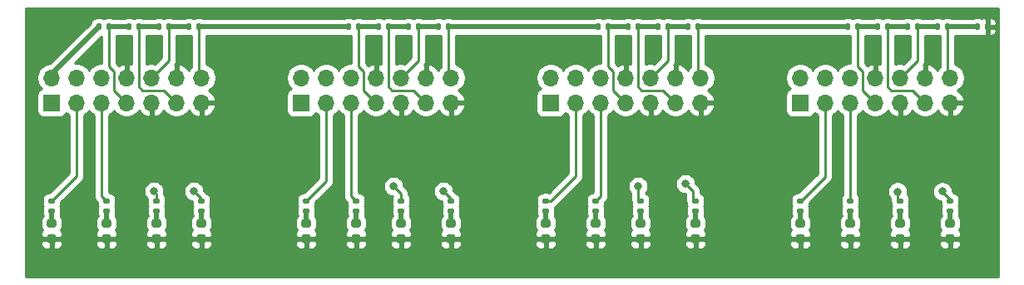
<source format=gbr>
G04 #@! TF.GenerationSoftware,KiCad,Pcbnew,(5.1.10)-1*
G04 #@! TF.CreationDate,2021-09-15T13:26:17-07:00*
G04 #@! TF.ProjectId,Adapter,41646170-7465-4722-9e6b-696361645f70,rev?*
G04 #@! TF.SameCoordinates,Original*
G04 #@! TF.FileFunction,Copper,L1,Top*
G04 #@! TF.FilePolarity,Positive*
%FSLAX46Y46*%
G04 Gerber Fmt 4.6, Leading zero omitted, Abs format (unit mm)*
G04 Created by KiCad (PCBNEW (5.1.10)-1) date 2021-09-15 13:26:17*
%MOMM*%
%LPD*%
G01*
G04 APERTURE LIST*
G04 #@! TA.AperFunction,ComponentPad*
%ADD10R,1.700000X1.700000*%
G04 #@! TD*
G04 #@! TA.AperFunction,ComponentPad*
%ADD11O,1.700000X1.700000*%
G04 #@! TD*
G04 #@! TA.AperFunction,ViaPad*
%ADD12C,0.800000*%
G04 #@! TD*
G04 #@! TA.AperFunction,Conductor*
%ADD13C,0.500000*%
G04 #@! TD*
G04 #@! TA.AperFunction,Conductor*
%ADD14C,0.250000*%
G04 #@! TD*
G04 #@! TA.AperFunction,Conductor*
%ADD15C,0.254000*%
G04 #@! TD*
G04 #@! TA.AperFunction,Conductor*
%ADD16C,0.100000*%
G04 #@! TD*
G04 APERTURE END LIST*
D10*
X137922000Y-74295000D03*
D11*
X137922000Y-71755000D03*
X140462000Y-74295000D03*
X140462000Y-71755000D03*
X143002000Y-74295000D03*
X143002000Y-71755000D03*
X145542000Y-74295000D03*
X145542000Y-71755000D03*
X148082000Y-74295000D03*
X148082000Y-71755000D03*
X150622000Y-74295000D03*
X150622000Y-71755000D03*
X153162000Y-74295000D03*
X153162000Y-71755000D03*
X76962000Y-71755000D03*
X76962000Y-74295000D03*
X74422000Y-71755000D03*
X74422000Y-74295000D03*
X71882000Y-71755000D03*
X71882000Y-74295000D03*
X69342000Y-71755000D03*
X69342000Y-74295000D03*
X66802000Y-71755000D03*
X66802000Y-74295000D03*
X64262000Y-71755000D03*
X64262000Y-74295000D03*
X61722000Y-71755000D03*
D10*
X61722000Y-74295000D03*
D11*
X102362000Y-71755000D03*
X102362000Y-74295000D03*
X99822000Y-71755000D03*
X99822000Y-74295000D03*
X97282000Y-71755000D03*
X97282000Y-74295000D03*
X94742000Y-71755000D03*
X94742000Y-74295000D03*
X92202000Y-71755000D03*
X92202000Y-74295000D03*
X89662000Y-71755000D03*
X89662000Y-74295000D03*
X87122000Y-71755000D03*
D10*
X87122000Y-74295000D03*
X112522000Y-74295000D03*
D11*
X112522000Y-71755000D03*
X115062000Y-74295000D03*
X115062000Y-71755000D03*
X117602000Y-74295000D03*
X117602000Y-71755000D03*
X120142000Y-74295000D03*
X120142000Y-71755000D03*
X122682000Y-74295000D03*
X122682000Y-71755000D03*
X125222000Y-74295000D03*
X125222000Y-71755000D03*
X127762000Y-74295000D03*
X127762000Y-71755000D03*
G04 #@! TA.AperFunction,SMDPad,CuDef*
G36*
G01*
X61978250Y-88601000D02*
X61465750Y-88601000D01*
G75*
G02*
X61247000Y-88382250I0J218750D01*
G01*
X61247000Y-87944750D01*
G75*
G02*
X61465750Y-87726000I218750J0D01*
G01*
X61978250Y-87726000D01*
G75*
G02*
X62197000Y-87944750I0J-218750D01*
G01*
X62197000Y-88382250D01*
G75*
G02*
X61978250Y-88601000I-218750J0D01*
G01*
G37*
G04 #@! TD.AperFunction*
G04 #@! TA.AperFunction,SMDPad,CuDef*
G36*
G01*
X61978250Y-87026000D02*
X61465750Y-87026000D01*
G75*
G02*
X61247000Y-86807250I0J218750D01*
G01*
X61247000Y-86369750D01*
G75*
G02*
X61465750Y-86151000I218750J0D01*
G01*
X61978250Y-86151000D01*
G75*
G02*
X62197000Y-86369750I0J-218750D01*
G01*
X62197000Y-86807250D01*
G75*
G02*
X61978250Y-87026000I-218750J0D01*
G01*
G37*
G04 #@! TD.AperFunction*
G04 #@! TA.AperFunction,SMDPad,CuDef*
G36*
G01*
X87886250Y-88601000D02*
X87373750Y-88601000D01*
G75*
G02*
X87155000Y-88382250I0J218750D01*
G01*
X87155000Y-87944750D01*
G75*
G02*
X87373750Y-87726000I218750J0D01*
G01*
X87886250Y-87726000D01*
G75*
G02*
X88105000Y-87944750I0J-218750D01*
G01*
X88105000Y-88382250D01*
G75*
G02*
X87886250Y-88601000I-218750J0D01*
G01*
G37*
G04 #@! TD.AperFunction*
G04 #@! TA.AperFunction,SMDPad,CuDef*
G36*
G01*
X87886250Y-87026000D02*
X87373750Y-87026000D01*
G75*
G02*
X87155000Y-86807250I0J218750D01*
G01*
X87155000Y-86369750D01*
G75*
G02*
X87373750Y-86151000I218750J0D01*
G01*
X87886250Y-86151000D01*
G75*
G02*
X88105000Y-86369750I0J-218750D01*
G01*
X88105000Y-86807250D01*
G75*
G02*
X87886250Y-87026000I-218750J0D01*
G01*
G37*
G04 #@! TD.AperFunction*
G04 #@! TA.AperFunction,SMDPad,CuDef*
G36*
G01*
X112270250Y-87026000D02*
X111757750Y-87026000D01*
G75*
G02*
X111539000Y-86807250I0J218750D01*
G01*
X111539000Y-86369750D01*
G75*
G02*
X111757750Y-86151000I218750J0D01*
G01*
X112270250Y-86151000D01*
G75*
G02*
X112489000Y-86369750I0J-218750D01*
G01*
X112489000Y-86807250D01*
G75*
G02*
X112270250Y-87026000I-218750J0D01*
G01*
G37*
G04 #@! TD.AperFunction*
G04 #@! TA.AperFunction,SMDPad,CuDef*
G36*
G01*
X112270250Y-88601000D02*
X111757750Y-88601000D01*
G75*
G02*
X111539000Y-88382250I0J218750D01*
G01*
X111539000Y-87944750D01*
G75*
G02*
X111757750Y-87726000I218750J0D01*
G01*
X112270250Y-87726000D01*
G75*
G02*
X112489000Y-87944750I0J-218750D01*
G01*
X112489000Y-88382250D01*
G75*
G02*
X112270250Y-88601000I-218750J0D01*
G01*
G37*
G04 #@! TD.AperFunction*
G04 #@! TA.AperFunction,SMDPad,CuDef*
G36*
G01*
X138178250Y-87026000D02*
X137665750Y-87026000D01*
G75*
G02*
X137447000Y-86807250I0J218750D01*
G01*
X137447000Y-86369750D01*
G75*
G02*
X137665750Y-86151000I218750J0D01*
G01*
X138178250Y-86151000D01*
G75*
G02*
X138397000Y-86369750I0J-218750D01*
G01*
X138397000Y-86807250D01*
G75*
G02*
X138178250Y-87026000I-218750J0D01*
G01*
G37*
G04 #@! TD.AperFunction*
G04 #@! TA.AperFunction,SMDPad,CuDef*
G36*
G01*
X138178250Y-88601000D02*
X137665750Y-88601000D01*
G75*
G02*
X137447000Y-88382250I0J218750D01*
G01*
X137447000Y-87944750D01*
G75*
G02*
X137665750Y-87726000I218750J0D01*
G01*
X138178250Y-87726000D01*
G75*
G02*
X138397000Y-87944750I0J-218750D01*
G01*
X138397000Y-88382250D01*
G75*
G02*
X138178250Y-88601000I-218750J0D01*
G01*
G37*
G04 #@! TD.AperFunction*
G04 #@! TA.AperFunction,SMDPad,CuDef*
G36*
G01*
X67566250Y-88601000D02*
X67053750Y-88601000D01*
G75*
G02*
X66835000Y-88382250I0J218750D01*
G01*
X66835000Y-87944750D01*
G75*
G02*
X67053750Y-87726000I218750J0D01*
G01*
X67566250Y-87726000D01*
G75*
G02*
X67785000Y-87944750I0J-218750D01*
G01*
X67785000Y-88382250D01*
G75*
G02*
X67566250Y-88601000I-218750J0D01*
G01*
G37*
G04 #@! TD.AperFunction*
G04 #@! TA.AperFunction,SMDPad,CuDef*
G36*
G01*
X67566250Y-87026000D02*
X67053750Y-87026000D01*
G75*
G02*
X66835000Y-86807250I0J218750D01*
G01*
X66835000Y-86369750D01*
G75*
G02*
X67053750Y-86151000I218750J0D01*
G01*
X67566250Y-86151000D01*
G75*
G02*
X67785000Y-86369750I0J-218750D01*
G01*
X67785000Y-86807250D01*
G75*
G02*
X67566250Y-87026000I-218750J0D01*
G01*
G37*
G04 #@! TD.AperFunction*
G04 #@! TA.AperFunction,SMDPad,CuDef*
G36*
G01*
X92966250Y-88601000D02*
X92453750Y-88601000D01*
G75*
G02*
X92235000Y-88382250I0J218750D01*
G01*
X92235000Y-87944750D01*
G75*
G02*
X92453750Y-87726000I218750J0D01*
G01*
X92966250Y-87726000D01*
G75*
G02*
X93185000Y-87944750I0J-218750D01*
G01*
X93185000Y-88382250D01*
G75*
G02*
X92966250Y-88601000I-218750J0D01*
G01*
G37*
G04 #@! TD.AperFunction*
G04 #@! TA.AperFunction,SMDPad,CuDef*
G36*
G01*
X92966250Y-87026000D02*
X92453750Y-87026000D01*
G75*
G02*
X92235000Y-86807250I0J218750D01*
G01*
X92235000Y-86369750D01*
G75*
G02*
X92453750Y-86151000I218750J0D01*
G01*
X92966250Y-86151000D01*
G75*
G02*
X93185000Y-86369750I0J-218750D01*
G01*
X93185000Y-86807250D01*
G75*
G02*
X92966250Y-87026000I-218750J0D01*
G01*
G37*
G04 #@! TD.AperFunction*
G04 #@! TA.AperFunction,SMDPad,CuDef*
G36*
G01*
X117350250Y-88601000D02*
X116837750Y-88601000D01*
G75*
G02*
X116619000Y-88382250I0J218750D01*
G01*
X116619000Y-87944750D01*
G75*
G02*
X116837750Y-87726000I218750J0D01*
G01*
X117350250Y-87726000D01*
G75*
G02*
X117569000Y-87944750I0J-218750D01*
G01*
X117569000Y-88382250D01*
G75*
G02*
X117350250Y-88601000I-218750J0D01*
G01*
G37*
G04 #@! TD.AperFunction*
G04 #@! TA.AperFunction,SMDPad,CuDef*
G36*
G01*
X117350250Y-87026000D02*
X116837750Y-87026000D01*
G75*
G02*
X116619000Y-86807250I0J218750D01*
G01*
X116619000Y-86369750D01*
G75*
G02*
X116837750Y-86151000I218750J0D01*
G01*
X117350250Y-86151000D01*
G75*
G02*
X117569000Y-86369750I0J-218750D01*
G01*
X117569000Y-86807250D01*
G75*
G02*
X117350250Y-87026000I-218750J0D01*
G01*
G37*
G04 #@! TD.AperFunction*
G04 #@! TA.AperFunction,SMDPad,CuDef*
G36*
G01*
X143258250Y-88601000D02*
X142745750Y-88601000D01*
G75*
G02*
X142527000Y-88382250I0J218750D01*
G01*
X142527000Y-87944750D01*
G75*
G02*
X142745750Y-87726000I218750J0D01*
G01*
X143258250Y-87726000D01*
G75*
G02*
X143477000Y-87944750I0J-218750D01*
G01*
X143477000Y-88382250D01*
G75*
G02*
X143258250Y-88601000I-218750J0D01*
G01*
G37*
G04 #@! TD.AperFunction*
G04 #@! TA.AperFunction,SMDPad,CuDef*
G36*
G01*
X143258250Y-87026000D02*
X142745750Y-87026000D01*
G75*
G02*
X142527000Y-86807250I0J218750D01*
G01*
X142527000Y-86369750D01*
G75*
G02*
X142745750Y-86151000I218750J0D01*
G01*
X143258250Y-86151000D01*
G75*
G02*
X143477000Y-86369750I0J-218750D01*
G01*
X143477000Y-86807250D01*
G75*
G02*
X143258250Y-87026000I-218750J0D01*
G01*
G37*
G04 #@! TD.AperFunction*
G04 #@! TA.AperFunction,SMDPad,CuDef*
G36*
G01*
X72646250Y-87026000D02*
X72133750Y-87026000D01*
G75*
G02*
X71915000Y-86807250I0J218750D01*
G01*
X71915000Y-86369750D01*
G75*
G02*
X72133750Y-86151000I218750J0D01*
G01*
X72646250Y-86151000D01*
G75*
G02*
X72865000Y-86369750I0J-218750D01*
G01*
X72865000Y-86807250D01*
G75*
G02*
X72646250Y-87026000I-218750J0D01*
G01*
G37*
G04 #@! TD.AperFunction*
G04 #@! TA.AperFunction,SMDPad,CuDef*
G36*
G01*
X72646250Y-88601000D02*
X72133750Y-88601000D01*
G75*
G02*
X71915000Y-88382250I0J218750D01*
G01*
X71915000Y-87944750D01*
G75*
G02*
X72133750Y-87726000I218750J0D01*
G01*
X72646250Y-87726000D01*
G75*
G02*
X72865000Y-87944750I0J-218750D01*
G01*
X72865000Y-88382250D01*
G75*
G02*
X72646250Y-88601000I-218750J0D01*
G01*
G37*
G04 #@! TD.AperFunction*
G04 #@! TA.AperFunction,SMDPad,CuDef*
G36*
G01*
X97538250Y-87026000D02*
X97025750Y-87026000D01*
G75*
G02*
X96807000Y-86807250I0J218750D01*
G01*
X96807000Y-86369750D01*
G75*
G02*
X97025750Y-86151000I218750J0D01*
G01*
X97538250Y-86151000D01*
G75*
G02*
X97757000Y-86369750I0J-218750D01*
G01*
X97757000Y-86807250D01*
G75*
G02*
X97538250Y-87026000I-218750J0D01*
G01*
G37*
G04 #@! TD.AperFunction*
G04 #@! TA.AperFunction,SMDPad,CuDef*
G36*
G01*
X97538250Y-88601000D02*
X97025750Y-88601000D01*
G75*
G02*
X96807000Y-88382250I0J218750D01*
G01*
X96807000Y-87944750D01*
G75*
G02*
X97025750Y-87726000I218750J0D01*
G01*
X97538250Y-87726000D01*
G75*
G02*
X97757000Y-87944750I0J-218750D01*
G01*
X97757000Y-88382250D01*
G75*
G02*
X97538250Y-88601000I-218750J0D01*
G01*
G37*
G04 #@! TD.AperFunction*
G04 #@! TA.AperFunction,SMDPad,CuDef*
G36*
G01*
X121922250Y-88601000D02*
X121409750Y-88601000D01*
G75*
G02*
X121191000Y-88382250I0J218750D01*
G01*
X121191000Y-87944750D01*
G75*
G02*
X121409750Y-87726000I218750J0D01*
G01*
X121922250Y-87726000D01*
G75*
G02*
X122141000Y-87944750I0J-218750D01*
G01*
X122141000Y-88382250D01*
G75*
G02*
X121922250Y-88601000I-218750J0D01*
G01*
G37*
G04 #@! TD.AperFunction*
G04 #@! TA.AperFunction,SMDPad,CuDef*
G36*
G01*
X121922250Y-87026000D02*
X121409750Y-87026000D01*
G75*
G02*
X121191000Y-86807250I0J218750D01*
G01*
X121191000Y-86369750D01*
G75*
G02*
X121409750Y-86151000I218750J0D01*
G01*
X121922250Y-86151000D01*
G75*
G02*
X122141000Y-86369750I0J-218750D01*
G01*
X122141000Y-86807250D01*
G75*
G02*
X121922250Y-87026000I-218750J0D01*
G01*
G37*
G04 #@! TD.AperFunction*
G04 #@! TA.AperFunction,SMDPad,CuDef*
G36*
G01*
X148338250Y-87026000D02*
X147825750Y-87026000D01*
G75*
G02*
X147607000Y-86807250I0J218750D01*
G01*
X147607000Y-86369750D01*
G75*
G02*
X147825750Y-86151000I218750J0D01*
G01*
X148338250Y-86151000D01*
G75*
G02*
X148557000Y-86369750I0J-218750D01*
G01*
X148557000Y-86807250D01*
G75*
G02*
X148338250Y-87026000I-218750J0D01*
G01*
G37*
G04 #@! TD.AperFunction*
G04 #@! TA.AperFunction,SMDPad,CuDef*
G36*
G01*
X148338250Y-88601000D02*
X147825750Y-88601000D01*
G75*
G02*
X147607000Y-88382250I0J218750D01*
G01*
X147607000Y-87944750D01*
G75*
G02*
X147825750Y-87726000I218750J0D01*
G01*
X148338250Y-87726000D01*
G75*
G02*
X148557000Y-87944750I0J-218750D01*
G01*
X148557000Y-88382250D01*
G75*
G02*
X148338250Y-88601000I-218750J0D01*
G01*
G37*
G04 #@! TD.AperFunction*
G04 #@! TA.AperFunction,SMDPad,CuDef*
G36*
G01*
X77218250Y-87026000D02*
X76705750Y-87026000D01*
G75*
G02*
X76487000Y-86807250I0J218750D01*
G01*
X76487000Y-86369750D01*
G75*
G02*
X76705750Y-86151000I218750J0D01*
G01*
X77218250Y-86151000D01*
G75*
G02*
X77437000Y-86369750I0J-218750D01*
G01*
X77437000Y-86807250D01*
G75*
G02*
X77218250Y-87026000I-218750J0D01*
G01*
G37*
G04 #@! TD.AperFunction*
G04 #@! TA.AperFunction,SMDPad,CuDef*
G36*
G01*
X77218250Y-88601000D02*
X76705750Y-88601000D01*
G75*
G02*
X76487000Y-88382250I0J218750D01*
G01*
X76487000Y-87944750D01*
G75*
G02*
X76705750Y-87726000I218750J0D01*
G01*
X77218250Y-87726000D01*
G75*
G02*
X77437000Y-87944750I0J-218750D01*
G01*
X77437000Y-88382250D01*
G75*
G02*
X77218250Y-88601000I-218750J0D01*
G01*
G37*
G04 #@! TD.AperFunction*
G04 #@! TA.AperFunction,SMDPad,CuDef*
G36*
G01*
X102618250Y-87026000D02*
X102105750Y-87026000D01*
G75*
G02*
X101887000Y-86807250I0J218750D01*
G01*
X101887000Y-86369750D01*
G75*
G02*
X102105750Y-86151000I218750J0D01*
G01*
X102618250Y-86151000D01*
G75*
G02*
X102837000Y-86369750I0J-218750D01*
G01*
X102837000Y-86807250D01*
G75*
G02*
X102618250Y-87026000I-218750J0D01*
G01*
G37*
G04 #@! TD.AperFunction*
G04 #@! TA.AperFunction,SMDPad,CuDef*
G36*
G01*
X102618250Y-88601000D02*
X102105750Y-88601000D01*
G75*
G02*
X101887000Y-88382250I0J218750D01*
G01*
X101887000Y-87944750D01*
G75*
G02*
X102105750Y-87726000I218750J0D01*
G01*
X102618250Y-87726000D01*
G75*
G02*
X102837000Y-87944750I0J-218750D01*
G01*
X102837000Y-88382250D01*
G75*
G02*
X102618250Y-88601000I-218750J0D01*
G01*
G37*
G04 #@! TD.AperFunction*
G04 #@! TA.AperFunction,SMDPad,CuDef*
G36*
G01*
X127510250Y-87026000D02*
X126997750Y-87026000D01*
G75*
G02*
X126779000Y-86807250I0J218750D01*
G01*
X126779000Y-86369750D01*
G75*
G02*
X126997750Y-86151000I218750J0D01*
G01*
X127510250Y-86151000D01*
G75*
G02*
X127729000Y-86369750I0J-218750D01*
G01*
X127729000Y-86807250D01*
G75*
G02*
X127510250Y-87026000I-218750J0D01*
G01*
G37*
G04 #@! TD.AperFunction*
G04 #@! TA.AperFunction,SMDPad,CuDef*
G36*
G01*
X127510250Y-88601000D02*
X126997750Y-88601000D01*
G75*
G02*
X126779000Y-88382250I0J218750D01*
G01*
X126779000Y-87944750D01*
G75*
G02*
X126997750Y-87726000I218750J0D01*
G01*
X127510250Y-87726000D01*
G75*
G02*
X127729000Y-87944750I0J-218750D01*
G01*
X127729000Y-88382250D01*
G75*
G02*
X127510250Y-88601000I-218750J0D01*
G01*
G37*
G04 #@! TD.AperFunction*
G04 #@! TA.AperFunction,SMDPad,CuDef*
G36*
G01*
X153418250Y-88601000D02*
X152905750Y-88601000D01*
G75*
G02*
X152687000Y-88382250I0J218750D01*
G01*
X152687000Y-87944750D01*
G75*
G02*
X152905750Y-87726000I218750J0D01*
G01*
X153418250Y-87726000D01*
G75*
G02*
X153637000Y-87944750I0J-218750D01*
G01*
X153637000Y-88382250D01*
G75*
G02*
X153418250Y-88601000I-218750J0D01*
G01*
G37*
G04 #@! TD.AperFunction*
G04 #@! TA.AperFunction,SMDPad,CuDef*
G36*
G01*
X153418250Y-87026000D02*
X152905750Y-87026000D01*
G75*
G02*
X152687000Y-86807250I0J218750D01*
G01*
X152687000Y-86369750D01*
G75*
G02*
X152905750Y-86151000I218750J0D01*
G01*
X153418250Y-86151000D01*
G75*
G02*
X153637000Y-86369750I0J-218750D01*
G01*
X153637000Y-86807250D01*
G75*
G02*
X153418250Y-87026000I-218750J0D01*
G01*
G37*
G04 #@! TD.AperFunction*
G04 #@! TA.AperFunction,SMDPad,CuDef*
G36*
G01*
X61907000Y-85616000D02*
X61537000Y-85616000D01*
G75*
G02*
X61402000Y-85481000I0J135000D01*
G01*
X61402000Y-85211000D01*
G75*
G02*
X61537000Y-85076000I135000J0D01*
G01*
X61907000Y-85076000D01*
G75*
G02*
X62042000Y-85211000I0J-135000D01*
G01*
X62042000Y-85481000D01*
G75*
G02*
X61907000Y-85616000I-135000J0D01*
G01*
G37*
G04 #@! TD.AperFunction*
G04 #@! TA.AperFunction,SMDPad,CuDef*
G36*
G01*
X61907000Y-84596000D02*
X61537000Y-84596000D01*
G75*
G02*
X61402000Y-84461000I0J135000D01*
G01*
X61402000Y-84191000D01*
G75*
G02*
X61537000Y-84056000I135000J0D01*
G01*
X61907000Y-84056000D01*
G75*
G02*
X62042000Y-84191000I0J-135000D01*
G01*
X62042000Y-84461000D01*
G75*
G02*
X61907000Y-84596000I-135000J0D01*
G01*
G37*
G04 #@! TD.AperFunction*
G04 #@! TA.AperFunction,SMDPad,CuDef*
G36*
G01*
X87815000Y-85616000D02*
X87445000Y-85616000D01*
G75*
G02*
X87310000Y-85481000I0J135000D01*
G01*
X87310000Y-85211000D01*
G75*
G02*
X87445000Y-85076000I135000J0D01*
G01*
X87815000Y-85076000D01*
G75*
G02*
X87950000Y-85211000I0J-135000D01*
G01*
X87950000Y-85481000D01*
G75*
G02*
X87815000Y-85616000I-135000J0D01*
G01*
G37*
G04 #@! TD.AperFunction*
G04 #@! TA.AperFunction,SMDPad,CuDef*
G36*
G01*
X87815000Y-84596000D02*
X87445000Y-84596000D01*
G75*
G02*
X87310000Y-84461000I0J135000D01*
G01*
X87310000Y-84191000D01*
G75*
G02*
X87445000Y-84056000I135000J0D01*
G01*
X87815000Y-84056000D01*
G75*
G02*
X87950000Y-84191000I0J-135000D01*
G01*
X87950000Y-84461000D01*
G75*
G02*
X87815000Y-84596000I-135000J0D01*
G01*
G37*
G04 #@! TD.AperFunction*
G04 #@! TA.AperFunction,SMDPad,CuDef*
G36*
G01*
X112199000Y-84596000D02*
X111829000Y-84596000D01*
G75*
G02*
X111694000Y-84461000I0J135000D01*
G01*
X111694000Y-84191000D01*
G75*
G02*
X111829000Y-84056000I135000J0D01*
G01*
X112199000Y-84056000D01*
G75*
G02*
X112334000Y-84191000I0J-135000D01*
G01*
X112334000Y-84461000D01*
G75*
G02*
X112199000Y-84596000I-135000J0D01*
G01*
G37*
G04 #@! TD.AperFunction*
G04 #@! TA.AperFunction,SMDPad,CuDef*
G36*
G01*
X112199000Y-85616000D02*
X111829000Y-85616000D01*
G75*
G02*
X111694000Y-85481000I0J135000D01*
G01*
X111694000Y-85211000D01*
G75*
G02*
X111829000Y-85076000I135000J0D01*
G01*
X112199000Y-85076000D01*
G75*
G02*
X112334000Y-85211000I0J-135000D01*
G01*
X112334000Y-85481000D01*
G75*
G02*
X112199000Y-85616000I-135000J0D01*
G01*
G37*
G04 #@! TD.AperFunction*
G04 #@! TA.AperFunction,SMDPad,CuDef*
G36*
G01*
X138107000Y-84596000D02*
X137737000Y-84596000D01*
G75*
G02*
X137602000Y-84461000I0J135000D01*
G01*
X137602000Y-84191000D01*
G75*
G02*
X137737000Y-84056000I135000J0D01*
G01*
X138107000Y-84056000D01*
G75*
G02*
X138242000Y-84191000I0J-135000D01*
G01*
X138242000Y-84461000D01*
G75*
G02*
X138107000Y-84596000I-135000J0D01*
G01*
G37*
G04 #@! TD.AperFunction*
G04 #@! TA.AperFunction,SMDPad,CuDef*
G36*
G01*
X138107000Y-85616000D02*
X137737000Y-85616000D01*
G75*
G02*
X137602000Y-85481000I0J135000D01*
G01*
X137602000Y-85211000D01*
G75*
G02*
X137737000Y-85076000I135000J0D01*
G01*
X138107000Y-85076000D01*
G75*
G02*
X138242000Y-85211000I0J-135000D01*
G01*
X138242000Y-85481000D01*
G75*
G02*
X138107000Y-85616000I-135000J0D01*
G01*
G37*
G04 #@! TD.AperFunction*
G04 #@! TA.AperFunction,SMDPad,CuDef*
G36*
G01*
X67495000Y-84596000D02*
X67125000Y-84596000D01*
G75*
G02*
X66990000Y-84461000I0J135000D01*
G01*
X66990000Y-84191000D01*
G75*
G02*
X67125000Y-84056000I135000J0D01*
G01*
X67495000Y-84056000D01*
G75*
G02*
X67630000Y-84191000I0J-135000D01*
G01*
X67630000Y-84461000D01*
G75*
G02*
X67495000Y-84596000I-135000J0D01*
G01*
G37*
G04 #@! TD.AperFunction*
G04 #@! TA.AperFunction,SMDPad,CuDef*
G36*
G01*
X67495000Y-85616000D02*
X67125000Y-85616000D01*
G75*
G02*
X66990000Y-85481000I0J135000D01*
G01*
X66990000Y-85211000D01*
G75*
G02*
X67125000Y-85076000I135000J0D01*
G01*
X67495000Y-85076000D01*
G75*
G02*
X67630000Y-85211000I0J-135000D01*
G01*
X67630000Y-85481000D01*
G75*
G02*
X67495000Y-85616000I-135000J0D01*
G01*
G37*
G04 #@! TD.AperFunction*
G04 #@! TA.AperFunction,SMDPad,CuDef*
G36*
G01*
X92895000Y-84596000D02*
X92525000Y-84596000D01*
G75*
G02*
X92390000Y-84461000I0J135000D01*
G01*
X92390000Y-84191000D01*
G75*
G02*
X92525000Y-84056000I135000J0D01*
G01*
X92895000Y-84056000D01*
G75*
G02*
X93030000Y-84191000I0J-135000D01*
G01*
X93030000Y-84461000D01*
G75*
G02*
X92895000Y-84596000I-135000J0D01*
G01*
G37*
G04 #@! TD.AperFunction*
G04 #@! TA.AperFunction,SMDPad,CuDef*
G36*
G01*
X92895000Y-85616000D02*
X92525000Y-85616000D01*
G75*
G02*
X92390000Y-85481000I0J135000D01*
G01*
X92390000Y-85211000D01*
G75*
G02*
X92525000Y-85076000I135000J0D01*
G01*
X92895000Y-85076000D01*
G75*
G02*
X93030000Y-85211000I0J-135000D01*
G01*
X93030000Y-85481000D01*
G75*
G02*
X92895000Y-85616000I-135000J0D01*
G01*
G37*
G04 #@! TD.AperFunction*
G04 #@! TA.AperFunction,SMDPad,CuDef*
G36*
G01*
X117279000Y-85616000D02*
X116909000Y-85616000D01*
G75*
G02*
X116774000Y-85481000I0J135000D01*
G01*
X116774000Y-85211000D01*
G75*
G02*
X116909000Y-85076000I135000J0D01*
G01*
X117279000Y-85076000D01*
G75*
G02*
X117414000Y-85211000I0J-135000D01*
G01*
X117414000Y-85481000D01*
G75*
G02*
X117279000Y-85616000I-135000J0D01*
G01*
G37*
G04 #@! TD.AperFunction*
G04 #@! TA.AperFunction,SMDPad,CuDef*
G36*
G01*
X117279000Y-84596000D02*
X116909000Y-84596000D01*
G75*
G02*
X116774000Y-84461000I0J135000D01*
G01*
X116774000Y-84191000D01*
G75*
G02*
X116909000Y-84056000I135000J0D01*
G01*
X117279000Y-84056000D01*
G75*
G02*
X117414000Y-84191000I0J-135000D01*
G01*
X117414000Y-84461000D01*
G75*
G02*
X117279000Y-84596000I-135000J0D01*
G01*
G37*
G04 #@! TD.AperFunction*
G04 #@! TA.AperFunction,SMDPad,CuDef*
G36*
G01*
X143187000Y-85616000D02*
X142817000Y-85616000D01*
G75*
G02*
X142682000Y-85481000I0J135000D01*
G01*
X142682000Y-85211000D01*
G75*
G02*
X142817000Y-85076000I135000J0D01*
G01*
X143187000Y-85076000D01*
G75*
G02*
X143322000Y-85211000I0J-135000D01*
G01*
X143322000Y-85481000D01*
G75*
G02*
X143187000Y-85616000I-135000J0D01*
G01*
G37*
G04 #@! TD.AperFunction*
G04 #@! TA.AperFunction,SMDPad,CuDef*
G36*
G01*
X143187000Y-84596000D02*
X142817000Y-84596000D01*
G75*
G02*
X142682000Y-84461000I0J135000D01*
G01*
X142682000Y-84191000D01*
G75*
G02*
X142817000Y-84056000I135000J0D01*
G01*
X143187000Y-84056000D01*
G75*
G02*
X143322000Y-84191000I0J-135000D01*
G01*
X143322000Y-84461000D01*
G75*
G02*
X143187000Y-84596000I-135000J0D01*
G01*
G37*
G04 #@! TD.AperFunction*
G04 #@! TA.AperFunction,SMDPad,CuDef*
G36*
G01*
X72575000Y-85616000D02*
X72205000Y-85616000D01*
G75*
G02*
X72070000Y-85481000I0J135000D01*
G01*
X72070000Y-85211000D01*
G75*
G02*
X72205000Y-85076000I135000J0D01*
G01*
X72575000Y-85076000D01*
G75*
G02*
X72710000Y-85211000I0J-135000D01*
G01*
X72710000Y-85481000D01*
G75*
G02*
X72575000Y-85616000I-135000J0D01*
G01*
G37*
G04 #@! TD.AperFunction*
G04 #@! TA.AperFunction,SMDPad,CuDef*
G36*
G01*
X72575000Y-84596000D02*
X72205000Y-84596000D01*
G75*
G02*
X72070000Y-84461000I0J135000D01*
G01*
X72070000Y-84191000D01*
G75*
G02*
X72205000Y-84056000I135000J0D01*
G01*
X72575000Y-84056000D01*
G75*
G02*
X72710000Y-84191000I0J-135000D01*
G01*
X72710000Y-84461000D01*
G75*
G02*
X72575000Y-84596000I-135000J0D01*
G01*
G37*
G04 #@! TD.AperFunction*
G04 #@! TA.AperFunction,SMDPad,CuDef*
G36*
G01*
X97467000Y-85616000D02*
X97097000Y-85616000D01*
G75*
G02*
X96962000Y-85481000I0J135000D01*
G01*
X96962000Y-85211000D01*
G75*
G02*
X97097000Y-85076000I135000J0D01*
G01*
X97467000Y-85076000D01*
G75*
G02*
X97602000Y-85211000I0J-135000D01*
G01*
X97602000Y-85481000D01*
G75*
G02*
X97467000Y-85616000I-135000J0D01*
G01*
G37*
G04 #@! TD.AperFunction*
G04 #@! TA.AperFunction,SMDPad,CuDef*
G36*
G01*
X97467000Y-84596000D02*
X97097000Y-84596000D01*
G75*
G02*
X96962000Y-84461000I0J135000D01*
G01*
X96962000Y-84191000D01*
G75*
G02*
X97097000Y-84056000I135000J0D01*
G01*
X97467000Y-84056000D01*
G75*
G02*
X97602000Y-84191000I0J-135000D01*
G01*
X97602000Y-84461000D01*
G75*
G02*
X97467000Y-84596000I-135000J0D01*
G01*
G37*
G04 #@! TD.AperFunction*
G04 #@! TA.AperFunction,SMDPad,CuDef*
G36*
G01*
X121851000Y-84596000D02*
X121481000Y-84596000D01*
G75*
G02*
X121346000Y-84461000I0J135000D01*
G01*
X121346000Y-84191000D01*
G75*
G02*
X121481000Y-84056000I135000J0D01*
G01*
X121851000Y-84056000D01*
G75*
G02*
X121986000Y-84191000I0J-135000D01*
G01*
X121986000Y-84461000D01*
G75*
G02*
X121851000Y-84596000I-135000J0D01*
G01*
G37*
G04 #@! TD.AperFunction*
G04 #@! TA.AperFunction,SMDPad,CuDef*
G36*
G01*
X121851000Y-85616000D02*
X121481000Y-85616000D01*
G75*
G02*
X121346000Y-85481000I0J135000D01*
G01*
X121346000Y-85211000D01*
G75*
G02*
X121481000Y-85076000I135000J0D01*
G01*
X121851000Y-85076000D01*
G75*
G02*
X121986000Y-85211000I0J-135000D01*
G01*
X121986000Y-85481000D01*
G75*
G02*
X121851000Y-85616000I-135000J0D01*
G01*
G37*
G04 #@! TD.AperFunction*
G04 #@! TA.AperFunction,SMDPad,CuDef*
G36*
G01*
X148267000Y-84596000D02*
X147897000Y-84596000D01*
G75*
G02*
X147762000Y-84461000I0J135000D01*
G01*
X147762000Y-84191000D01*
G75*
G02*
X147897000Y-84056000I135000J0D01*
G01*
X148267000Y-84056000D01*
G75*
G02*
X148402000Y-84191000I0J-135000D01*
G01*
X148402000Y-84461000D01*
G75*
G02*
X148267000Y-84596000I-135000J0D01*
G01*
G37*
G04 #@! TD.AperFunction*
G04 #@! TA.AperFunction,SMDPad,CuDef*
G36*
G01*
X148267000Y-85616000D02*
X147897000Y-85616000D01*
G75*
G02*
X147762000Y-85481000I0J135000D01*
G01*
X147762000Y-85211000D01*
G75*
G02*
X147897000Y-85076000I135000J0D01*
G01*
X148267000Y-85076000D01*
G75*
G02*
X148402000Y-85211000I0J-135000D01*
G01*
X148402000Y-85481000D01*
G75*
G02*
X148267000Y-85616000I-135000J0D01*
G01*
G37*
G04 #@! TD.AperFunction*
G04 #@! TA.AperFunction,SMDPad,CuDef*
G36*
G01*
X77147000Y-84596000D02*
X76777000Y-84596000D01*
G75*
G02*
X76642000Y-84461000I0J135000D01*
G01*
X76642000Y-84191000D01*
G75*
G02*
X76777000Y-84056000I135000J0D01*
G01*
X77147000Y-84056000D01*
G75*
G02*
X77282000Y-84191000I0J-135000D01*
G01*
X77282000Y-84461000D01*
G75*
G02*
X77147000Y-84596000I-135000J0D01*
G01*
G37*
G04 #@! TD.AperFunction*
G04 #@! TA.AperFunction,SMDPad,CuDef*
G36*
G01*
X77147000Y-85616000D02*
X76777000Y-85616000D01*
G75*
G02*
X76642000Y-85481000I0J135000D01*
G01*
X76642000Y-85211000D01*
G75*
G02*
X76777000Y-85076000I135000J0D01*
G01*
X77147000Y-85076000D01*
G75*
G02*
X77282000Y-85211000I0J-135000D01*
G01*
X77282000Y-85481000D01*
G75*
G02*
X77147000Y-85616000I-135000J0D01*
G01*
G37*
G04 #@! TD.AperFunction*
G04 #@! TA.AperFunction,SMDPad,CuDef*
G36*
G01*
X102547000Y-84596000D02*
X102177000Y-84596000D01*
G75*
G02*
X102042000Y-84461000I0J135000D01*
G01*
X102042000Y-84191000D01*
G75*
G02*
X102177000Y-84056000I135000J0D01*
G01*
X102547000Y-84056000D01*
G75*
G02*
X102682000Y-84191000I0J-135000D01*
G01*
X102682000Y-84461000D01*
G75*
G02*
X102547000Y-84596000I-135000J0D01*
G01*
G37*
G04 #@! TD.AperFunction*
G04 #@! TA.AperFunction,SMDPad,CuDef*
G36*
G01*
X102547000Y-85616000D02*
X102177000Y-85616000D01*
G75*
G02*
X102042000Y-85481000I0J135000D01*
G01*
X102042000Y-85211000D01*
G75*
G02*
X102177000Y-85076000I135000J0D01*
G01*
X102547000Y-85076000D01*
G75*
G02*
X102682000Y-85211000I0J-135000D01*
G01*
X102682000Y-85481000D01*
G75*
G02*
X102547000Y-85616000I-135000J0D01*
G01*
G37*
G04 #@! TD.AperFunction*
G04 #@! TA.AperFunction,SMDPad,CuDef*
G36*
G01*
X127439000Y-85616000D02*
X127069000Y-85616000D01*
G75*
G02*
X126934000Y-85481000I0J135000D01*
G01*
X126934000Y-85211000D01*
G75*
G02*
X127069000Y-85076000I135000J0D01*
G01*
X127439000Y-85076000D01*
G75*
G02*
X127574000Y-85211000I0J-135000D01*
G01*
X127574000Y-85481000D01*
G75*
G02*
X127439000Y-85616000I-135000J0D01*
G01*
G37*
G04 #@! TD.AperFunction*
G04 #@! TA.AperFunction,SMDPad,CuDef*
G36*
G01*
X127439000Y-84596000D02*
X127069000Y-84596000D01*
G75*
G02*
X126934000Y-84461000I0J135000D01*
G01*
X126934000Y-84191000D01*
G75*
G02*
X127069000Y-84056000I135000J0D01*
G01*
X127439000Y-84056000D01*
G75*
G02*
X127574000Y-84191000I0J-135000D01*
G01*
X127574000Y-84461000D01*
G75*
G02*
X127439000Y-84596000I-135000J0D01*
G01*
G37*
G04 #@! TD.AperFunction*
G04 #@! TA.AperFunction,SMDPad,CuDef*
G36*
G01*
X153347000Y-85616000D02*
X152977000Y-85616000D01*
G75*
G02*
X152842000Y-85481000I0J135000D01*
G01*
X152842000Y-85211000D01*
G75*
G02*
X152977000Y-85076000I135000J0D01*
G01*
X153347000Y-85076000D01*
G75*
G02*
X153482000Y-85211000I0J-135000D01*
G01*
X153482000Y-85481000D01*
G75*
G02*
X153347000Y-85616000I-135000J0D01*
G01*
G37*
G04 #@! TD.AperFunction*
G04 #@! TA.AperFunction,SMDPad,CuDef*
G36*
G01*
X153347000Y-84596000D02*
X152977000Y-84596000D01*
G75*
G02*
X152842000Y-84461000I0J135000D01*
G01*
X152842000Y-84191000D01*
G75*
G02*
X152977000Y-84056000I135000J0D01*
G01*
X153347000Y-84056000D01*
G75*
G02*
X153482000Y-84191000I0J-135000D01*
G01*
X153482000Y-84461000D01*
G75*
G02*
X153347000Y-84596000I-135000J0D01*
G01*
G37*
G04 #@! TD.AperFunction*
G04 #@! TA.AperFunction,SMDPad,CuDef*
G36*
G01*
X66276000Y-66733000D02*
X66276000Y-66363000D01*
G75*
G02*
X66411000Y-66228000I135000J0D01*
G01*
X66681000Y-66228000D01*
G75*
G02*
X66816000Y-66363000I0J-135000D01*
G01*
X66816000Y-66733000D01*
G75*
G02*
X66681000Y-66868000I-135000J0D01*
G01*
X66411000Y-66868000D01*
G75*
G02*
X66276000Y-66733000I0J135000D01*
G01*
G37*
G04 #@! TD.AperFunction*
G04 #@! TA.AperFunction,SMDPad,CuDef*
G36*
G01*
X67296000Y-66733000D02*
X67296000Y-66363000D01*
G75*
G02*
X67431000Y-66228000I135000J0D01*
G01*
X67701000Y-66228000D01*
G75*
G02*
X67836000Y-66363000I0J-135000D01*
G01*
X67836000Y-66733000D01*
G75*
G02*
X67701000Y-66868000I-135000J0D01*
G01*
X67431000Y-66868000D01*
G75*
G02*
X67296000Y-66733000I0J135000D01*
G01*
G37*
G04 #@! TD.AperFunction*
G04 #@! TA.AperFunction,SMDPad,CuDef*
G36*
G01*
X69324000Y-66733000D02*
X69324000Y-66363000D01*
G75*
G02*
X69459000Y-66228000I135000J0D01*
G01*
X69729000Y-66228000D01*
G75*
G02*
X69864000Y-66363000I0J-135000D01*
G01*
X69864000Y-66733000D01*
G75*
G02*
X69729000Y-66868000I-135000J0D01*
G01*
X69459000Y-66868000D01*
G75*
G02*
X69324000Y-66733000I0J135000D01*
G01*
G37*
G04 #@! TD.AperFunction*
G04 #@! TA.AperFunction,SMDPad,CuDef*
G36*
G01*
X70344000Y-66733000D02*
X70344000Y-66363000D01*
G75*
G02*
X70479000Y-66228000I135000J0D01*
G01*
X70749000Y-66228000D01*
G75*
G02*
X70884000Y-66363000I0J-135000D01*
G01*
X70884000Y-66733000D01*
G75*
G02*
X70749000Y-66868000I-135000J0D01*
G01*
X70479000Y-66868000D01*
G75*
G02*
X70344000Y-66733000I0J135000D01*
G01*
G37*
G04 #@! TD.AperFunction*
G04 #@! TA.AperFunction,SMDPad,CuDef*
G36*
G01*
X73392000Y-66733000D02*
X73392000Y-66363000D01*
G75*
G02*
X73527000Y-66228000I135000J0D01*
G01*
X73797000Y-66228000D01*
G75*
G02*
X73932000Y-66363000I0J-135000D01*
G01*
X73932000Y-66733000D01*
G75*
G02*
X73797000Y-66868000I-135000J0D01*
G01*
X73527000Y-66868000D01*
G75*
G02*
X73392000Y-66733000I0J135000D01*
G01*
G37*
G04 #@! TD.AperFunction*
G04 #@! TA.AperFunction,SMDPad,CuDef*
G36*
G01*
X72372000Y-66733000D02*
X72372000Y-66363000D01*
G75*
G02*
X72507000Y-66228000I135000J0D01*
G01*
X72777000Y-66228000D01*
G75*
G02*
X72912000Y-66363000I0J-135000D01*
G01*
X72912000Y-66733000D01*
G75*
G02*
X72777000Y-66868000I-135000J0D01*
G01*
X72507000Y-66868000D01*
G75*
G02*
X72372000Y-66733000I0J135000D01*
G01*
G37*
G04 #@! TD.AperFunction*
G04 #@! TA.AperFunction,SMDPad,CuDef*
G36*
G01*
X75420000Y-66733000D02*
X75420000Y-66363000D01*
G75*
G02*
X75555000Y-66228000I135000J0D01*
G01*
X75825000Y-66228000D01*
G75*
G02*
X75960000Y-66363000I0J-135000D01*
G01*
X75960000Y-66733000D01*
G75*
G02*
X75825000Y-66868000I-135000J0D01*
G01*
X75555000Y-66868000D01*
G75*
G02*
X75420000Y-66733000I0J135000D01*
G01*
G37*
G04 #@! TD.AperFunction*
G04 #@! TA.AperFunction,SMDPad,CuDef*
G36*
G01*
X76440000Y-66733000D02*
X76440000Y-66363000D01*
G75*
G02*
X76575000Y-66228000I135000J0D01*
G01*
X76845000Y-66228000D01*
G75*
G02*
X76980000Y-66363000I0J-135000D01*
G01*
X76980000Y-66733000D01*
G75*
G02*
X76845000Y-66868000I-135000J0D01*
G01*
X76575000Y-66868000D01*
G75*
G02*
X76440000Y-66733000I0J135000D01*
G01*
G37*
G04 #@! TD.AperFunction*
G04 #@! TA.AperFunction,SMDPad,CuDef*
G36*
G01*
X91676000Y-66733000D02*
X91676000Y-66363000D01*
G75*
G02*
X91811000Y-66228000I135000J0D01*
G01*
X92081000Y-66228000D01*
G75*
G02*
X92216000Y-66363000I0J-135000D01*
G01*
X92216000Y-66733000D01*
G75*
G02*
X92081000Y-66868000I-135000J0D01*
G01*
X91811000Y-66868000D01*
G75*
G02*
X91676000Y-66733000I0J135000D01*
G01*
G37*
G04 #@! TD.AperFunction*
G04 #@! TA.AperFunction,SMDPad,CuDef*
G36*
G01*
X92696000Y-66733000D02*
X92696000Y-66363000D01*
G75*
G02*
X92831000Y-66228000I135000J0D01*
G01*
X93101000Y-66228000D01*
G75*
G02*
X93236000Y-66363000I0J-135000D01*
G01*
X93236000Y-66733000D01*
G75*
G02*
X93101000Y-66868000I-135000J0D01*
G01*
X92831000Y-66868000D01*
G75*
G02*
X92696000Y-66733000I0J135000D01*
G01*
G37*
G04 #@! TD.AperFunction*
G04 #@! TA.AperFunction,SMDPad,CuDef*
G36*
G01*
X94724000Y-66733000D02*
X94724000Y-66363000D01*
G75*
G02*
X94859000Y-66228000I135000J0D01*
G01*
X95129000Y-66228000D01*
G75*
G02*
X95264000Y-66363000I0J-135000D01*
G01*
X95264000Y-66733000D01*
G75*
G02*
X95129000Y-66868000I-135000J0D01*
G01*
X94859000Y-66868000D01*
G75*
G02*
X94724000Y-66733000I0J135000D01*
G01*
G37*
G04 #@! TD.AperFunction*
G04 #@! TA.AperFunction,SMDPad,CuDef*
G36*
G01*
X95744000Y-66733000D02*
X95744000Y-66363000D01*
G75*
G02*
X95879000Y-66228000I135000J0D01*
G01*
X96149000Y-66228000D01*
G75*
G02*
X96284000Y-66363000I0J-135000D01*
G01*
X96284000Y-66733000D01*
G75*
G02*
X96149000Y-66868000I-135000J0D01*
G01*
X95879000Y-66868000D01*
G75*
G02*
X95744000Y-66733000I0J135000D01*
G01*
G37*
G04 #@! TD.AperFunction*
G04 #@! TA.AperFunction,SMDPad,CuDef*
G36*
G01*
X98792000Y-66733000D02*
X98792000Y-66363000D01*
G75*
G02*
X98927000Y-66228000I135000J0D01*
G01*
X99197000Y-66228000D01*
G75*
G02*
X99332000Y-66363000I0J-135000D01*
G01*
X99332000Y-66733000D01*
G75*
G02*
X99197000Y-66868000I-135000J0D01*
G01*
X98927000Y-66868000D01*
G75*
G02*
X98792000Y-66733000I0J135000D01*
G01*
G37*
G04 #@! TD.AperFunction*
G04 #@! TA.AperFunction,SMDPad,CuDef*
G36*
G01*
X97772000Y-66733000D02*
X97772000Y-66363000D01*
G75*
G02*
X97907000Y-66228000I135000J0D01*
G01*
X98177000Y-66228000D01*
G75*
G02*
X98312000Y-66363000I0J-135000D01*
G01*
X98312000Y-66733000D01*
G75*
G02*
X98177000Y-66868000I-135000J0D01*
G01*
X97907000Y-66868000D01*
G75*
G02*
X97772000Y-66733000I0J135000D01*
G01*
G37*
G04 #@! TD.AperFunction*
G04 #@! TA.AperFunction,SMDPad,CuDef*
G36*
G01*
X100822000Y-66733000D02*
X100822000Y-66363000D01*
G75*
G02*
X100957000Y-66228000I135000J0D01*
G01*
X101227000Y-66228000D01*
G75*
G02*
X101362000Y-66363000I0J-135000D01*
G01*
X101362000Y-66733000D01*
G75*
G02*
X101227000Y-66868000I-135000J0D01*
G01*
X100957000Y-66868000D01*
G75*
G02*
X100822000Y-66733000I0J135000D01*
G01*
G37*
G04 #@! TD.AperFunction*
G04 #@! TA.AperFunction,SMDPad,CuDef*
G36*
G01*
X101842000Y-66733000D02*
X101842000Y-66363000D01*
G75*
G02*
X101977000Y-66228000I135000J0D01*
G01*
X102247000Y-66228000D01*
G75*
G02*
X102382000Y-66363000I0J-135000D01*
G01*
X102382000Y-66733000D01*
G75*
G02*
X102247000Y-66868000I-135000J0D01*
G01*
X101977000Y-66868000D01*
G75*
G02*
X101842000Y-66733000I0J135000D01*
G01*
G37*
G04 #@! TD.AperFunction*
G04 #@! TA.AperFunction,SMDPad,CuDef*
G36*
G01*
X118094000Y-66733000D02*
X118094000Y-66363000D01*
G75*
G02*
X118229000Y-66228000I135000J0D01*
G01*
X118499000Y-66228000D01*
G75*
G02*
X118634000Y-66363000I0J-135000D01*
G01*
X118634000Y-66733000D01*
G75*
G02*
X118499000Y-66868000I-135000J0D01*
G01*
X118229000Y-66868000D01*
G75*
G02*
X118094000Y-66733000I0J135000D01*
G01*
G37*
G04 #@! TD.AperFunction*
G04 #@! TA.AperFunction,SMDPad,CuDef*
G36*
G01*
X117074000Y-66733000D02*
X117074000Y-66363000D01*
G75*
G02*
X117209000Y-66228000I135000J0D01*
G01*
X117479000Y-66228000D01*
G75*
G02*
X117614000Y-66363000I0J-135000D01*
G01*
X117614000Y-66733000D01*
G75*
G02*
X117479000Y-66868000I-135000J0D01*
G01*
X117209000Y-66868000D01*
G75*
G02*
X117074000Y-66733000I0J135000D01*
G01*
G37*
G04 #@! TD.AperFunction*
G04 #@! TA.AperFunction,SMDPad,CuDef*
G36*
G01*
X121144000Y-66733000D02*
X121144000Y-66363000D01*
G75*
G02*
X121279000Y-66228000I135000J0D01*
G01*
X121549000Y-66228000D01*
G75*
G02*
X121684000Y-66363000I0J-135000D01*
G01*
X121684000Y-66733000D01*
G75*
G02*
X121549000Y-66868000I-135000J0D01*
G01*
X121279000Y-66868000D01*
G75*
G02*
X121144000Y-66733000I0J135000D01*
G01*
G37*
G04 #@! TD.AperFunction*
G04 #@! TA.AperFunction,SMDPad,CuDef*
G36*
G01*
X120124000Y-66733000D02*
X120124000Y-66363000D01*
G75*
G02*
X120259000Y-66228000I135000J0D01*
G01*
X120529000Y-66228000D01*
G75*
G02*
X120664000Y-66363000I0J-135000D01*
G01*
X120664000Y-66733000D01*
G75*
G02*
X120529000Y-66868000I-135000J0D01*
G01*
X120259000Y-66868000D01*
G75*
G02*
X120124000Y-66733000I0J135000D01*
G01*
G37*
G04 #@! TD.AperFunction*
G04 #@! TA.AperFunction,SMDPad,CuDef*
G36*
G01*
X124192000Y-66733000D02*
X124192000Y-66363000D01*
G75*
G02*
X124327000Y-66228000I135000J0D01*
G01*
X124597000Y-66228000D01*
G75*
G02*
X124732000Y-66363000I0J-135000D01*
G01*
X124732000Y-66733000D01*
G75*
G02*
X124597000Y-66868000I-135000J0D01*
G01*
X124327000Y-66868000D01*
G75*
G02*
X124192000Y-66733000I0J135000D01*
G01*
G37*
G04 #@! TD.AperFunction*
G04 #@! TA.AperFunction,SMDPad,CuDef*
G36*
G01*
X123172000Y-66733000D02*
X123172000Y-66363000D01*
G75*
G02*
X123307000Y-66228000I135000J0D01*
G01*
X123577000Y-66228000D01*
G75*
G02*
X123712000Y-66363000I0J-135000D01*
G01*
X123712000Y-66733000D01*
G75*
G02*
X123577000Y-66868000I-135000J0D01*
G01*
X123307000Y-66868000D01*
G75*
G02*
X123172000Y-66733000I0J135000D01*
G01*
G37*
G04 #@! TD.AperFunction*
G04 #@! TA.AperFunction,SMDPad,CuDef*
G36*
G01*
X127240000Y-66733000D02*
X127240000Y-66363000D01*
G75*
G02*
X127375000Y-66228000I135000J0D01*
G01*
X127645000Y-66228000D01*
G75*
G02*
X127780000Y-66363000I0J-135000D01*
G01*
X127780000Y-66733000D01*
G75*
G02*
X127645000Y-66868000I-135000J0D01*
G01*
X127375000Y-66868000D01*
G75*
G02*
X127240000Y-66733000I0J135000D01*
G01*
G37*
G04 #@! TD.AperFunction*
G04 #@! TA.AperFunction,SMDPad,CuDef*
G36*
G01*
X126220000Y-66733000D02*
X126220000Y-66363000D01*
G75*
G02*
X126355000Y-66228000I135000J0D01*
G01*
X126625000Y-66228000D01*
G75*
G02*
X126760000Y-66363000I0J-135000D01*
G01*
X126760000Y-66733000D01*
G75*
G02*
X126625000Y-66868000I-135000J0D01*
G01*
X126355000Y-66868000D01*
G75*
G02*
X126220000Y-66733000I0J135000D01*
G01*
G37*
G04 #@! TD.AperFunction*
G04 #@! TA.AperFunction,SMDPad,CuDef*
G36*
G01*
X142474000Y-66733000D02*
X142474000Y-66363000D01*
G75*
G02*
X142609000Y-66228000I135000J0D01*
G01*
X142879000Y-66228000D01*
G75*
G02*
X143014000Y-66363000I0J-135000D01*
G01*
X143014000Y-66733000D01*
G75*
G02*
X142879000Y-66868000I-135000J0D01*
G01*
X142609000Y-66868000D01*
G75*
G02*
X142474000Y-66733000I0J135000D01*
G01*
G37*
G04 #@! TD.AperFunction*
G04 #@! TA.AperFunction,SMDPad,CuDef*
G36*
G01*
X143494000Y-66733000D02*
X143494000Y-66363000D01*
G75*
G02*
X143629000Y-66228000I135000J0D01*
G01*
X143899000Y-66228000D01*
G75*
G02*
X144034000Y-66363000I0J-135000D01*
G01*
X144034000Y-66733000D01*
G75*
G02*
X143899000Y-66868000I-135000J0D01*
G01*
X143629000Y-66868000D01*
G75*
G02*
X143494000Y-66733000I0J135000D01*
G01*
G37*
G04 #@! TD.AperFunction*
G04 #@! TA.AperFunction,SMDPad,CuDef*
G36*
G01*
X146544000Y-66733000D02*
X146544000Y-66363000D01*
G75*
G02*
X146679000Y-66228000I135000J0D01*
G01*
X146949000Y-66228000D01*
G75*
G02*
X147084000Y-66363000I0J-135000D01*
G01*
X147084000Y-66733000D01*
G75*
G02*
X146949000Y-66868000I-135000J0D01*
G01*
X146679000Y-66868000D01*
G75*
G02*
X146544000Y-66733000I0J135000D01*
G01*
G37*
G04 #@! TD.AperFunction*
G04 #@! TA.AperFunction,SMDPad,CuDef*
G36*
G01*
X145524000Y-66733000D02*
X145524000Y-66363000D01*
G75*
G02*
X145659000Y-66228000I135000J0D01*
G01*
X145929000Y-66228000D01*
G75*
G02*
X146064000Y-66363000I0J-135000D01*
G01*
X146064000Y-66733000D01*
G75*
G02*
X145929000Y-66868000I-135000J0D01*
G01*
X145659000Y-66868000D01*
G75*
G02*
X145524000Y-66733000I0J135000D01*
G01*
G37*
G04 #@! TD.AperFunction*
G04 #@! TA.AperFunction,SMDPad,CuDef*
G36*
G01*
X148570000Y-66733000D02*
X148570000Y-66363000D01*
G75*
G02*
X148705000Y-66228000I135000J0D01*
G01*
X148975000Y-66228000D01*
G75*
G02*
X149110000Y-66363000I0J-135000D01*
G01*
X149110000Y-66733000D01*
G75*
G02*
X148975000Y-66868000I-135000J0D01*
G01*
X148705000Y-66868000D01*
G75*
G02*
X148570000Y-66733000I0J135000D01*
G01*
G37*
G04 #@! TD.AperFunction*
G04 #@! TA.AperFunction,SMDPad,CuDef*
G36*
G01*
X149590000Y-66733000D02*
X149590000Y-66363000D01*
G75*
G02*
X149725000Y-66228000I135000J0D01*
G01*
X149995000Y-66228000D01*
G75*
G02*
X150130000Y-66363000I0J-135000D01*
G01*
X150130000Y-66733000D01*
G75*
G02*
X149995000Y-66868000I-135000J0D01*
G01*
X149725000Y-66868000D01*
G75*
G02*
X149590000Y-66733000I0J135000D01*
G01*
G37*
G04 #@! TD.AperFunction*
G04 #@! TA.AperFunction,SMDPad,CuDef*
G36*
G01*
X152638000Y-66733000D02*
X152638000Y-66363000D01*
G75*
G02*
X152773000Y-66228000I135000J0D01*
G01*
X153043000Y-66228000D01*
G75*
G02*
X153178000Y-66363000I0J-135000D01*
G01*
X153178000Y-66733000D01*
G75*
G02*
X153043000Y-66868000I-135000J0D01*
G01*
X152773000Y-66868000D01*
G75*
G02*
X152638000Y-66733000I0J135000D01*
G01*
G37*
G04 #@! TD.AperFunction*
G04 #@! TA.AperFunction,SMDPad,CuDef*
G36*
G01*
X151618000Y-66733000D02*
X151618000Y-66363000D01*
G75*
G02*
X151753000Y-66228000I135000J0D01*
G01*
X152023000Y-66228000D01*
G75*
G02*
X152158000Y-66363000I0J-135000D01*
G01*
X152158000Y-66733000D01*
G75*
G02*
X152023000Y-66868000I-135000J0D01*
G01*
X151753000Y-66868000D01*
G75*
G02*
X151618000Y-66733000I0J135000D01*
G01*
G37*
G04 #@! TD.AperFunction*
G04 #@! TA.AperFunction,SMDPad,CuDef*
G36*
G01*
X155684000Y-66733000D02*
X155684000Y-66363000D01*
G75*
G02*
X155819000Y-66228000I135000J0D01*
G01*
X156089000Y-66228000D01*
G75*
G02*
X156224000Y-66363000I0J-135000D01*
G01*
X156224000Y-66733000D01*
G75*
G02*
X156089000Y-66868000I-135000J0D01*
G01*
X155819000Y-66868000D01*
G75*
G02*
X155684000Y-66733000I0J135000D01*
G01*
G37*
G04 #@! TD.AperFunction*
G04 #@! TA.AperFunction,SMDPad,CuDef*
G36*
G01*
X156704000Y-66733000D02*
X156704000Y-66363000D01*
G75*
G02*
X156839000Y-66228000I135000J0D01*
G01*
X157109000Y-66228000D01*
G75*
G02*
X157244000Y-66363000I0J-135000D01*
G01*
X157244000Y-66733000D01*
G75*
G02*
X157109000Y-66868000I-135000J0D01*
G01*
X156839000Y-66868000D01*
G75*
G02*
X156704000Y-66733000I0J135000D01*
G01*
G37*
G04 #@! TD.AperFunction*
D12*
X148590000Y-68580000D03*
X123190000Y-68580000D03*
X97790000Y-68580000D03*
X72390000Y-68580000D03*
X66040000Y-69215000D03*
X101600000Y-83312000D03*
X126238000Y-82550000D03*
X152378383Y-83333617D03*
X76200000Y-83312000D03*
X121412000Y-82804000D03*
X147828000Y-83351088D03*
X72136000Y-83312000D03*
X96520000Y-82804000D03*
D13*
X61722000Y-71372000D02*
X66546000Y-66548000D01*
X61722000Y-71755000D02*
X61722000Y-71372000D01*
D14*
X89662000Y-74295000D02*
X89662000Y-82294000D01*
X89662000Y-82294000D02*
X87630000Y-84326000D01*
X101600000Y-83312000D02*
X102362000Y-84074000D01*
X92966000Y-70614000D02*
X93472000Y-71120000D01*
X93472000Y-71120000D02*
X93472000Y-73025000D01*
X93472000Y-73025000D02*
X94742000Y-74295000D01*
X92966000Y-66548000D02*
X92966000Y-70614000D01*
D13*
X92966000Y-66548000D02*
X94994000Y-66548000D01*
D14*
X99062000Y-69975000D02*
X97282000Y-71755000D01*
X99062000Y-66548000D02*
X99062000Y-69975000D01*
D13*
X99062000Y-66548000D02*
X101092000Y-66548000D01*
D14*
X96014000Y-72642000D02*
X96386931Y-73014931D01*
X98541931Y-73014931D02*
X99822000Y-74295000D01*
X96014000Y-66548000D02*
X96014000Y-72642000D01*
X96386931Y-73014931D02*
X98541931Y-73014931D01*
D13*
X96014000Y-66548000D02*
X98042000Y-66548000D01*
D14*
X102110000Y-66548000D02*
X102110000Y-71503000D01*
D13*
X117344000Y-66548000D02*
X102112000Y-66548000D01*
D14*
X127510000Y-66548000D02*
X127510000Y-71503000D01*
D13*
X127510000Y-66548000D02*
X142744000Y-66548000D01*
D14*
X121414000Y-72642000D02*
X121786931Y-73014931D01*
X123941931Y-73014931D02*
X125222000Y-74295000D01*
X121414000Y-66548000D02*
X121414000Y-72642000D01*
X121786931Y-73014931D02*
X123941931Y-73014931D01*
D13*
X121414000Y-66548000D02*
X123442000Y-66548000D01*
D14*
X124462000Y-69975000D02*
X122682000Y-71755000D01*
X124462000Y-66548000D02*
X124462000Y-69975000D01*
D13*
X124462000Y-66548000D02*
X126490000Y-66548000D01*
D14*
X118366000Y-70614000D02*
X118872000Y-71120000D01*
X118872000Y-71120000D02*
X118872000Y-73025000D01*
X118872000Y-73025000D02*
X120142000Y-74295000D01*
X118366000Y-66548000D02*
X118366000Y-70614000D01*
D13*
X118364000Y-66548000D02*
X119888000Y-66548000D01*
X119888000Y-66548000D02*
X120394000Y-66548000D01*
D14*
X126238000Y-82550000D02*
X127000000Y-83312000D01*
X127000000Y-84072000D02*
X127254000Y-84326000D01*
X127000000Y-83312000D02*
X127000000Y-84072000D01*
X112522000Y-84326000D02*
X112014000Y-84326000D01*
X115062000Y-74295000D02*
X115062000Y-81786000D01*
X115062000Y-81786000D02*
X112522000Y-84326000D01*
X152910000Y-66548000D02*
X152910000Y-71503000D01*
D13*
X152908000Y-66548000D02*
X155954000Y-66548000D01*
D14*
X146814000Y-72642000D02*
X147186931Y-73014931D01*
X149341931Y-73014931D02*
X150622000Y-74295000D01*
X146814000Y-66548000D02*
X146814000Y-72642000D01*
X147186931Y-73014931D02*
X149341931Y-73014931D01*
D13*
X146814000Y-66548000D02*
X148840000Y-66548000D01*
D14*
X149862000Y-69975000D02*
X148082000Y-71755000D01*
X149862000Y-66548000D02*
X149862000Y-69975000D01*
D13*
X149860000Y-66548000D02*
X151888000Y-66548000D01*
D14*
X143766000Y-70614000D02*
X144272000Y-71120000D01*
X144272000Y-71120000D02*
X144272000Y-73025000D01*
X144272000Y-73025000D02*
X145542000Y-74295000D01*
X143766000Y-66548000D02*
X143766000Y-70614000D01*
D13*
X143764000Y-66548000D02*
X145794000Y-66548000D01*
D14*
X152395854Y-83351088D02*
X153157854Y-84113088D01*
X140457854Y-74334088D02*
X140457854Y-81825088D01*
X140457854Y-81825088D02*
X137917854Y-84365088D01*
X64262000Y-81786000D02*
X61722000Y-84326000D01*
X64262000Y-74295000D02*
X64262000Y-81786000D01*
X76962000Y-84074000D02*
X76962000Y-84326000D01*
X76200000Y-83312000D02*
X76962000Y-84074000D01*
X67566000Y-66548000D02*
X67566000Y-70614000D01*
X67566000Y-70614000D02*
X68072000Y-71120000D01*
X68072000Y-73025000D02*
X69342000Y-74295000D01*
X68072000Y-71120000D02*
X68072000Y-73025000D01*
D13*
X67566000Y-66548000D02*
X69594000Y-66548000D01*
D14*
X73662000Y-69975000D02*
X71882000Y-71755000D01*
X73662000Y-66548000D02*
X73662000Y-69975000D01*
D13*
X73662000Y-66548000D02*
X75690000Y-66548000D01*
D14*
X73141931Y-73014931D02*
X74422000Y-74295000D01*
X70614000Y-66548000D02*
X70614000Y-72642000D01*
X70986931Y-73014931D02*
X73141931Y-73014931D01*
X70614000Y-72642000D02*
X70986931Y-73014931D01*
D13*
X70614000Y-66548000D02*
X72642000Y-66548000D01*
D14*
X76710000Y-71503000D02*
X76962000Y-71755000D01*
X76710000Y-66548000D02*
X76710000Y-71503000D01*
D13*
X76710000Y-66548000D02*
X91946000Y-66548000D01*
D14*
X117602000Y-83818000D02*
X117094000Y-84326000D01*
X117602000Y-74295000D02*
X117602000Y-83818000D01*
X121412000Y-84072000D02*
X121666000Y-84326000D01*
X121412000Y-82804000D02*
X121412000Y-84072000D01*
X142997854Y-84321854D02*
X143002000Y-84326000D01*
X142997854Y-74334088D02*
X142997854Y-84321854D01*
D13*
X140462000Y-71755000D02*
X140970000Y-71755000D01*
D14*
X147828000Y-84072000D02*
X148082000Y-84326000D01*
X147828000Y-83351088D02*
X147828000Y-84072000D01*
X66802000Y-83818000D02*
X67310000Y-84326000D01*
X66802000Y-74295000D02*
X66802000Y-83818000D01*
X64262000Y-71755000D02*
X64262000Y-71882000D01*
X64262000Y-71755000D02*
X64262000Y-71892826D01*
X72390000Y-83566000D02*
X72390000Y-84326000D01*
X72136000Y-83312000D02*
X72390000Y-83566000D01*
X92202000Y-83818000D02*
X92710000Y-84326000D01*
X92202000Y-74295000D02*
X92202000Y-83818000D01*
X96520000Y-82804000D02*
X97282000Y-83566000D01*
X97282000Y-83566000D02*
X97282000Y-84326000D01*
D13*
X61722000Y-86588500D02*
X61722000Y-85346000D01*
X87630000Y-86588500D02*
X87630000Y-85346000D01*
X112014000Y-86588500D02*
X112014000Y-85346000D01*
X137922000Y-86588500D02*
X137922000Y-85598000D01*
X137922000Y-85598000D02*
X137922000Y-85346000D01*
X67310000Y-86588500D02*
X67310000Y-85346000D01*
X92710000Y-86588500D02*
X92710000Y-85725000D01*
X92710000Y-85725000D02*
X92710000Y-85346000D01*
X117094000Y-86588500D02*
X117094000Y-85346000D01*
X143002000Y-86588500D02*
X143002000Y-85346000D01*
X72390000Y-86588500D02*
X72390000Y-85725000D01*
X72390000Y-85725000D02*
X72390000Y-85346000D01*
X97282000Y-86588500D02*
X97282000Y-85346000D01*
X121666000Y-86588500D02*
X121666000Y-85346000D01*
X148082000Y-86588500D02*
X148082000Y-85346000D01*
X76962000Y-86588500D02*
X76962000Y-85346000D01*
X102362000Y-86588500D02*
X102362000Y-85346000D01*
X127254000Y-86588500D02*
X127254000Y-85346000D01*
X153162000Y-86588500D02*
X153162000Y-85346000D01*
D15*
X158090000Y-91472418D02*
X158090001Y-91472428D01*
X158090001Y-92050000D01*
X59080000Y-92050000D01*
X59080000Y-88601000D01*
X60608928Y-88601000D01*
X60621188Y-88725482D01*
X60657498Y-88845180D01*
X60716463Y-88955494D01*
X60795815Y-89052185D01*
X60892506Y-89131537D01*
X61002820Y-89190502D01*
X61122518Y-89226812D01*
X61247000Y-89239072D01*
X61436250Y-89236000D01*
X61595000Y-89077250D01*
X61595000Y-88290500D01*
X61849000Y-88290500D01*
X61849000Y-89077250D01*
X62007750Y-89236000D01*
X62197000Y-89239072D01*
X62321482Y-89226812D01*
X62441180Y-89190502D01*
X62551494Y-89131537D01*
X62648185Y-89052185D01*
X62727537Y-88955494D01*
X62786502Y-88845180D01*
X62822812Y-88725482D01*
X62835072Y-88601000D01*
X66196928Y-88601000D01*
X66209188Y-88725482D01*
X66245498Y-88845180D01*
X66304463Y-88955494D01*
X66383815Y-89052185D01*
X66480506Y-89131537D01*
X66590820Y-89190502D01*
X66710518Y-89226812D01*
X66835000Y-89239072D01*
X67024250Y-89236000D01*
X67183000Y-89077250D01*
X67183000Y-88290500D01*
X67437000Y-88290500D01*
X67437000Y-89077250D01*
X67595750Y-89236000D01*
X67785000Y-89239072D01*
X67909482Y-89226812D01*
X68029180Y-89190502D01*
X68139494Y-89131537D01*
X68236185Y-89052185D01*
X68315537Y-88955494D01*
X68374502Y-88845180D01*
X68410812Y-88725482D01*
X68423072Y-88601000D01*
X71276928Y-88601000D01*
X71289188Y-88725482D01*
X71325498Y-88845180D01*
X71384463Y-88955494D01*
X71463815Y-89052185D01*
X71560506Y-89131537D01*
X71670820Y-89190502D01*
X71790518Y-89226812D01*
X71915000Y-89239072D01*
X72104250Y-89236000D01*
X72263000Y-89077250D01*
X72263000Y-88290500D01*
X72517000Y-88290500D01*
X72517000Y-89077250D01*
X72675750Y-89236000D01*
X72865000Y-89239072D01*
X72989482Y-89226812D01*
X73109180Y-89190502D01*
X73219494Y-89131537D01*
X73316185Y-89052185D01*
X73395537Y-88955494D01*
X73454502Y-88845180D01*
X73490812Y-88725482D01*
X73503072Y-88601000D01*
X75848928Y-88601000D01*
X75861188Y-88725482D01*
X75897498Y-88845180D01*
X75956463Y-88955494D01*
X76035815Y-89052185D01*
X76132506Y-89131537D01*
X76242820Y-89190502D01*
X76362518Y-89226812D01*
X76487000Y-89239072D01*
X76676250Y-89236000D01*
X76835000Y-89077250D01*
X76835000Y-88290500D01*
X77089000Y-88290500D01*
X77089000Y-89077250D01*
X77247750Y-89236000D01*
X77437000Y-89239072D01*
X77561482Y-89226812D01*
X77681180Y-89190502D01*
X77791494Y-89131537D01*
X77888185Y-89052185D01*
X77967537Y-88955494D01*
X78026502Y-88845180D01*
X78062812Y-88725482D01*
X78075072Y-88601000D01*
X86516928Y-88601000D01*
X86529188Y-88725482D01*
X86565498Y-88845180D01*
X86624463Y-88955494D01*
X86703815Y-89052185D01*
X86800506Y-89131537D01*
X86910820Y-89190502D01*
X87030518Y-89226812D01*
X87155000Y-89239072D01*
X87344250Y-89236000D01*
X87503000Y-89077250D01*
X87503000Y-88290500D01*
X87757000Y-88290500D01*
X87757000Y-89077250D01*
X87915750Y-89236000D01*
X88105000Y-89239072D01*
X88229482Y-89226812D01*
X88349180Y-89190502D01*
X88459494Y-89131537D01*
X88556185Y-89052185D01*
X88635537Y-88955494D01*
X88694502Y-88845180D01*
X88730812Y-88725482D01*
X88743072Y-88601000D01*
X91596928Y-88601000D01*
X91609188Y-88725482D01*
X91645498Y-88845180D01*
X91704463Y-88955494D01*
X91783815Y-89052185D01*
X91880506Y-89131537D01*
X91990820Y-89190502D01*
X92110518Y-89226812D01*
X92235000Y-89239072D01*
X92424250Y-89236000D01*
X92583000Y-89077250D01*
X92583000Y-88290500D01*
X92837000Y-88290500D01*
X92837000Y-89077250D01*
X92995750Y-89236000D01*
X93185000Y-89239072D01*
X93309482Y-89226812D01*
X93429180Y-89190502D01*
X93539494Y-89131537D01*
X93636185Y-89052185D01*
X93715537Y-88955494D01*
X93774502Y-88845180D01*
X93810812Y-88725482D01*
X93823072Y-88601000D01*
X96168928Y-88601000D01*
X96181188Y-88725482D01*
X96217498Y-88845180D01*
X96276463Y-88955494D01*
X96355815Y-89052185D01*
X96452506Y-89131537D01*
X96562820Y-89190502D01*
X96682518Y-89226812D01*
X96807000Y-89239072D01*
X96996250Y-89236000D01*
X97155000Y-89077250D01*
X97155000Y-88290500D01*
X97409000Y-88290500D01*
X97409000Y-89077250D01*
X97567750Y-89236000D01*
X97757000Y-89239072D01*
X97881482Y-89226812D01*
X98001180Y-89190502D01*
X98111494Y-89131537D01*
X98208185Y-89052185D01*
X98287537Y-88955494D01*
X98346502Y-88845180D01*
X98382812Y-88725482D01*
X98395072Y-88601000D01*
X101248928Y-88601000D01*
X101261188Y-88725482D01*
X101297498Y-88845180D01*
X101356463Y-88955494D01*
X101435815Y-89052185D01*
X101532506Y-89131537D01*
X101642820Y-89190502D01*
X101762518Y-89226812D01*
X101887000Y-89239072D01*
X102076250Y-89236000D01*
X102235000Y-89077250D01*
X102235000Y-88290500D01*
X102489000Y-88290500D01*
X102489000Y-89077250D01*
X102647750Y-89236000D01*
X102837000Y-89239072D01*
X102961482Y-89226812D01*
X103081180Y-89190502D01*
X103191494Y-89131537D01*
X103288185Y-89052185D01*
X103367537Y-88955494D01*
X103426502Y-88845180D01*
X103462812Y-88725482D01*
X103475072Y-88601000D01*
X110900928Y-88601000D01*
X110913188Y-88725482D01*
X110949498Y-88845180D01*
X111008463Y-88955494D01*
X111087815Y-89052185D01*
X111184506Y-89131537D01*
X111294820Y-89190502D01*
X111414518Y-89226812D01*
X111539000Y-89239072D01*
X111728250Y-89236000D01*
X111887000Y-89077250D01*
X111887000Y-88290500D01*
X112141000Y-88290500D01*
X112141000Y-89077250D01*
X112299750Y-89236000D01*
X112489000Y-89239072D01*
X112613482Y-89226812D01*
X112733180Y-89190502D01*
X112843494Y-89131537D01*
X112940185Y-89052185D01*
X113019537Y-88955494D01*
X113078502Y-88845180D01*
X113114812Y-88725482D01*
X113127072Y-88601000D01*
X115980928Y-88601000D01*
X115993188Y-88725482D01*
X116029498Y-88845180D01*
X116088463Y-88955494D01*
X116167815Y-89052185D01*
X116264506Y-89131537D01*
X116374820Y-89190502D01*
X116494518Y-89226812D01*
X116619000Y-89239072D01*
X116808250Y-89236000D01*
X116967000Y-89077250D01*
X116967000Y-88290500D01*
X117221000Y-88290500D01*
X117221000Y-89077250D01*
X117379750Y-89236000D01*
X117569000Y-89239072D01*
X117693482Y-89226812D01*
X117813180Y-89190502D01*
X117923494Y-89131537D01*
X118020185Y-89052185D01*
X118099537Y-88955494D01*
X118158502Y-88845180D01*
X118194812Y-88725482D01*
X118207072Y-88601000D01*
X120552928Y-88601000D01*
X120565188Y-88725482D01*
X120601498Y-88845180D01*
X120660463Y-88955494D01*
X120739815Y-89052185D01*
X120836506Y-89131537D01*
X120946820Y-89190502D01*
X121066518Y-89226812D01*
X121191000Y-89239072D01*
X121380250Y-89236000D01*
X121539000Y-89077250D01*
X121539000Y-88290500D01*
X121793000Y-88290500D01*
X121793000Y-89077250D01*
X121951750Y-89236000D01*
X122141000Y-89239072D01*
X122265482Y-89226812D01*
X122385180Y-89190502D01*
X122495494Y-89131537D01*
X122592185Y-89052185D01*
X122671537Y-88955494D01*
X122730502Y-88845180D01*
X122766812Y-88725482D01*
X122779072Y-88601000D01*
X126140928Y-88601000D01*
X126153188Y-88725482D01*
X126189498Y-88845180D01*
X126248463Y-88955494D01*
X126327815Y-89052185D01*
X126424506Y-89131537D01*
X126534820Y-89190502D01*
X126654518Y-89226812D01*
X126779000Y-89239072D01*
X126968250Y-89236000D01*
X127127000Y-89077250D01*
X127127000Y-88290500D01*
X127381000Y-88290500D01*
X127381000Y-89077250D01*
X127539750Y-89236000D01*
X127729000Y-89239072D01*
X127853482Y-89226812D01*
X127973180Y-89190502D01*
X128083494Y-89131537D01*
X128180185Y-89052185D01*
X128259537Y-88955494D01*
X128318502Y-88845180D01*
X128354812Y-88725482D01*
X128367072Y-88601000D01*
X136808928Y-88601000D01*
X136821188Y-88725482D01*
X136857498Y-88845180D01*
X136916463Y-88955494D01*
X136995815Y-89052185D01*
X137092506Y-89131537D01*
X137202820Y-89190502D01*
X137322518Y-89226812D01*
X137447000Y-89239072D01*
X137636250Y-89236000D01*
X137795000Y-89077250D01*
X137795000Y-88290500D01*
X138049000Y-88290500D01*
X138049000Y-89077250D01*
X138207750Y-89236000D01*
X138397000Y-89239072D01*
X138521482Y-89226812D01*
X138641180Y-89190502D01*
X138751494Y-89131537D01*
X138848185Y-89052185D01*
X138927537Y-88955494D01*
X138986502Y-88845180D01*
X139022812Y-88725482D01*
X139035072Y-88601000D01*
X141888928Y-88601000D01*
X141901188Y-88725482D01*
X141937498Y-88845180D01*
X141996463Y-88955494D01*
X142075815Y-89052185D01*
X142172506Y-89131537D01*
X142282820Y-89190502D01*
X142402518Y-89226812D01*
X142527000Y-89239072D01*
X142716250Y-89236000D01*
X142875000Y-89077250D01*
X142875000Y-88290500D01*
X143129000Y-88290500D01*
X143129000Y-89077250D01*
X143287750Y-89236000D01*
X143477000Y-89239072D01*
X143601482Y-89226812D01*
X143721180Y-89190502D01*
X143831494Y-89131537D01*
X143928185Y-89052185D01*
X144007537Y-88955494D01*
X144066502Y-88845180D01*
X144102812Y-88725482D01*
X144115072Y-88601000D01*
X146968928Y-88601000D01*
X146981188Y-88725482D01*
X147017498Y-88845180D01*
X147076463Y-88955494D01*
X147155815Y-89052185D01*
X147252506Y-89131537D01*
X147362820Y-89190502D01*
X147482518Y-89226812D01*
X147607000Y-89239072D01*
X147796250Y-89236000D01*
X147955000Y-89077250D01*
X147955000Y-88290500D01*
X148209000Y-88290500D01*
X148209000Y-89077250D01*
X148367750Y-89236000D01*
X148557000Y-89239072D01*
X148681482Y-89226812D01*
X148801180Y-89190502D01*
X148911494Y-89131537D01*
X149008185Y-89052185D01*
X149087537Y-88955494D01*
X149146502Y-88845180D01*
X149182812Y-88725482D01*
X149195072Y-88601000D01*
X152048928Y-88601000D01*
X152061188Y-88725482D01*
X152097498Y-88845180D01*
X152156463Y-88955494D01*
X152235815Y-89052185D01*
X152332506Y-89131537D01*
X152442820Y-89190502D01*
X152562518Y-89226812D01*
X152687000Y-89239072D01*
X152876250Y-89236000D01*
X153035000Y-89077250D01*
X153035000Y-88290500D01*
X153289000Y-88290500D01*
X153289000Y-89077250D01*
X153447750Y-89236000D01*
X153637000Y-89239072D01*
X153761482Y-89226812D01*
X153881180Y-89190502D01*
X153991494Y-89131537D01*
X154088185Y-89052185D01*
X154167537Y-88955494D01*
X154226502Y-88845180D01*
X154262812Y-88725482D01*
X154275072Y-88601000D01*
X154272000Y-88449250D01*
X154113250Y-88290500D01*
X153289000Y-88290500D01*
X153035000Y-88290500D01*
X152210750Y-88290500D01*
X152052000Y-88449250D01*
X152048928Y-88601000D01*
X149195072Y-88601000D01*
X149192000Y-88449250D01*
X149033250Y-88290500D01*
X148209000Y-88290500D01*
X147955000Y-88290500D01*
X147130750Y-88290500D01*
X146972000Y-88449250D01*
X146968928Y-88601000D01*
X144115072Y-88601000D01*
X144112000Y-88449250D01*
X143953250Y-88290500D01*
X143129000Y-88290500D01*
X142875000Y-88290500D01*
X142050750Y-88290500D01*
X141892000Y-88449250D01*
X141888928Y-88601000D01*
X139035072Y-88601000D01*
X139032000Y-88449250D01*
X138873250Y-88290500D01*
X138049000Y-88290500D01*
X137795000Y-88290500D01*
X136970750Y-88290500D01*
X136812000Y-88449250D01*
X136808928Y-88601000D01*
X128367072Y-88601000D01*
X128364000Y-88449250D01*
X128205250Y-88290500D01*
X127381000Y-88290500D01*
X127127000Y-88290500D01*
X126302750Y-88290500D01*
X126144000Y-88449250D01*
X126140928Y-88601000D01*
X122779072Y-88601000D01*
X122776000Y-88449250D01*
X122617250Y-88290500D01*
X121793000Y-88290500D01*
X121539000Y-88290500D01*
X120714750Y-88290500D01*
X120556000Y-88449250D01*
X120552928Y-88601000D01*
X118207072Y-88601000D01*
X118204000Y-88449250D01*
X118045250Y-88290500D01*
X117221000Y-88290500D01*
X116967000Y-88290500D01*
X116142750Y-88290500D01*
X115984000Y-88449250D01*
X115980928Y-88601000D01*
X113127072Y-88601000D01*
X113124000Y-88449250D01*
X112965250Y-88290500D01*
X112141000Y-88290500D01*
X111887000Y-88290500D01*
X111062750Y-88290500D01*
X110904000Y-88449250D01*
X110900928Y-88601000D01*
X103475072Y-88601000D01*
X103472000Y-88449250D01*
X103313250Y-88290500D01*
X102489000Y-88290500D01*
X102235000Y-88290500D01*
X101410750Y-88290500D01*
X101252000Y-88449250D01*
X101248928Y-88601000D01*
X98395072Y-88601000D01*
X98392000Y-88449250D01*
X98233250Y-88290500D01*
X97409000Y-88290500D01*
X97155000Y-88290500D01*
X96330750Y-88290500D01*
X96172000Y-88449250D01*
X96168928Y-88601000D01*
X93823072Y-88601000D01*
X93820000Y-88449250D01*
X93661250Y-88290500D01*
X92837000Y-88290500D01*
X92583000Y-88290500D01*
X91758750Y-88290500D01*
X91600000Y-88449250D01*
X91596928Y-88601000D01*
X88743072Y-88601000D01*
X88740000Y-88449250D01*
X88581250Y-88290500D01*
X87757000Y-88290500D01*
X87503000Y-88290500D01*
X86678750Y-88290500D01*
X86520000Y-88449250D01*
X86516928Y-88601000D01*
X78075072Y-88601000D01*
X78072000Y-88449250D01*
X77913250Y-88290500D01*
X77089000Y-88290500D01*
X76835000Y-88290500D01*
X76010750Y-88290500D01*
X75852000Y-88449250D01*
X75848928Y-88601000D01*
X73503072Y-88601000D01*
X73500000Y-88449250D01*
X73341250Y-88290500D01*
X72517000Y-88290500D01*
X72263000Y-88290500D01*
X71438750Y-88290500D01*
X71280000Y-88449250D01*
X71276928Y-88601000D01*
X68423072Y-88601000D01*
X68420000Y-88449250D01*
X68261250Y-88290500D01*
X67437000Y-88290500D01*
X67183000Y-88290500D01*
X66358750Y-88290500D01*
X66200000Y-88449250D01*
X66196928Y-88601000D01*
X62835072Y-88601000D01*
X62832000Y-88449250D01*
X62673250Y-88290500D01*
X61849000Y-88290500D01*
X61595000Y-88290500D01*
X60770750Y-88290500D01*
X60612000Y-88449250D01*
X60608928Y-88601000D01*
X59080000Y-88601000D01*
X59080000Y-73445000D01*
X60233928Y-73445000D01*
X60233928Y-75145000D01*
X60246188Y-75269482D01*
X60282498Y-75389180D01*
X60341463Y-75499494D01*
X60420815Y-75596185D01*
X60517506Y-75675537D01*
X60627820Y-75734502D01*
X60747518Y-75770812D01*
X60872000Y-75783072D01*
X62572000Y-75783072D01*
X62696482Y-75770812D01*
X62816180Y-75734502D01*
X62926494Y-75675537D01*
X63023185Y-75596185D01*
X63102537Y-75499494D01*
X63161502Y-75389180D01*
X63183513Y-75316620D01*
X63315368Y-75448475D01*
X63502000Y-75573179D01*
X63502001Y-81471196D01*
X61555271Y-83417928D01*
X61537000Y-83417928D01*
X61386181Y-83432782D01*
X61241158Y-83476775D01*
X61107504Y-83548214D01*
X60990356Y-83644356D01*
X60894214Y-83761504D01*
X60822775Y-83895158D01*
X60778782Y-84040181D01*
X60763928Y-84191000D01*
X60763928Y-84461000D01*
X60778782Y-84611819D01*
X60822775Y-84756842D01*
X60865086Y-84836000D01*
X60822775Y-84915158D01*
X60778782Y-85060181D01*
X60763928Y-85211000D01*
X60763928Y-85481000D01*
X60778782Y-85631819D01*
X60822775Y-85776842D01*
X60833218Y-85796379D01*
X60753329Y-85893725D01*
X60674150Y-86041858D01*
X60625392Y-86202592D01*
X60608928Y-86369750D01*
X60608928Y-86807250D01*
X60625392Y-86974408D01*
X60674150Y-87135142D01*
X60753329Y-87283275D01*
X60771100Y-87304930D01*
X60716463Y-87371506D01*
X60657498Y-87481820D01*
X60621188Y-87601518D01*
X60608928Y-87726000D01*
X60612000Y-87877750D01*
X60770750Y-88036500D01*
X61595000Y-88036500D01*
X61595000Y-88016500D01*
X61849000Y-88016500D01*
X61849000Y-88036500D01*
X62673250Y-88036500D01*
X62832000Y-87877750D01*
X62835072Y-87726000D01*
X62822812Y-87601518D01*
X62786502Y-87481820D01*
X62727537Y-87371506D01*
X62672900Y-87304930D01*
X62690671Y-87283275D01*
X62769850Y-87135142D01*
X62818608Y-86974408D01*
X62835072Y-86807250D01*
X62835072Y-86369750D01*
X62818608Y-86202592D01*
X62769850Y-86041858D01*
X62690671Y-85893725D01*
X62610782Y-85796379D01*
X62621225Y-85776842D01*
X62665218Y-85631819D01*
X62680072Y-85481000D01*
X62680072Y-85211000D01*
X62665218Y-85060181D01*
X62621225Y-84915158D01*
X62578914Y-84836000D01*
X62621225Y-84756842D01*
X62665218Y-84611819D01*
X62680072Y-84461000D01*
X62680072Y-84442729D01*
X64773008Y-82349795D01*
X64802001Y-82326001D01*
X64825795Y-82297008D01*
X64825799Y-82297004D01*
X64896973Y-82210277D01*
X64896974Y-82210276D01*
X64967546Y-82078247D01*
X65011003Y-81934986D01*
X65022000Y-81823333D01*
X65022000Y-81823324D01*
X65025676Y-81786001D01*
X65022000Y-81748678D01*
X65022000Y-75573178D01*
X65208632Y-75448475D01*
X65415475Y-75241632D01*
X65532000Y-75067240D01*
X65648525Y-75241632D01*
X65855368Y-75448475D01*
X66042000Y-75573179D01*
X66042001Y-83780668D01*
X66038324Y-83818000D01*
X66042001Y-83855333D01*
X66052998Y-83966986D01*
X66060063Y-83990275D01*
X66096454Y-84110246D01*
X66167026Y-84242276D01*
X66235737Y-84326000D01*
X66262000Y-84358001D01*
X66290998Y-84381799D01*
X66351928Y-84442729D01*
X66351928Y-84461000D01*
X66366782Y-84611819D01*
X66410775Y-84756842D01*
X66453086Y-84836000D01*
X66410775Y-84915158D01*
X66366782Y-85060181D01*
X66351928Y-85211000D01*
X66351928Y-85481000D01*
X66366782Y-85631819D01*
X66410775Y-85776842D01*
X66421218Y-85796379D01*
X66341329Y-85893725D01*
X66262150Y-86041858D01*
X66213392Y-86202592D01*
X66196928Y-86369750D01*
X66196928Y-86807250D01*
X66213392Y-86974408D01*
X66262150Y-87135142D01*
X66341329Y-87283275D01*
X66359100Y-87304930D01*
X66304463Y-87371506D01*
X66245498Y-87481820D01*
X66209188Y-87601518D01*
X66196928Y-87726000D01*
X66200000Y-87877750D01*
X66358750Y-88036500D01*
X67183000Y-88036500D01*
X67183000Y-88016500D01*
X67437000Y-88016500D01*
X67437000Y-88036500D01*
X68261250Y-88036500D01*
X68420000Y-87877750D01*
X68423072Y-87726000D01*
X68410812Y-87601518D01*
X68374502Y-87481820D01*
X68315537Y-87371506D01*
X68260900Y-87304930D01*
X68278671Y-87283275D01*
X68357850Y-87135142D01*
X68406608Y-86974408D01*
X68423072Y-86807250D01*
X68423072Y-86369750D01*
X68406608Y-86202592D01*
X68357850Y-86041858D01*
X68278671Y-85893725D01*
X68198782Y-85796379D01*
X68209225Y-85776842D01*
X68253218Y-85631819D01*
X68268072Y-85481000D01*
X68268072Y-85211000D01*
X68253218Y-85060181D01*
X68209225Y-84915158D01*
X68166914Y-84836000D01*
X68209225Y-84756842D01*
X68253218Y-84611819D01*
X68268072Y-84461000D01*
X68268072Y-84191000D01*
X68253218Y-84040181D01*
X68209225Y-83895158D01*
X68137786Y-83761504D01*
X68041644Y-83644356D01*
X67924496Y-83548214D01*
X67790842Y-83476775D01*
X67645819Y-83432782D01*
X67562000Y-83424527D01*
X67562000Y-83210061D01*
X71101000Y-83210061D01*
X71101000Y-83413939D01*
X71140774Y-83613898D01*
X71218795Y-83802256D01*
X71332063Y-83971774D01*
X71442630Y-84082341D01*
X71431928Y-84191000D01*
X71431928Y-84461000D01*
X71446782Y-84611819D01*
X71490775Y-84756842D01*
X71533086Y-84836000D01*
X71490775Y-84915158D01*
X71446782Y-85060181D01*
X71431928Y-85211000D01*
X71431928Y-85481000D01*
X71446782Y-85631819D01*
X71490775Y-85776842D01*
X71501218Y-85796379D01*
X71421329Y-85893725D01*
X71342150Y-86041858D01*
X71293392Y-86202592D01*
X71276928Y-86369750D01*
X71276928Y-86807250D01*
X71293392Y-86974408D01*
X71342150Y-87135142D01*
X71421329Y-87283275D01*
X71439100Y-87304930D01*
X71384463Y-87371506D01*
X71325498Y-87481820D01*
X71289188Y-87601518D01*
X71276928Y-87726000D01*
X71280000Y-87877750D01*
X71438750Y-88036500D01*
X72263000Y-88036500D01*
X72263000Y-88016500D01*
X72517000Y-88016500D01*
X72517000Y-88036500D01*
X73341250Y-88036500D01*
X73500000Y-87877750D01*
X73503072Y-87726000D01*
X73490812Y-87601518D01*
X73454502Y-87481820D01*
X73395537Y-87371506D01*
X73340900Y-87304930D01*
X73358671Y-87283275D01*
X73437850Y-87135142D01*
X73486608Y-86974408D01*
X73503072Y-86807250D01*
X73503072Y-86369750D01*
X73486608Y-86202592D01*
X73437850Y-86041858D01*
X73358671Y-85893725D01*
X73278782Y-85796379D01*
X73289225Y-85776842D01*
X73333218Y-85631819D01*
X73348072Y-85481000D01*
X73348072Y-85211000D01*
X73333218Y-85060181D01*
X73289225Y-84915158D01*
X73246914Y-84836000D01*
X73289225Y-84756842D01*
X73333218Y-84611819D01*
X73348072Y-84461000D01*
X73348072Y-84191000D01*
X73333218Y-84040181D01*
X73289225Y-83895158D01*
X73217786Y-83761504D01*
X73150000Y-83678907D01*
X73150000Y-83603322D01*
X73153676Y-83565999D01*
X73150000Y-83528676D01*
X73150000Y-83528667D01*
X73149397Y-83522545D01*
X73171000Y-83413939D01*
X73171000Y-83210061D01*
X75165000Y-83210061D01*
X75165000Y-83413939D01*
X75204774Y-83613898D01*
X75282795Y-83802256D01*
X75396063Y-83971774D01*
X75540226Y-84115937D01*
X75709744Y-84229205D01*
X75898102Y-84307226D01*
X76003928Y-84328276D01*
X76003928Y-84461000D01*
X76018782Y-84611819D01*
X76062775Y-84756842D01*
X76105086Y-84836000D01*
X76062775Y-84915158D01*
X76018782Y-85060181D01*
X76003928Y-85211000D01*
X76003928Y-85481000D01*
X76018782Y-85631819D01*
X76062775Y-85776842D01*
X76073218Y-85796379D01*
X75993329Y-85893725D01*
X75914150Y-86041858D01*
X75865392Y-86202592D01*
X75848928Y-86369750D01*
X75848928Y-86807250D01*
X75865392Y-86974408D01*
X75914150Y-87135142D01*
X75993329Y-87283275D01*
X76011100Y-87304930D01*
X75956463Y-87371506D01*
X75897498Y-87481820D01*
X75861188Y-87601518D01*
X75848928Y-87726000D01*
X75852000Y-87877750D01*
X76010750Y-88036500D01*
X76835000Y-88036500D01*
X76835000Y-88016500D01*
X77089000Y-88016500D01*
X77089000Y-88036500D01*
X77913250Y-88036500D01*
X78072000Y-87877750D01*
X78075072Y-87726000D01*
X78062812Y-87601518D01*
X78026502Y-87481820D01*
X77967537Y-87371506D01*
X77912900Y-87304930D01*
X77930671Y-87283275D01*
X78009850Y-87135142D01*
X78058608Y-86974408D01*
X78075072Y-86807250D01*
X78075072Y-86369750D01*
X78058608Y-86202592D01*
X78009850Y-86041858D01*
X77930671Y-85893725D01*
X77850782Y-85796379D01*
X77861225Y-85776842D01*
X77905218Y-85631819D01*
X77920072Y-85481000D01*
X77920072Y-85211000D01*
X77905218Y-85060181D01*
X77861225Y-84915158D01*
X77818914Y-84836000D01*
X77861225Y-84756842D01*
X77905218Y-84611819D01*
X77920072Y-84461000D01*
X77920072Y-84191000D01*
X77905218Y-84040181D01*
X77861225Y-83895158D01*
X77789786Y-83761504D01*
X77693644Y-83644356D01*
X77576496Y-83548214D01*
X77442842Y-83476775D01*
X77438155Y-83475353D01*
X77235000Y-83272198D01*
X77235000Y-83210061D01*
X77195226Y-83010102D01*
X77117205Y-82821744D01*
X77003937Y-82652226D01*
X76859774Y-82508063D01*
X76690256Y-82394795D01*
X76501898Y-82316774D01*
X76301939Y-82277000D01*
X76098061Y-82277000D01*
X75898102Y-82316774D01*
X75709744Y-82394795D01*
X75540226Y-82508063D01*
X75396063Y-82652226D01*
X75282795Y-82821744D01*
X75204774Y-83010102D01*
X75165000Y-83210061D01*
X73171000Y-83210061D01*
X73131226Y-83010102D01*
X73053205Y-82821744D01*
X72939937Y-82652226D01*
X72795774Y-82508063D01*
X72626256Y-82394795D01*
X72437898Y-82316774D01*
X72237939Y-82277000D01*
X72034061Y-82277000D01*
X71834102Y-82316774D01*
X71645744Y-82394795D01*
X71476226Y-82508063D01*
X71332063Y-82652226D01*
X71218795Y-82821744D01*
X71140774Y-83010102D01*
X71101000Y-83210061D01*
X67562000Y-83210061D01*
X67562000Y-75573178D01*
X67748632Y-75448475D01*
X67955475Y-75241632D01*
X68072000Y-75067240D01*
X68188525Y-75241632D01*
X68395368Y-75448475D01*
X68638589Y-75610990D01*
X68908842Y-75722932D01*
X69195740Y-75780000D01*
X69488260Y-75780000D01*
X69775158Y-75722932D01*
X70045411Y-75610990D01*
X70288632Y-75448475D01*
X70495475Y-75241632D01*
X70617195Y-75059466D01*
X70686822Y-75176355D01*
X70881731Y-75392588D01*
X71115080Y-75566641D01*
X71377901Y-75691825D01*
X71525110Y-75736476D01*
X71755000Y-75615155D01*
X71755000Y-74422000D01*
X71735000Y-74422000D01*
X71735000Y-74168000D01*
X71755000Y-74168000D01*
X71755000Y-74148000D01*
X72009000Y-74148000D01*
X72009000Y-74168000D01*
X72029000Y-74168000D01*
X72029000Y-74422000D01*
X72009000Y-74422000D01*
X72009000Y-75615155D01*
X72238890Y-75736476D01*
X72386099Y-75691825D01*
X72648920Y-75566641D01*
X72882269Y-75392588D01*
X73077178Y-75176355D01*
X73146805Y-75059466D01*
X73268525Y-75241632D01*
X73475368Y-75448475D01*
X73718589Y-75610990D01*
X73988842Y-75722932D01*
X74275740Y-75780000D01*
X74568260Y-75780000D01*
X74855158Y-75722932D01*
X75125411Y-75610990D01*
X75368632Y-75448475D01*
X75575475Y-75241632D01*
X75697195Y-75059466D01*
X75766822Y-75176355D01*
X75961731Y-75392588D01*
X76195080Y-75566641D01*
X76457901Y-75691825D01*
X76605110Y-75736476D01*
X76835000Y-75615155D01*
X76835000Y-74422000D01*
X77089000Y-74422000D01*
X77089000Y-75615155D01*
X77318890Y-75736476D01*
X77466099Y-75691825D01*
X77728920Y-75566641D01*
X77962269Y-75392588D01*
X78157178Y-75176355D01*
X78306157Y-74926252D01*
X78403481Y-74651891D01*
X78282814Y-74422000D01*
X77089000Y-74422000D01*
X76835000Y-74422000D01*
X76815000Y-74422000D01*
X76815000Y-74168000D01*
X76835000Y-74168000D01*
X76835000Y-74148000D01*
X77089000Y-74148000D01*
X77089000Y-74168000D01*
X78282814Y-74168000D01*
X78403481Y-73938109D01*
X78306157Y-73663748D01*
X78157178Y-73413645D01*
X77962269Y-73197412D01*
X77732594Y-73026100D01*
X77908632Y-72908475D01*
X78115475Y-72701632D01*
X78277990Y-72458411D01*
X78389932Y-72188158D01*
X78447000Y-71901260D01*
X78447000Y-71608740D01*
X78389932Y-71321842D01*
X78277990Y-71051589D01*
X78115475Y-70808368D01*
X77908632Y-70601525D01*
X77665411Y-70439010D01*
X77470000Y-70358068D01*
X77470000Y-67433000D01*
X91488545Y-67433000D01*
X91515158Y-67447225D01*
X91660181Y-67491218D01*
X91811000Y-67506072D01*
X92081000Y-67506072D01*
X92206000Y-67493761D01*
X92206001Y-70270000D01*
X92055740Y-70270000D01*
X91768842Y-70327068D01*
X91498589Y-70439010D01*
X91255368Y-70601525D01*
X91048525Y-70808368D01*
X90932000Y-70982760D01*
X90815475Y-70808368D01*
X90608632Y-70601525D01*
X90365411Y-70439010D01*
X90095158Y-70327068D01*
X89808260Y-70270000D01*
X89515740Y-70270000D01*
X89228842Y-70327068D01*
X88958589Y-70439010D01*
X88715368Y-70601525D01*
X88508525Y-70808368D01*
X88392000Y-70982760D01*
X88275475Y-70808368D01*
X88068632Y-70601525D01*
X87825411Y-70439010D01*
X87555158Y-70327068D01*
X87268260Y-70270000D01*
X86975740Y-70270000D01*
X86688842Y-70327068D01*
X86418589Y-70439010D01*
X86175368Y-70601525D01*
X85968525Y-70808368D01*
X85806010Y-71051589D01*
X85694068Y-71321842D01*
X85637000Y-71608740D01*
X85637000Y-71901260D01*
X85694068Y-72188158D01*
X85806010Y-72458411D01*
X85968525Y-72701632D01*
X86100380Y-72833487D01*
X86027820Y-72855498D01*
X85917506Y-72914463D01*
X85820815Y-72993815D01*
X85741463Y-73090506D01*
X85682498Y-73200820D01*
X85646188Y-73320518D01*
X85633928Y-73445000D01*
X85633928Y-75145000D01*
X85646188Y-75269482D01*
X85682498Y-75389180D01*
X85741463Y-75499494D01*
X85820815Y-75596185D01*
X85917506Y-75675537D01*
X86027820Y-75734502D01*
X86147518Y-75770812D01*
X86272000Y-75783072D01*
X87972000Y-75783072D01*
X88096482Y-75770812D01*
X88216180Y-75734502D01*
X88326494Y-75675537D01*
X88423185Y-75596185D01*
X88502537Y-75499494D01*
X88561502Y-75389180D01*
X88583513Y-75316620D01*
X88715368Y-75448475D01*
X88902000Y-75573179D01*
X88902001Y-81979197D01*
X87463271Y-83417928D01*
X87445000Y-83417928D01*
X87294181Y-83432782D01*
X87149158Y-83476775D01*
X87015504Y-83548214D01*
X86898356Y-83644356D01*
X86802214Y-83761504D01*
X86730775Y-83895158D01*
X86686782Y-84040181D01*
X86671928Y-84191000D01*
X86671928Y-84461000D01*
X86686782Y-84611819D01*
X86730775Y-84756842D01*
X86773086Y-84836000D01*
X86730775Y-84915158D01*
X86686782Y-85060181D01*
X86671928Y-85211000D01*
X86671928Y-85481000D01*
X86686782Y-85631819D01*
X86730775Y-85776842D01*
X86741218Y-85796379D01*
X86661329Y-85893725D01*
X86582150Y-86041858D01*
X86533392Y-86202592D01*
X86516928Y-86369750D01*
X86516928Y-86807250D01*
X86533392Y-86974408D01*
X86582150Y-87135142D01*
X86661329Y-87283275D01*
X86679100Y-87304930D01*
X86624463Y-87371506D01*
X86565498Y-87481820D01*
X86529188Y-87601518D01*
X86516928Y-87726000D01*
X86520000Y-87877750D01*
X86678750Y-88036500D01*
X87503000Y-88036500D01*
X87503000Y-88016500D01*
X87757000Y-88016500D01*
X87757000Y-88036500D01*
X88581250Y-88036500D01*
X88740000Y-87877750D01*
X88743072Y-87726000D01*
X88730812Y-87601518D01*
X88694502Y-87481820D01*
X88635537Y-87371506D01*
X88580900Y-87304930D01*
X88598671Y-87283275D01*
X88677850Y-87135142D01*
X88726608Y-86974408D01*
X88743072Y-86807250D01*
X88743072Y-86369750D01*
X88726608Y-86202592D01*
X88677850Y-86041858D01*
X88598671Y-85893725D01*
X88518782Y-85796379D01*
X88529225Y-85776842D01*
X88573218Y-85631819D01*
X88588072Y-85481000D01*
X88588072Y-85211000D01*
X88573218Y-85060181D01*
X88529225Y-84915158D01*
X88486914Y-84836000D01*
X88529225Y-84756842D01*
X88573218Y-84611819D01*
X88588072Y-84461000D01*
X88588072Y-84442729D01*
X90173003Y-82857799D01*
X90202001Y-82834001D01*
X90257261Y-82766667D01*
X90296974Y-82718277D01*
X90367546Y-82586247D01*
X90378639Y-82549677D01*
X90411003Y-82442986D01*
X90422000Y-82331333D01*
X90422000Y-82331323D01*
X90425676Y-82294000D01*
X90422000Y-82256677D01*
X90422000Y-75573178D01*
X90608632Y-75448475D01*
X90815475Y-75241632D01*
X90932000Y-75067240D01*
X91048525Y-75241632D01*
X91255368Y-75448475D01*
X91442000Y-75573179D01*
X91442001Y-83780668D01*
X91438324Y-83818000D01*
X91442001Y-83855333D01*
X91452998Y-83966986D01*
X91460063Y-83990275D01*
X91496454Y-84110246D01*
X91567026Y-84242276D01*
X91635737Y-84326000D01*
X91662000Y-84358001D01*
X91690998Y-84381799D01*
X91751928Y-84442729D01*
X91751928Y-84461000D01*
X91766782Y-84611819D01*
X91810775Y-84756842D01*
X91853086Y-84836000D01*
X91810775Y-84915158D01*
X91766782Y-85060181D01*
X91751928Y-85211000D01*
X91751928Y-85481000D01*
X91766782Y-85631819D01*
X91810775Y-85776842D01*
X91821218Y-85796379D01*
X91741329Y-85893725D01*
X91662150Y-86041858D01*
X91613392Y-86202592D01*
X91596928Y-86369750D01*
X91596928Y-86807250D01*
X91613392Y-86974408D01*
X91662150Y-87135142D01*
X91741329Y-87283275D01*
X91759100Y-87304930D01*
X91704463Y-87371506D01*
X91645498Y-87481820D01*
X91609188Y-87601518D01*
X91596928Y-87726000D01*
X91600000Y-87877750D01*
X91758750Y-88036500D01*
X92583000Y-88036500D01*
X92583000Y-88016500D01*
X92837000Y-88016500D01*
X92837000Y-88036500D01*
X93661250Y-88036500D01*
X93820000Y-87877750D01*
X93823072Y-87726000D01*
X93810812Y-87601518D01*
X93774502Y-87481820D01*
X93715537Y-87371506D01*
X93660900Y-87304930D01*
X93678671Y-87283275D01*
X93757850Y-87135142D01*
X93806608Y-86974408D01*
X93823072Y-86807250D01*
X93823072Y-86369750D01*
X93806608Y-86202592D01*
X93757850Y-86041858D01*
X93678671Y-85893725D01*
X93598782Y-85796379D01*
X93609225Y-85776842D01*
X93653218Y-85631819D01*
X93668072Y-85481000D01*
X93668072Y-85211000D01*
X93653218Y-85060181D01*
X93609225Y-84915158D01*
X93566914Y-84836000D01*
X93609225Y-84756842D01*
X93653218Y-84611819D01*
X93668072Y-84461000D01*
X93668072Y-84191000D01*
X93653218Y-84040181D01*
X93609225Y-83895158D01*
X93537786Y-83761504D01*
X93441644Y-83644356D01*
X93324496Y-83548214D01*
X93190842Y-83476775D01*
X93045819Y-83432782D01*
X92962000Y-83424527D01*
X92962000Y-82702061D01*
X95485000Y-82702061D01*
X95485000Y-82905939D01*
X95524774Y-83105898D01*
X95602795Y-83294256D01*
X95716063Y-83463774D01*
X95860226Y-83607937D01*
X96029744Y-83721205D01*
X96218102Y-83799226D01*
X96413298Y-83838053D01*
X96382775Y-83895158D01*
X96338782Y-84040181D01*
X96323928Y-84191000D01*
X96323928Y-84461000D01*
X96338782Y-84611819D01*
X96382775Y-84756842D01*
X96425086Y-84836000D01*
X96382775Y-84915158D01*
X96338782Y-85060181D01*
X96323928Y-85211000D01*
X96323928Y-85481000D01*
X96338782Y-85631819D01*
X96382775Y-85776842D01*
X96393218Y-85796379D01*
X96313329Y-85893725D01*
X96234150Y-86041858D01*
X96185392Y-86202592D01*
X96168928Y-86369750D01*
X96168928Y-86807250D01*
X96185392Y-86974408D01*
X96234150Y-87135142D01*
X96313329Y-87283275D01*
X96331100Y-87304930D01*
X96276463Y-87371506D01*
X96217498Y-87481820D01*
X96181188Y-87601518D01*
X96168928Y-87726000D01*
X96172000Y-87877750D01*
X96330750Y-88036500D01*
X97155000Y-88036500D01*
X97155000Y-88016500D01*
X97409000Y-88016500D01*
X97409000Y-88036500D01*
X98233250Y-88036500D01*
X98392000Y-87877750D01*
X98395072Y-87726000D01*
X98382812Y-87601518D01*
X98346502Y-87481820D01*
X98287537Y-87371506D01*
X98232900Y-87304930D01*
X98250671Y-87283275D01*
X98329850Y-87135142D01*
X98378608Y-86974408D01*
X98395072Y-86807250D01*
X98395072Y-86369750D01*
X98378608Y-86202592D01*
X98329850Y-86041858D01*
X98250671Y-85893725D01*
X98170782Y-85796379D01*
X98181225Y-85776842D01*
X98225218Y-85631819D01*
X98240072Y-85481000D01*
X98240072Y-85211000D01*
X98225218Y-85060181D01*
X98181225Y-84915158D01*
X98138914Y-84836000D01*
X98181225Y-84756842D01*
X98225218Y-84611819D01*
X98240072Y-84461000D01*
X98240072Y-84191000D01*
X98225218Y-84040181D01*
X98181225Y-83895158D01*
X98109786Y-83761504D01*
X98042000Y-83678907D01*
X98042000Y-83603325D01*
X98045676Y-83566000D01*
X98042000Y-83528675D01*
X98042000Y-83528667D01*
X98031003Y-83417014D01*
X97987546Y-83273753D01*
X97953502Y-83210061D01*
X100565000Y-83210061D01*
X100565000Y-83413939D01*
X100604774Y-83613898D01*
X100682795Y-83802256D01*
X100796063Y-83971774D01*
X100940226Y-84115937D01*
X101109744Y-84229205D01*
X101298102Y-84307226D01*
X101403928Y-84328276D01*
X101403928Y-84461000D01*
X101418782Y-84611819D01*
X101462775Y-84756842D01*
X101505086Y-84836000D01*
X101462775Y-84915158D01*
X101418782Y-85060181D01*
X101403928Y-85211000D01*
X101403928Y-85481000D01*
X101418782Y-85631819D01*
X101462775Y-85776842D01*
X101473218Y-85796379D01*
X101393329Y-85893725D01*
X101314150Y-86041858D01*
X101265392Y-86202592D01*
X101248928Y-86369750D01*
X101248928Y-86807250D01*
X101265392Y-86974408D01*
X101314150Y-87135142D01*
X101393329Y-87283275D01*
X101411100Y-87304930D01*
X101356463Y-87371506D01*
X101297498Y-87481820D01*
X101261188Y-87601518D01*
X101248928Y-87726000D01*
X101252000Y-87877750D01*
X101410750Y-88036500D01*
X102235000Y-88036500D01*
X102235000Y-88016500D01*
X102489000Y-88016500D01*
X102489000Y-88036500D01*
X103313250Y-88036500D01*
X103472000Y-87877750D01*
X103475072Y-87726000D01*
X103462812Y-87601518D01*
X103426502Y-87481820D01*
X103367537Y-87371506D01*
X103312900Y-87304930D01*
X103330671Y-87283275D01*
X103409850Y-87135142D01*
X103458608Y-86974408D01*
X103475072Y-86807250D01*
X103475072Y-86369750D01*
X103458608Y-86202592D01*
X103409850Y-86041858D01*
X103330671Y-85893725D01*
X103250782Y-85796379D01*
X103261225Y-85776842D01*
X103305218Y-85631819D01*
X103320072Y-85481000D01*
X103320072Y-85211000D01*
X103305218Y-85060181D01*
X103261225Y-84915158D01*
X103218914Y-84836000D01*
X103261225Y-84756842D01*
X103305218Y-84611819D01*
X103320072Y-84461000D01*
X103320072Y-84191000D01*
X103305218Y-84040181D01*
X103261225Y-83895158D01*
X103189786Y-83761504D01*
X103093644Y-83644356D01*
X102976496Y-83548214D01*
X102842842Y-83476775D01*
X102838155Y-83475353D01*
X102635000Y-83272198D01*
X102635000Y-83210061D01*
X102595226Y-83010102D01*
X102517205Y-82821744D01*
X102403937Y-82652226D01*
X102259774Y-82508063D01*
X102090256Y-82394795D01*
X101901898Y-82316774D01*
X101701939Y-82277000D01*
X101498061Y-82277000D01*
X101298102Y-82316774D01*
X101109744Y-82394795D01*
X100940226Y-82508063D01*
X100796063Y-82652226D01*
X100682795Y-82821744D01*
X100604774Y-83010102D01*
X100565000Y-83210061D01*
X97953502Y-83210061D01*
X97916974Y-83141724D01*
X97822001Y-83025999D01*
X97793004Y-83002202D01*
X97555000Y-82764198D01*
X97555000Y-82702061D01*
X97515226Y-82502102D01*
X97437205Y-82313744D01*
X97323937Y-82144226D01*
X97179774Y-82000063D01*
X97010256Y-81886795D01*
X96821898Y-81808774D01*
X96621939Y-81769000D01*
X96418061Y-81769000D01*
X96218102Y-81808774D01*
X96029744Y-81886795D01*
X95860226Y-82000063D01*
X95716063Y-82144226D01*
X95602795Y-82313744D01*
X95524774Y-82502102D01*
X95485000Y-82702061D01*
X92962000Y-82702061D01*
X92962000Y-75573178D01*
X93148632Y-75448475D01*
X93355475Y-75241632D01*
X93472000Y-75067240D01*
X93588525Y-75241632D01*
X93795368Y-75448475D01*
X94038589Y-75610990D01*
X94308842Y-75722932D01*
X94595740Y-75780000D01*
X94888260Y-75780000D01*
X95175158Y-75722932D01*
X95445411Y-75610990D01*
X95688632Y-75448475D01*
X95895475Y-75241632D01*
X96017195Y-75059466D01*
X96086822Y-75176355D01*
X96281731Y-75392588D01*
X96515080Y-75566641D01*
X96777901Y-75691825D01*
X96925110Y-75736476D01*
X97155000Y-75615155D01*
X97155000Y-74422000D01*
X97135000Y-74422000D01*
X97135000Y-74168000D01*
X97155000Y-74168000D01*
X97155000Y-74148000D01*
X97409000Y-74148000D01*
X97409000Y-74168000D01*
X97429000Y-74168000D01*
X97429000Y-74422000D01*
X97409000Y-74422000D01*
X97409000Y-75615155D01*
X97638890Y-75736476D01*
X97786099Y-75691825D01*
X98048920Y-75566641D01*
X98282269Y-75392588D01*
X98477178Y-75176355D01*
X98546805Y-75059466D01*
X98668525Y-75241632D01*
X98875368Y-75448475D01*
X99118589Y-75610990D01*
X99388842Y-75722932D01*
X99675740Y-75780000D01*
X99968260Y-75780000D01*
X100255158Y-75722932D01*
X100525411Y-75610990D01*
X100768632Y-75448475D01*
X100975475Y-75241632D01*
X101097195Y-75059466D01*
X101166822Y-75176355D01*
X101361731Y-75392588D01*
X101595080Y-75566641D01*
X101857901Y-75691825D01*
X102005110Y-75736476D01*
X102235000Y-75615155D01*
X102235000Y-74422000D01*
X102489000Y-74422000D01*
X102489000Y-75615155D01*
X102718890Y-75736476D01*
X102866099Y-75691825D01*
X103128920Y-75566641D01*
X103362269Y-75392588D01*
X103557178Y-75176355D01*
X103706157Y-74926252D01*
X103803481Y-74651891D01*
X103682814Y-74422000D01*
X102489000Y-74422000D01*
X102235000Y-74422000D01*
X102215000Y-74422000D01*
X102215000Y-74168000D01*
X102235000Y-74168000D01*
X102235000Y-74148000D01*
X102489000Y-74148000D01*
X102489000Y-74168000D01*
X103682814Y-74168000D01*
X103803481Y-73938109D01*
X103706157Y-73663748D01*
X103557178Y-73413645D01*
X103362269Y-73197412D01*
X103132594Y-73026100D01*
X103308632Y-72908475D01*
X103515475Y-72701632D01*
X103677990Y-72458411D01*
X103789932Y-72188158D01*
X103847000Y-71901260D01*
X103847000Y-71608740D01*
X103789932Y-71321842D01*
X103677990Y-71051589D01*
X103515475Y-70808368D01*
X103308632Y-70601525D01*
X103065411Y-70439010D01*
X102870000Y-70358068D01*
X102870000Y-67433000D01*
X116886545Y-67433000D01*
X116913158Y-67447225D01*
X117058181Y-67491218D01*
X117209000Y-67506072D01*
X117479000Y-67506072D01*
X117606000Y-67493564D01*
X117606001Y-70270000D01*
X117455740Y-70270000D01*
X117168842Y-70327068D01*
X116898589Y-70439010D01*
X116655368Y-70601525D01*
X116448525Y-70808368D01*
X116332000Y-70982760D01*
X116215475Y-70808368D01*
X116008632Y-70601525D01*
X115765411Y-70439010D01*
X115495158Y-70327068D01*
X115208260Y-70270000D01*
X114915740Y-70270000D01*
X114628842Y-70327068D01*
X114358589Y-70439010D01*
X114115368Y-70601525D01*
X113908525Y-70808368D01*
X113792000Y-70982760D01*
X113675475Y-70808368D01*
X113468632Y-70601525D01*
X113225411Y-70439010D01*
X112955158Y-70327068D01*
X112668260Y-70270000D01*
X112375740Y-70270000D01*
X112088842Y-70327068D01*
X111818589Y-70439010D01*
X111575368Y-70601525D01*
X111368525Y-70808368D01*
X111206010Y-71051589D01*
X111094068Y-71321842D01*
X111037000Y-71608740D01*
X111037000Y-71901260D01*
X111094068Y-72188158D01*
X111206010Y-72458411D01*
X111368525Y-72701632D01*
X111500380Y-72833487D01*
X111427820Y-72855498D01*
X111317506Y-72914463D01*
X111220815Y-72993815D01*
X111141463Y-73090506D01*
X111082498Y-73200820D01*
X111046188Y-73320518D01*
X111033928Y-73445000D01*
X111033928Y-75145000D01*
X111046188Y-75269482D01*
X111082498Y-75389180D01*
X111141463Y-75499494D01*
X111220815Y-75596185D01*
X111317506Y-75675537D01*
X111427820Y-75734502D01*
X111547518Y-75770812D01*
X111672000Y-75783072D01*
X113372000Y-75783072D01*
X113496482Y-75770812D01*
X113616180Y-75734502D01*
X113726494Y-75675537D01*
X113823185Y-75596185D01*
X113902537Y-75499494D01*
X113961502Y-75389180D01*
X113983513Y-75316620D01*
X114115368Y-75448475D01*
X114302000Y-75573179D01*
X114302001Y-81471196D01*
X112341260Y-83431939D01*
X112199000Y-83417928D01*
X111829000Y-83417928D01*
X111678181Y-83432782D01*
X111533158Y-83476775D01*
X111399504Y-83548214D01*
X111282356Y-83644356D01*
X111186214Y-83761504D01*
X111114775Y-83895158D01*
X111070782Y-84040181D01*
X111055928Y-84191000D01*
X111055928Y-84461000D01*
X111070782Y-84611819D01*
X111114775Y-84756842D01*
X111157086Y-84836000D01*
X111114775Y-84915158D01*
X111070782Y-85060181D01*
X111055928Y-85211000D01*
X111055928Y-85481000D01*
X111070782Y-85631819D01*
X111114775Y-85776842D01*
X111125218Y-85796379D01*
X111045329Y-85893725D01*
X110966150Y-86041858D01*
X110917392Y-86202592D01*
X110900928Y-86369750D01*
X110900928Y-86807250D01*
X110917392Y-86974408D01*
X110966150Y-87135142D01*
X111045329Y-87283275D01*
X111063100Y-87304930D01*
X111008463Y-87371506D01*
X110949498Y-87481820D01*
X110913188Y-87601518D01*
X110900928Y-87726000D01*
X110904000Y-87877750D01*
X111062750Y-88036500D01*
X111887000Y-88036500D01*
X111887000Y-88016500D01*
X112141000Y-88016500D01*
X112141000Y-88036500D01*
X112965250Y-88036500D01*
X113124000Y-87877750D01*
X113127072Y-87726000D01*
X113114812Y-87601518D01*
X113078502Y-87481820D01*
X113019537Y-87371506D01*
X112964900Y-87304930D01*
X112982671Y-87283275D01*
X113061850Y-87135142D01*
X113110608Y-86974408D01*
X113127072Y-86807250D01*
X113127072Y-86369750D01*
X113110608Y-86202592D01*
X113061850Y-86041858D01*
X112982671Y-85893725D01*
X112902782Y-85796379D01*
X112913225Y-85776842D01*
X112957218Y-85631819D01*
X112972072Y-85481000D01*
X112972072Y-85211000D01*
X112957218Y-85060181D01*
X112929796Y-84969783D01*
X112946276Y-84960974D01*
X113062001Y-84866001D01*
X113085804Y-84836997D01*
X115573008Y-82349795D01*
X115602001Y-82326001D01*
X115625795Y-82297008D01*
X115625799Y-82297004D01*
X115696973Y-82210277D01*
X115696974Y-82210276D01*
X115767546Y-82078247D01*
X115811003Y-81934986D01*
X115822000Y-81823333D01*
X115822000Y-81823324D01*
X115825676Y-81786001D01*
X115822000Y-81748678D01*
X115822000Y-75573178D01*
X116008632Y-75448475D01*
X116215475Y-75241632D01*
X116332000Y-75067240D01*
X116448525Y-75241632D01*
X116655368Y-75448475D01*
X116842000Y-75573179D01*
X116842001Y-83424527D01*
X116758181Y-83432782D01*
X116613158Y-83476775D01*
X116479504Y-83548214D01*
X116362356Y-83644356D01*
X116266214Y-83761504D01*
X116194775Y-83895158D01*
X116150782Y-84040181D01*
X116135928Y-84191000D01*
X116135928Y-84461000D01*
X116150782Y-84611819D01*
X116194775Y-84756842D01*
X116237086Y-84836000D01*
X116194775Y-84915158D01*
X116150782Y-85060181D01*
X116135928Y-85211000D01*
X116135928Y-85481000D01*
X116150782Y-85631819D01*
X116194775Y-85776842D01*
X116205218Y-85796379D01*
X116125329Y-85893725D01*
X116046150Y-86041858D01*
X115997392Y-86202592D01*
X115980928Y-86369750D01*
X115980928Y-86807250D01*
X115997392Y-86974408D01*
X116046150Y-87135142D01*
X116125329Y-87283275D01*
X116143100Y-87304930D01*
X116088463Y-87371506D01*
X116029498Y-87481820D01*
X115993188Y-87601518D01*
X115980928Y-87726000D01*
X115984000Y-87877750D01*
X116142750Y-88036500D01*
X116967000Y-88036500D01*
X116967000Y-88016500D01*
X117221000Y-88016500D01*
X117221000Y-88036500D01*
X118045250Y-88036500D01*
X118204000Y-87877750D01*
X118207072Y-87726000D01*
X118194812Y-87601518D01*
X118158502Y-87481820D01*
X118099537Y-87371506D01*
X118044900Y-87304930D01*
X118062671Y-87283275D01*
X118141850Y-87135142D01*
X118190608Y-86974408D01*
X118207072Y-86807250D01*
X118207072Y-86369750D01*
X118190608Y-86202592D01*
X118141850Y-86041858D01*
X118062671Y-85893725D01*
X117982782Y-85796379D01*
X117993225Y-85776842D01*
X118037218Y-85631819D01*
X118052072Y-85481000D01*
X118052072Y-85211000D01*
X118037218Y-85060181D01*
X117993225Y-84915158D01*
X117950914Y-84836000D01*
X117993225Y-84756842D01*
X118037218Y-84611819D01*
X118052072Y-84461000D01*
X118052072Y-84442730D01*
X118113002Y-84381800D01*
X118142001Y-84358001D01*
X118236974Y-84242276D01*
X118307546Y-84110247D01*
X118351003Y-83966986D01*
X118362000Y-83855333D01*
X118362000Y-83855324D01*
X118365676Y-83818001D01*
X118362000Y-83780678D01*
X118362000Y-82702061D01*
X120377000Y-82702061D01*
X120377000Y-82905939D01*
X120416774Y-83105898D01*
X120494795Y-83294256D01*
X120608063Y-83463774D01*
X120652001Y-83507712D01*
X120652001Y-84034668D01*
X120648324Y-84072000D01*
X120652001Y-84109333D01*
X120662998Y-84220986D01*
X120675462Y-84262074D01*
X120706454Y-84364246D01*
X120707928Y-84367004D01*
X120707928Y-84461000D01*
X120722782Y-84611819D01*
X120766775Y-84756842D01*
X120809086Y-84836000D01*
X120766775Y-84915158D01*
X120722782Y-85060181D01*
X120707928Y-85211000D01*
X120707928Y-85481000D01*
X120722782Y-85631819D01*
X120766775Y-85776842D01*
X120777218Y-85796379D01*
X120697329Y-85893725D01*
X120618150Y-86041858D01*
X120569392Y-86202592D01*
X120552928Y-86369750D01*
X120552928Y-86807250D01*
X120569392Y-86974408D01*
X120618150Y-87135142D01*
X120697329Y-87283275D01*
X120715100Y-87304930D01*
X120660463Y-87371506D01*
X120601498Y-87481820D01*
X120565188Y-87601518D01*
X120552928Y-87726000D01*
X120556000Y-87877750D01*
X120714750Y-88036500D01*
X121539000Y-88036500D01*
X121539000Y-88016500D01*
X121793000Y-88016500D01*
X121793000Y-88036500D01*
X122617250Y-88036500D01*
X122776000Y-87877750D01*
X122779072Y-87726000D01*
X122766812Y-87601518D01*
X122730502Y-87481820D01*
X122671537Y-87371506D01*
X122616900Y-87304930D01*
X122634671Y-87283275D01*
X122713850Y-87135142D01*
X122762608Y-86974408D01*
X122779072Y-86807250D01*
X122779072Y-86369750D01*
X122762608Y-86202592D01*
X122713850Y-86041858D01*
X122634671Y-85893725D01*
X122554782Y-85796379D01*
X122565225Y-85776842D01*
X122609218Y-85631819D01*
X122624072Y-85481000D01*
X122624072Y-85211000D01*
X122609218Y-85060181D01*
X122565225Y-84915158D01*
X122522914Y-84836000D01*
X122565225Y-84756842D01*
X122609218Y-84611819D01*
X122624072Y-84461000D01*
X122624072Y-84191000D01*
X122609218Y-84040181D01*
X122565225Y-83895158D01*
X122493786Y-83761504D01*
X122397644Y-83644356D01*
X122280496Y-83548214D01*
X122183397Y-83496314D01*
X122215937Y-83463774D01*
X122329205Y-83294256D01*
X122407226Y-83105898D01*
X122447000Y-82905939D01*
X122447000Y-82702061D01*
X122407226Y-82502102D01*
X122384842Y-82448061D01*
X125203000Y-82448061D01*
X125203000Y-82651939D01*
X125242774Y-82851898D01*
X125320795Y-83040256D01*
X125434063Y-83209774D01*
X125578226Y-83353937D01*
X125747744Y-83467205D01*
X125936102Y-83545226D01*
X126136061Y-83585000D01*
X126198198Y-83585000D01*
X126240000Y-83626802D01*
X126240000Y-84034678D01*
X126236324Y-84072000D01*
X126240000Y-84109322D01*
X126240000Y-84109333D01*
X126250997Y-84220986D01*
X126277158Y-84307226D01*
X126294454Y-84364246D01*
X126295928Y-84367004D01*
X126295928Y-84461000D01*
X126310782Y-84611819D01*
X126354775Y-84756842D01*
X126397086Y-84836000D01*
X126354775Y-84915158D01*
X126310782Y-85060181D01*
X126295928Y-85211000D01*
X126295928Y-85481000D01*
X126310782Y-85631819D01*
X126354775Y-85776842D01*
X126365218Y-85796379D01*
X126285329Y-85893725D01*
X126206150Y-86041858D01*
X126157392Y-86202592D01*
X126140928Y-86369750D01*
X126140928Y-86807250D01*
X126157392Y-86974408D01*
X126206150Y-87135142D01*
X126285329Y-87283275D01*
X126303100Y-87304930D01*
X126248463Y-87371506D01*
X126189498Y-87481820D01*
X126153188Y-87601518D01*
X126140928Y-87726000D01*
X126144000Y-87877750D01*
X126302750Y-88036500D01*
X127127000Y-88036500D01*
X127127000Y-88016500D01*
X127381000Y-88016500D01*
X127381000Y-88036500D01*
X128205250Y-88036500D01*
X128364000Y-87877750D01*
X128367072Y-87726000D01*
X128354812Y-87601518D01*
X128318502Y-87481820D01*
X128259537Y-87371506D01*
X128204900Y-87304930D01*
X128222671Y-87283275D01*
X128301850Y-87135142D01*
X128350608Y-86974408D01*
X128367072Y-86807250D01*
X128367072Y-86369750D01*
X128350608Y-86202592D01*
X128301850Y-86041858D01*
X128222671Y-85893725D01*
X128142782Y-85796379D01*
X128153225Y-85776842D01*
X128197218Y-85631819D01*
X128212072Y-85481000D01*
X128212072Y-85211000D01*
X128197218Y-85060181D01*
X128153225Y-84915158D01*
X128110914Y-84836000D01*
X128153225Y-84756842D01*
X128197218Y-84611819D01*
X128212072Y-84461000D01*
X128212072Y-84191000D01*
X128197218Y-84040181D01*
X128153225Y-83895158D01*
X128081786Y-83761504D01*
X127985644Y-83644356D01*
X127868496Y-83548214D01*
X127760000Y-83490222D01*
X127760000Y-83349325D01*
X127763676Y-83312000D01*
X127760000Y-83274675D01*
X127760000Y-83274667D01*
X127749003Y-83163014D01*
X127705546Y-83019753D01*
X127634974Y-82887724D01*
X127540001Y-82771999D01*
X127511003Y-82748201D01*
X127273000Y-82510198D01*
X127273000Y-82448061D01*
X127233226Y-82248102D01*
X127155205Y-82059744D01*
X127041937Y-81890226D01*
X126897774Y-81746063D01*
X126728256Y-81632795D01*
X126539898Y-81554774D01*
X126339939Y-81515000D01*
X126136061Y-81515000D01*
X125936102Y-81554774D01*
X125747744Y-81632795D01*
X125578226Y-81746063D01*
X125434063Y-81890226D01*
X125320795Y-82059744D01*
X125242774Y-82248102D01*
X125203000Y-82448061D01*
X122384842Y-82448061D01*
X122329205Y-82313744D01*
X122215937Y-82144226D01*
X122071774Y-82000063D01*
X121902256Y-81886795D01*
X121713898Y-81808774D01*
X121513939Y-81769000D01*
X121310061Y-81769000D01*
X121110102Y-81808774D01*
X120921744Y-81886795D01*
X120752226Y-82000063D01*
X120608063Y-82144226D01*
X120494795Y-82313744D01*
X120416774Y-82502102D01*
X120377000Y-82702061D01*
X118362000Y-82702061D01*
X118362000Y-75573178D01*
X118548632Y-75448475D01*
X118755475Y-75241632D01*
X118872000Y-75067240D01*
X118988525Y-75241632D01*
X119195368Y-75448475D01*
X119438589Y-75610990D01*
X119708842Y-75722932D01*
X119995740Y-75780000D01*
X120288260Y-75780000D01*
X120575158Y-75722932D01*
X120845411Y-75610990D01*
X121088632Y-75448475D01*
X121295475Y-75241632D01*
X121417195Y-75059466D01*
X121486822Y-75176355D01*
X121681731Y-75392588D01*
X121915080Y-75566641D01*
X122177901Y-75691825D01*
X122325110Y-75736476D01*
X122555000Y-75615155D01*
X122555000Y-74422000D01*
X122535000Y-74422000D01*
X122535000Y-74168000D01*
X122555000Y-74168000D01*
X122555000Y-74148000D01*
X122809000Y-74148000D01*
X122809000Y-74168000D01*
X122829000Y-74168000D01*
X122829000Y-74422000D01*
X122809000Y-74422000D01*
X122809000Y-75615155D01*
X123038890Y-75736476D01*
X123186099Y-75691825D01*
X123448920Y-75566641D01*
X123682269Y-75392588D01*
X123877178Y-75176355D01*
X123946805Y-75059466D01*
X124068525Y-75241632D01*
X124275368Y-75448475D01*
X124518589Y-75610990D01*
X124788842Y-75722932D01*
X125075740Y-75780000D01*
X125368260Y-75780000D01*
X125655158Y-75722932D01*
X125925411Y-75610990D01*
X126168632Y-75448475D01*
X126375475Y-75241632D01*
X126497195Y-75059466D01*
X126566822Y-75176355D01*
X126761731Y-75392588D01*
X126995080Y-75566641D01*
X127257901Y-75691825D01*
X127405110Y-75736476D01*
X127635000Y-75615155D01*
X127635000Y-74422000D01*
X127889000Y-74422000D01*
X127889000Y-75615155D01*
X128118890Y-75736476D01*
X128266099Y-75691825D01*
X128528920Y-75566641D01*
X128762269Y-75392588D01*
X128957178Y-75176355D01*
X129106157Y-74926252D01*
X129203481Y-74651891D01*
X129082814Y-74422000D01*
X127889000Y-74422000D01*
X127635000Y-74422000D01*
X127615000Y-74422000D01*
X127615000Y-74168000D01*
X127635000Y-74168000D01*
X127635000Y-74148000D01*
X127889000Y-74148000D01*
X127889000Y-74168000D01*
X129082814Y-74168000D01*
X129203481Y-73938109D01*
X129106157Y-73663748D01*
X128957178Y-73413645D01*
X128762269Y-73197412D01*
X128532594Y-73026100D01*
X128708632Y-72908475D01*
X128915475Y-72701632D01*
X129077990Y-72458411D01*
X129189932Y-72188158D01*
X129247000Y-71901260D01*
X129247000Y-71608740D01*
X129189932Y-71321842D01*
X129077990Y-71051589D01*
X128915475Y-70808368D01*
X128708632Y-70601525D01*
X128465411Y-70439010D01*
X128270000Y-70358068D01*
X128270000Y-67433000D01*
X142286545Y-67433000D01*
X142313158Y-67447225D01*
X142458181Y-67491218D01*
X142609000Y-67506072D01*
X142879000Y-67506072D01*
X143006000Y-67493564D01*
X143006001Y-70270000D01*
X142855740Y-70270000D01*
X142568842Y-70327068D01*
X142298589Y-70439010D01*
X142055368Y-70601525D01*
X141848525Y-70808368D01*
X141732000Y-70982760D01*
X141615475Y-70808368D01*
X141408632Y-70601525D01*
X141165411Y-70439010D01*
X140895158Y-70327068D01*
X140608260Y-70270000D01*
X140315740Y-70270000D01*
X140028842Y-70327068D01*
X139758589Y-70439010D01*
X139515368Y-70601525D01*
X139308525Y-70808368D01*
X139192000Y-70982760D01*
X139075475Y-70808368D01*
X138868632Y-70601525D01*
X138625411Y-70439010D01*
X138355158Y-70327068D01*
X138068260Y-70270000D01*
X137775740Y-70270000D01*
X137488842Y-70327068D01*
X137218589Y-70439010D01*
X136975368Y-70601525D01*
X136768525Y-70808368D01*
X136606010Y-71051589D01*
X136494068Y-71321842D01*
X136437000Y-71608740D01*
X136437000Y-71901260D01*
X136494068Y-72188158D01*
X136606010Y-72458411D01*
X136768525Y-72701632D01*
X136900380Y-72833487D01*
X136827820Y-72855498D01*
X136717506Y-72914463D01*
X136620815Y-72993815D01*
X136541463Y-73090506D01*
X136482498Y-73200820D01*
X136446188Y-73320518D01*
X136433928Y-73445000D01*
X136433928Y-75145000D01*
X136446188Y-75269482D01*
X136482498Y-75389180D01*
X136541463Y-75499494D01*
X136620815Y-75596185D01*
X136717506Y-75675537D01*
X136827820Y-75734502D01*
X136947518Y-75770812D01*
X137072000Y-75783072D01*
X138772000Y-75783072D01*
X138896482Y-75770812D01*
X139016180Y-75734502D01*
X139126494Y-75675537D01*
X139223185Y-75596185D01*
X139302537Y-75499494D01*
X139361502Y-75389180D01*
X139383513Y-75316620D01*
X139515368Y-75448475D01*
X139697854Y-75570408D01*
X139697855Y-81510284D01*
X137790213Y-83417928D01*
X137737000Y-83417928D01*
X137586181Y-83432782D01*
X137441158Y-83476775D01*
X137307504Y-83548214D01*
X137190356Y-83644356D01*
X137094214Y-83761504D01*
X137022775Y-83895158D01*
X136978782Y-84040181D01*
X136963928Y-84191000D01*
X136963928Y-84461000D01*
X136978782Y-84611819D01*
X137022775Y-84756842D01*
X137065086Y-84836000D01*
X137022775Y-84915158D01*
X136978782Y-85060181D01*
X136963928Y-85211000D01*
X136963928Y-85481000D01*
X136978782Y-85631819D01*
X137022775Y-85776842D01*
X137033218Y-85796379D01*
X136953329Y-85893725D01*
X136874150Y-86041858D01*
X136825392Y-86202592D01*
X136808928Y-86369750D01*
X136808928Y-86807250D01*
X136825392Y-86974408D01*
X136874150Y-87135142D01*
X136953329Y-87283275D01*
X136971100Y-87304930D01*
X136916463Y-87371506D01*
X136857498Y-87481820D01*
X136821188Y-87601518D01*
X136808928Y-87726000D01*
X136812000Y-87877750D01*
X136970750Y-88036500D01*
X137795000Y-88036500D01*
X137795000Y-88016500D01*
X138049000Y-88016500D01*
X138049000Y-88036500D01*
X138873250Y-88036500D01*
X139032000Y-87877750D01*
X139035072Y-87726000D01*
X139022812Y-87601518D01*
X138986502Y-87481820D01*
X138927537Y-87371506D01*
X138872900Y-87304930D01*
X138890671Y-87283275D01*
X138969850Y-87135142D01*
X139018608Y-86974408D01*
X139035072Y-86807250D01*
X139035072Y-86369750D01*
X139018608Y-86202592D01*
X138969850Y-86041858D01*
X138890671Y-85893725D01*
X138810782Y-85796379D01*
X138821225Y-85776842D01*
X138865218Y-85631819D01*
X138880072Y-85481000D01*
X138880072Y-85211000D01*
X138865218Y-85060181D01*
X138821225Y-84915158D01*
X138778914Y-84836000D01*
X138821225Y-84756842D01*
X138865218Y-84611819D01*
X138878251Y-84479493D01*
X140968862Y-82388883D01*
X140997855Y-82365089D01*
X141021649Y-82336096D01*
X141021653Y-82336092D01*
X141080817Y-82263999D01*
X141092828Y-82249364D01*
X141163400Y-82117335D01*
X141206857Y-81974074D01*
X141217854Y-81862421D01*
X141217854Y-81862412D01*
X141221530Y-81825089D01*
X141217854Y-81787766D01*
X141217854Y-75575949D01*
X141408632Y-75448475D01*
X141615475Y-75241632D01*
X141732000Y-75067240D01*
X141848525Y-75241632D01*
X142055368Y-75448475D01*
X142237854Y-75570408D01*
X142237855Y-83683958D01*
X142174214Y-83761504D01*
X142102775Y-83895158D01*
X142058782Y-84040181D01*
X142043928Y-84191000D01*
X142043928Y-84461000D01*
X142058782Y-84611819D01*
X142102775Y-84756842D01*
X142145086Y-84836000D01*
X142102775Y-84915158D01*
X142058782Y-85060181D01*
X142043928Y-85211000D01*
X142043928Y-85481000D01*
X142058782Y-85631819D01*
X142102775Y-85776842D01*
X142113218Y-85796379D01*
X142033329Y-85893725D01*
X141954150Y-86041858D01*
X141905392Y-86202592D01*
X141888928Y-86369750D01*
X141888928Y-86807250D01*
X141905392Y-86974408D01*
X141954150Y-87135142D01*
X142033329Y-87283275D01*
X142051100Y-87304930D01*
X141996463Y-87371506D01*
X141937498Y-87481820D01*
X141901188Y-87601518D01*
X141888928Y-87726000D01*
X141892000Y-87877750D01*
X142050750Y-88036500D01*
X142875000Y-88036500D01*
X142875000Y-88016500D01*
X143129000Y-88016500D01*
X143129000Y-88036500D01*
X143953250Y-88036500D01*
X144112000Y-87877750D01*
X144115072Y-87726000D01*
X144102812Y-87601518D01*
X144066502Y-87481820D01*
X144007537Y-87371506D01*
X143952900Y-87304930D01*
X143970671Y-87283275D01*
X144049850Y-87135142D01*
X144098608Y-86974408D01*
X144115072Y-86807250D01*
X144115072Y-86369750D01*
X144098608Y-86202592D01*
X144049850Y-86041858D01*
X143970671Y-85893725D01*
X143890782Y-85796379D01*
X143901225Y-85776842D01*
X143945218Y-85631819D01*
X143960072Y-85481000D01*
X143960072Y-85211000D01*
X143945218Y-85060181D01*
X143901225Y-84915158D01*
X143858914Y-84836000D01*
X143901225Y-84756842D01*
X143945218Y-84611819D01*
X143960072Y-84461000D01*
X143960072Y-84191000D01*
X143945218Y-84040181D01*
X143901225Y-83895158D01*
X143829786Y-83761504D01*
X143757854Y-83673856D01*
X143757854Y-83249149D01*
X146793000Y-83249149D01*
X146793000Y-83453027D01*
X146832774Y-83652986D01*
X146910795Y-83841344D01*
X147024063Y-84010862D01*
X147066196Y-84052995D01*
X147064324Y-84072000D01*
X147068000Y-84109322D01*
X147068000Y-84109333D01*
X147078997Y-84220986D01*
X147105158Y-84307226D01*
X147122454Y-84364246D01*
X147123928Y-84367004D01*
X147123928Y-84461000D01*
X147138782Y-84611819D01*
X147182775Y-84756842D01*
X147225086Y-84836000D01*
X147182775Y-84915158D01*
X147138782Y-85060181D01*
X147123928Y-85211000D01*
X147123928Y-85481000D01*
X147138782Y-85631819D01*
X147182775Y-85776842D01*
X147193218Y-85796379D01*
X147113329Y-85893725D01*
X147034150Y-86041858D01*
X146985392Y-86202592D01*
X146968928Y-86369750D01*
X146968928Y-86807250D01*
X146985392Y-86974408D01*
X147034150Y-87135142D01*
X147113329Y-87283275D01*
X147131100Y-87304930D01*
X147076463Y-87371506D01*
X147017498Y-87481820D01*
X146981188Y-87601518D01*
X146968928Y-87726000D01*
X146972000Y-87877750D01*
X147130750Y-88036500D01*
X147955000Y-88036500D01*
X147955000Y-88016500D01*
X148209000Y-88016500D01*
X148209000Y-88036500D01*
X149033250Y-88036500D01*
X149192000Y-87877750D01*
X149195072Y-87726000D01*
X149182812Y-87601518D01*
X149146502Y-87481820D01*
X149087537Y-87371506D01*
X149032900Y-87304930D01*
X149050671Y-87283275D01*
X149129850Y-87135142D01*
X149178608Y-86974408D01*
X149195072Y-86807250D01*
X149195072Y-86369750D01*
X149178608Y-86202592D01*
X149129850Y-86041858D01*
X149050671Y-85893725D01*
X148970782Y-85796379D01*
X148981225Y-85776842D01*
X149025218Y-85631819D01*
X149040072Y-85481000D01*
X149040072Y-85211000D01*
X149025218Y-85060181D01*
X148981225Y-84915158D01*
X148938914Y-84836000D01*
X148981225Y-84756842D01*
X149025218Y-84611819D01*
X149040072Y-84461000D01*
X149040072Y-84191000D01*
X149025218Y-84040181D01*
X148981225Y-83895158D01*
X148909786Y-83761504D01*
X148822388Y-83655010D01*
X148823226Y-83652986D01*
X148863000Y-83453027D01*
X148863000Y-83249149D01*
X148859525Y-83231678D01*
X151343383Y-83231678D01*
X151343383Y-83435556D01*
X151383157Y-83635515D01*
X151461178Y-83823873D01*
X151574446Y-83993391D01*
X151718609Y-84137554D01*
X151888127Y-84250822D01*
X152076485Y-84328843D01*
X152203928Y-84354193D01*
X152203928Y-84461000D01*
X152218782Y-84611819D01*
X152262775Y-84756842D01*
X152305086Y-84836000D01*
X152262775Y-84915158D01*
X152218782Y-85060181D01*
X152203928Y-85211000D01*
X152203928Y-85481000D01*
X152218782Y-85631819D01*
X152262775Y-85776842D01*
X152273218Y-85796379D01*
X152193329Y-85893725D01*
X152114150Y-86041858D01*
X152065392Y-86202592D01*
X152048928Y-86369750D01*
X152048928Y-86807250D01*
X152065392Y-86974408D01*
X152114150Y-87135142D01*
X152193329Y-87283275D01*
X152211100Y-87304930D01*
X152156463Y-87371506D01*
X152097498Y-87481820D01*
X152061188Y-87601518D01*
X152048928Y-87726000D01*
X152052000Y-87877750D01*
X152210750Y-88036500D01*
X153035000Y-88036500D01*
X153035000Y-88016500D01*
X153289000Y-88016500D01*
X153289000Y-88036500D01*
X154113250Y-88036500D01*
X154272000Y-87877750D01*
X154275072Y-87726000D01*
X154262812Y-87601518D01*
X154226502Y-87481820D01*
X154167537Y-87371506D01*
X154112900Y-87304930D01*
X154130671Y-87283275D01*
X154209850Y-87135142D01*
X154258608Y-86974408D01*
X154275072Y-86807250D01*
X154275072Y-86369750D01*
X154258608Y-86202592D01*
X154209850Y-86041858D01*
X154130671Y-85893725D01*
X154050782Y-85796379D01*
X154061225Y-85776842D01*
X154105218Y-85631819D01*
X154120072Y-85481000D01*
X154120072Y-85211000D01*
X154105218Y-85060181D01*
X154061225Y-84915158D01*
X154018914Y-84836000D01*
X154061225Y-84756842D01*
X154105218Y-84611819D01*
X154120072Y-84461000D01*
X154120072Y-84191000D01*
X154105218Y-84040181D01*
X154061225Y-83895158D01*
X153989786Y-83761504D01*
X153893644Y-83644356D01*
X153776496Y-83548214D01*
X153642842Y-83476775D01*
X153576095Y-83456527D01*
X153413383Y-83293815D01*
X153413383Y-83231678D01*
X153373609Y-83031719D01*
X153295588Y-82843361D01*
X153182320Y-82673843D01*
X153038157Y-82529680D01*
X152868639Y-82416412D01*
X152680281Y-82338391D01*
X152480322Y-82298617D01*
X152276444Y-82298617D01*
X152076485Y-82338391D01*
X151888127Y-82416412D01*
X151718609Y-82529680D01*
X151574446Y-82673843D01*
X151461178Y-82843361D01*
X151383157Y-83031719D01*
X151343383Y-83231678D01*
X148859525Y-83231678D01*
X148823226Y-83049190D01*
X148745205Y-82860832D01*
X148631937Y-82691314D01*
X148487774Y-82547151D01*
X148318256Y-82433883D01*
X148129898Y-82355862D01*
X147929939Y-82316088D01*
X147726061Y-82316088D01*
X147526102Y-82355862D01*
X147337744Y-82433883D01*
X147168226Y-82547151D01*
X147024063Y-82691314D01*
X146910795Y-82860832D01*
X146832774Y-83049190D01*
X146793000Y-83249149D01*
X143757854Y-83249149D01*
X143757854Y-75575949D01*
X143948632Y-75448475D01*
X144155475Y-75241632D01*
X144272000Y-75067240D01*
X144388525Y-75241632D01*
X144595368Y-75448475D01*
X144838589Y-75610990D01*
X145108842Y-75722932D01*
X145395740Y-75780000D01*
X145688260Y-75780000D01*
X145975158Y-75722932D01*
X146245411Y-75610990D01*
X146488632Y-75448475D01*
X146695475Y-75241632D01*
X146817195Y-75059466D01*
X146886822Y-75176355D01*
X147081731Y-75392588D01*
X147315080Y-75566641D01*
X147577901Y-75691825D01*
X147725110Y-75736476D01*
X147955000Y-75615155D01*
X147955000Y-74422000D01*
X147935000Y-74422000D01*
X147935000Y-74168000D01*
X147955000Y-74168000D01*
X147955000Y-74148000D01*
X148209000Y-74148000D01*
X148209000Y-74168000D01*
X148229000Y-74168000D01*
X148229000Y-74422000D01*
X148209000Y-74422000D01*
X148209000Y-75615155D01*
X148438890Y-75736476D01*
X148586099Y-75691825D01*
X148848920Y-75566641D01*
X149082269Y-75392588D01*
X149277178Y-75176355D01*
X149346805Y-75059466D01*
X149468525Y-75241632D01*
X149675368Y-75448475D01*
X149918589Y-75610990D01*
X150188842Y-75722932D01*
X150475740Y-75780000D01*
X150768260Y-75780000D01*
X151055158Y-75722932D01*
X151325411Y-75610990D01*
X151568632Y-75448475D01*
X151775475Y-75241632D01*
X151897195Y-75059466D01*
X151966822Y-75176355D01*
X152161731Y-75392588D01*
X152395080Y-75566641D01*
X152657901Y-75691825D01*
X152805110Y-75736476D01*
X153035000Y-75615155D01*
X153035000Y-74422000D01*
X153289000Y-74422000D01*
X153289000Y-75615155D01*
X153518890Y-75736476D01*
X153666099Y-75691825D01*
X153928920Y-75566641D01*
X154162269Y-75392588D01*
X154357178Y-75176355D01*
X154506157Y-74926252D01*
X154603481Y-74651891D01*
X154482814Y-74422000D01*
X153289000Y-74422000D01*
X153035000Y-74422000D01*
X153015000Y-74422000D01*
X153015000Y-74168000D01*
X153035000Y-74168000D01*
X153035000Y-74148000D01*
X153289000Y-74148000D01*
X153289000Y-74168000D01*
X154482814Y-74168000D01*
X154603481Y-73938109D01*
X154506157Y-73663748D01*
X154357178Y-73413645D01*
X154162269Y-73197412D01*
X153932594Y-73026100D01*
X154108632Y-72908475D01*
X154315475Y-72701632D01*
X154477990Y-72458411D01*
X154589932Y-72188158D01*
X154647000Y-71901260D01*
X154647000Y-71608740D01*
X154589932Y-71321842D01*
X154477990Y-71051589D01*
X154315475Y-70808368D01*
X154108632Y-70601525D01*
X153865411Y-70439010D01*
X153670000Y-70358068D01*
X153670000Y-67433000D01*
X155496545Y-67433000D01*
X155523158Y-67447225D01*
X155668181Y-67491218D01*
X155819000Y-67506072D01*
X156089000Y-67506072D01*
X156239819Y-67491218D01*
X156384842Y-67447225D01*
X156412549Y-67432416D01*
X156452558Y-67454441D01*
X156571798Y-67492226D01*
X156688250Y-67503000D01*
X156847000Y-67344250D01*
X156847000Y-66884538D01*
X156847218Y-66883819D01*
X156862072Y-66733000D01*
X156862072Y-66675000D01*
X157101000Y-66675000D01*
X157101000Y-67344250D01*
X157259750Y-67503000D01*
X157376202Y-67492226D01*
X157495442Y-67454441D01*
X157605020Y-67394118D01*
X157700724Y-67313578D01*
X157778876Y-67215914D01*
X157836473Y-67104879D01*
X157871301Y-66984742D01*
X157882023Y-66860119D01*
X157879000Y-66833750D01*
X157720250Y-66675000D01*
X157101000Y-66675000D01*
X156862072Y-66675000D01*
X156862072Y-66363000D01*
X156847218Y-66212181D01*
X156847000Y-66211462D01*
X156847000Y-65751750D01*
X157101000Y-65751750D01*
X157101000Y-66421000D01*
X157720250Y-66421000D01*
X157879000Y-66262250D01*
X157882023Y-66235881D01*
X157871301Y-66111258D01*
X157836473Y-65991121D01*
X157778876Y-65880086D01*
X157700724Y-65782422D01*
X157605020Y-65701882D01*
X157495442Y-65641559D01*
X157376202Y-65603774D01*
X157259750Y-65593000D01*
X157101000Y-65751750D01*
X156847000Y-65751750D01*
X156688250Y-65593000D01*
X156571798Y-65603774D01*
X156452558Y-65641559D01*
X156412549Y-65663584D01*
X156384842Y-65648775D01*
X156239819Y-65604782D01*
X156089000Y-65589928D01*
X155819000Y-65589928D01*
X155668181Y-65604782D01*
X155523158Y-65648775D01*
X155496545Y-65663000D01*
X153365455Y-65663000D01*
X153338842Y-65648775D01*
X153193819Y-65604782D01*
X153043000Y-65589928D01*
X152773000Y-65589928D01*
X152622181Y-65604782D01*
X152477158Y-65648775D01*
X152398000Y-65691086D01*
X152318842Y-65648775D01*
X152173819Y-65604782D01*
X152023000Y-65589928D01*
X151753000Y-65589928D01*
X151602181Y-65604782D01*
X151457158Y-65648775D01*
X151430545Y-65663000D01*
X150317455Y-65663000D01*
X150290842Y-65648775D01*
X150145819Y-65604782D01*
X149995000Y-65589928D01*
X149725000Y-65589928D01*
X149574181Y-65604782D01*
X149429158Y-65648775D01*
X149350000Y-65691086D01*
X149270842Y-65648775D01*
X149125819Y-65604782D01*
X148975000Y-65589928D01*
X148705000Y-65589928D01*
X148554181Y-65604782D01*
X148409158Y-65648775D01*
X148382545Y-65663000D01*
X147271455Y-65663000D01*
X147244842Y-65648775D01*
X147099819Y-65604782D01*
X146949000Y-65589928D01*
X146679000Y-65589928D01*
X146528181Y-65604782D01*
X146383158Y-65648775D01*
X146304000Y-65691086D01*
X146224842Y-65648775D01*
X146079819Y-65604782D01*
X145929000Y-65589928D01*
X145659000Y-65589928D01*
X145508181Y-65604782D01*
X145363158Y-65648775D01*
X145336545Y-65663000D01*
X144221455Y-65663000D01*
X144194842Y-65648775D01*
X144049819Y-65604782D01*
X143899000Y-65589928D01*
X143629000Y-65589928D01*
X143478181Y-65604782D01*
X143333158Y-65648775D01*
X143254000Y-65691086D01*
X143174842Y-65648775D01*
X143029819Y-65604782D01*
X142879000Y-65589928D01*
X142609000Y-65589928D01*
X142458181Y-65604782D01*
X142313158Y-65648775D01*
X142286545Y-65663000D01*
X127967455Y-65663000D01*
X127940842Y-65648775D01*
X127795819Y-65604782D01*
X127645000Y-65589928D01*
X127375000Y-65589928D01*
X127224181Y-65604782D01*
X127079158Y-65648775D01*
X127000000Y-65691086D01*
X126920842Y-65648775D01*
X126775819Y-65604782D01*
X126625000Y-65589928D01*
X126355000Y-65589928D01*
X126204181Y-65604782D01*
X126059158Y-65648775D01*
X126032545Y-65663000D01*
X124919455Y-65663000D01*
X124892842Y-65648775D01*
X124747819Y-65604782D01*
X124597000Y-65589928D01*
X124327000Y-65589928D01*
X124176181Y-65604782D01*
X124031158Y-65648775D01*
X123952000Y-65691086D01*
X123872842Y-65648775D01*
X123727819Y-65604782D01*
X123577000Y-65589928D01*
X123307000Y-65589928D01*
X123156181Y-65604782D01*
X123011158Y-65648775D01*
X122984545Y-65663000D01*
X121871455Y-65663000D01*
X121844842Y-65648775D01*
X121699819Y-65604782D01*
X121549000Y-65589928D01*
X121279000Y-65589928D01*
X121128181Y-65604782D01*
X120983158Y-65648775D01*
X120904000Y-65691086D01*
X120824842Y-65648775D01*
X120679819Y-65604782D01*
X120529000Y-65589928D01*
X120259000Y-65589928D01*
X120108181Y-65604782D01*
X119963158Y-65648775D01*
X119936545Y-65663000D01*
X118821455Y-65663000D01*
X118794842Y-65648775D01*
X118649819Y-65604782D01*
X118499000Y-65589928D01*
X118229000Y-65589928D01*
X118078181Y-65604782D01*
X117933158Y-65648775D01*
X117854000Y-65691086D01*
X117774842Y-65648775D01*
X117629819Y-65604782D01*
X117479000Y-65589928D01*
X117209000Y-65589928D01*
X117058181Y-65604782D01*
X116913158Y-65648775D01*
X116886545Y-65663000D01*
X102569455Y-65663000D01*
X102542842Y-65648775D01*
X102397819Y-65604782D01*
X102247000Y-65589928D01*
X101977000Y-65589928D01*
X101826181Y-65604782D01*
X101681158Y-65648775D01*
X101602000Y-65691086D01*
X101522842Y-65648775D01*
X101377819Y-65604782D01*
X101227000Y-65589928D01*
X100957000Y-65589928D01*
X100806181Y-65604782D01*
X100661158Y-65648775D01*
X100634545Y-65663000D01*
X99519455Y-65663000D01*
X99492842Y-65648775D01*
X99347819Y-65604782D01*
X99197000Y-65589928D01*
X98927000Y-65589928D01*
X98776181Y-65604782D01*
X98631158Y-65648775D01*
X98552000Y-65691086D01*
X98472842Y-65648775D01*
X98327819Y-65604782D01*
X98177000Y-65589928D01*
X97907000Y-65589928D01*
X97756181Y-65604782D01*
X97611158Y-65648775D01*
X97584545Y-65663000D01*
X96471455Y-65663000D01*
X96444842Y-65648775D01*
X96299819Y-65604782D01*
X96149000Y-65589928D01*
X95879000Y-65589928D01*
X95728181Y-65604782D01*
X95583158Y-65648775D01*
X95504000Y-65691086D01*
X95424842Y-65648775D01*
X95279819Y-65604782D01*
X95129000Y-65589928D01*
X94859000Y-65589928D01*
X94708181Y-65604782D01*
X94563158Y-65648775D01*
X94536545Y-65663000D01*
X93423455Y-65663000D01*
X93396842Y-65648775D01*
X93251819Y-65604782D01*
X93101000Y-65589928D01*
X92831000Y-65589928D01*
X92680181Y-65604782D01*
X92535158Y-65648775D01*
X92456000Y-65691086D01*
X92376842Y-65648775D01*
X92231819Y-65604782D01*
X92081000Y-65589928D01*
X91811000Y-65589928D01*
X91660181Y-65604782D01*
X91515158Y-65648775D01*
X91488545Y-65663000D01*
X77167455Y-65663000D01*
X77140842Y-65648775D01*
X76995819Y-65604782D01*
X76845000Y-65589928D01*
X76575000Y-65589928D01*
X76424181Y-65604782D01*
X76279158Y-65648775D01*
X76200000Y-65691086D01*
X76120842Y-65648775D01*
X75975819Y-65604782D01*
X75825000Y-65589928D01*
X75555000Y-65589928D01*
X75404181Y-65604782D01*
X75259158Y-65648775D01*
X75232545Y-65663000D01*
X74119455Y-65663000D01*
X74092842Y-65648775D01*
X73947819Y-65604782D01*
X73797000Y-65589928D01*
X73527000Y-65589928D01*
X73376181Y-65604782D01*
X73231158Y-65648775D01*
X73152000Y-65691086D01*
X73072842Y-65648775D01*
X72927819Y-65604782D01*
X72777000Y-65589928D01*
X72507000Y-65589928D01*
X72356181Y-65604782D01*
X72211158Y-65648775D01*
X72184545Y-65663000D01*
X71071455Y-65663000D01*
X71044842Y-65648775D01*
X70899819Y-65604782D01*
X70749000Y-65589928D01*
X70479000Y-65589928D01*
X70328181Y-65604782D01*
X70183158Y-65648775D01*
X70104000Y-65691086D01*
X70024842Y-65648775D01*
X69879819Y-65604782D01*
X69729000Y-65589928D01*
X69459000Y-65589928D01*
X69308181Y-65604782D01*
X69163158Y-65648775D01*
X69136545Y-65663000D01*
X68023455Y-65663000D01*
X67996842Y-65648775D01*
X67851819Y-65604782D01*
X67701000Y-65589928D01*
X67431000Y-65589928D01*
X67280181Y-65604782D01*
X67135158Y-65648775D01*
X67056000Y-65691086D01*
X66976842Y-65648775D01*
X66831819Y-65604782D01*
X66681000Y-65589928D01*
X66411000Y-65589928D01*
X66260181Y-65604782D01*
X66115158Y-65648775D01*
X65981504Y-65720214D01*
X65864356Y-65816356D01*
X65768214Y-65933504D01*
X65696775Y-66067158D01*
X65662598Y-66179823D01*
X61571598Y-70270824D01*
X61288842Y-70327068D01*
X61018589Y-70439010D01*
X60775368Y-70601525D01*
X60568525Y-70808368D01*
X60406010Y-71051589D01*
X60294068Y-71321842D01*
X60237000Y-71608740D01*
X60237000Y-71901260D01*
X60294068Y-72188158D01*
X60406010Y-72458411D01*
X60568525Y-72701632D01*
X60700380Y-72833487D01*
X60627820Y-72855498D01*
X60517506Y-72914463D01*
X60420815Y-72993815D01*
X60341463Y-73090506D01*
X60282498Y-73200820D01*
X60246188Y-73320518D01*
X60233928Y-73445000D01*
X59080000Y-73445000D01*
X59080000Y-64668000D01*
X158090001Y-64668000D01*
X158090000Y-91472418D01*
G04 #@! TA.AperFunction,Conductor*
D16*
G36*
X158090000Y-91472418D02*
G01*
X158090001Y-91472428D01*
X158090001Y-92050000D01*
X59080000Y-92050000D01*
X59080000Y-88601000D01*
X60608928Y-88601000D01*
X60621188Y-88725482D01*
X60657498Y-88845180D01*
X60716463Y-88955494D01*
X60795815Y-89052185D01*
X60892506Y-89131537D01*
X61002820Y-89190502D01*
X61122518Y-89226812D01*
X61247000Y-89239072D01*
X61436250Y-89236000D01*
X61595000Y-89077250D01*
X61595000Y-88290500D01*
X61849000Y-88290500D01*
X61849000Y-89077250D01*
X62007750Y-89236000D01*
X62197000Y-89239072D01*
X62321482Y-89226812D01*
X62441180Y-89190502D01*
X62551494Y-89131537D01*
X62648185Y-89052185D01*
X62727537Y-88955494D01*
X62786502Y-88845180D01*
X62822812Y-88725482D01*
X62835072Y-88601000D01*
X66196928Y-88601000D01*
X66209188Y-88725482D01*
X66245498Y-88845180D01*
X66304463Y-88955494D01*
X66383815Y-89052185D01*
X66480506Y-89131537D01*
X66590820Y-89190502D01*
X66710518Y-89226812D01*
X66835000Y-89239072D01*
X67024250Y-89236000D01*
X67183000Y-89077250D01*
X67183000Y-88290500D01*
X67437000Y-88290500D01*
X67437000Y-89077250D01*
X67595750Y-89236000D01*
X67785000Y-89239072D01*
X67909482Y-89226812D01*
X68029180Y-89190502D01*
X68139494Y-89131537D01*
X68236185Y-89052185D01*
X68315537Y-88955494D01*
X68374502Y-88845180D01*
X68410812Y-88725482D01*
X68423072Y-88601000D01*
X71276928Y-88601000D01*
X71289188Y-88725482D01*
X71325498Y-88845180D01*
X71384463Y-88955494D01*
X71463815Y-89052185D01*
X71560506Y-89131537D01*
X71670820Y-89190502D01*
X71790518Y-89226812D01*
X71915000Y-89239072D01*
X72104250Y-89236000D01*
X72263000Y-89077250D01*
X72263000Y-88290500D01*
X72517000Y-88290500D01*
X72517000Y-89077250D01*
X72675750Y-89236000D01*
X72865000Y-89239072D01*
X72989482Y-89226812D01*
X73109180Y-89190502D01*
X73219494Y-89131537D01*
X73316185Y-89052185D01*
X73395537Y-88955494D01*
X73454502Y-88845180D01*
X73490812Y-88725482D01*
X73503072Y-88601000D01*
X75848928Y-88601000D01*
X75861188Y-88725482D01*
X75897498Y-88845180D01*
X75956463Y-88955494D01*
X76035815Y-89052185D01*
X76132506Y-89131537D01*
X76242820Y-89190502D01*
X76362518Y-89226812D01*
X76487000Y-89239072D01*
X76676250Y-89236000D01*
X76835000Y-89077250D01*
X76835000Y-88290500D01*
X77089000Y-88290500D01*
X77089000Y-89077250D01*
X77247750Y-89236000D01*
X77437000Y-89239072D01*
X77561482Y-89226812D01*
X77681180Y-89190502D01*
X77791494Y-89131537D01*
X77888185Y-89052185D01*
X77967537Y-88955494D01*
X78026502Y-88845180D01*
X78062812Y-88725482D01*
X78075072Y-88601000D01*
X86516928Y-88601000D01*
X86529188Y-88725482D01*
X86565498Y-88845180D01*
X86624463Y-88955494D01*
X86703815Y-89052185D01*
X86800506Y-89131537D01*
X86910820Y-89190502D01*
X87030518Y-89226812D01*
X87155000Y-89239072D01*
X87344250Y-89236000D01*
X87503000Y-89077250D01*
X87503000Y-88290500D01*
X87757000Y-88290500D01*
X87757000Y-89077250D01*
X87915750Y-89236000D01*
X88105000Y-89239072D01*
X88229482Y-89226812D01*
X88349180Y-89190502D01*
X88459494Y-89131537D01*
X88556185Y-89052185D01*
X88635537Y-88955494D01*
X88694502Y-88845180D01*
X88730812Y-88725482D01*
X88743072Y-88601000D01*
X91596928Y-88601000D01*
X91609188Y-88725482D01*
X91645498Y-88845180D01*
X91704463Y-88955494D01*
X91783815Y-89052185D01*
X91880506Y-89131537D01*
X91990820Y-89190502D01*
X92110518Y-89226812D01*
X92235000Y-89239072D01*
X92424250Y-89236000D01*
X92583000Y-89077250D01*
X92583000Y-88290500D01*
X92837000Y-88290500D01*
X92837000Y-89077250D01*
X92995750Y-89236000D01*
X93185000Y-89239072D01*
X93309482Y-89226812D01*
X93429180Y-89190502D01*
X93539494Y-89131537D01*
X93636185Y-89052185D01*
X93715537Y-88955494D01*
X93774502Y-88845180D01*
X93810812Y-88725482D01*
X93823072Y-88601000D01*
X96168928Y-88601000D01*
X96181188Y-88725482D01*
X96217498Y-88845180D01*
X96276463Y-88955494D01*
X96355815Y-89052185D01*
X96452506Y-89131537D01*
X96562820Y-89190502D01*
X96682518Y-89226812D01*
X96807000Y-89239072D01*
X96996250Y-89236000D01*
X97155000Y-89077250D01*
X97155000Y-88290500D01*
X97409000Y-88290500D01*
X97409000Y-89077250D01*
X97567750Y-89236000D01*
X97757000Y-89239072D01*
X97881482Y-89226812D01*
X98001180Y-89190502D01*
X98111494Y-89131537D01*
X98208185Y-89052185D01*
X98287537Y-88955494D01*
X98346502Y-88845180D01*
X98382812Y-88725482D01*
X98395072Y-88601000D01*
X101248928Y-88601000D01*
X101261188Y-88725482D01*
X101297498Y-88845180D01*
X101356463Y-88955494D01*
X101435815Y-89052185D01*
X101532506Y-89131537D01*
X101642820Y-89190502D01*
X101762518Y-89226812D01*
X101887000Y-89239072D01*
X102076250Y-89236000D01*
X102235000Y-89077250D01*
X102235000Y-88290500D01*
X102489000Y-88290500D01*
X102489000Y-89077250D01*
X102647750Y-89236000D01*
X102837000Y-89239072D01*
X102961482Y-89226812D01*
X103081180Y-89190502D01*
X103191494Y-89131537D01*
X103288185Y-89052185D01*
X103367537Y-88955494D01*
X103426502Y-88845180D01*
X103462812Y-88725482D01*
X103475072Y-88601000D01*
X110900928Y-88601000D01*
X110913188Y-88725482D01*
X110949498Y-88845180D01*
X111008463Y-88955494D01*
X111087815Y-89052185D01*
X111184506Y-89131537D01*
X111294820Y-89190502D01*
X111414518Y-89226812D01*
X111539000Y-89239072D01*
X111728250Y-89236000D01*
X111887000Y-89077250D01*
X111887000Y-88290500D01*
X112141000Y-88290500D01*
X112141000Y-89077250D01*
X112299750Y-89236000D01*
X112489000Y-89239072D01*
X112613482Y-89226812D01*
X112733180Y-89190502D01*
X112843494Y-89131537D01*
X112940185Y-89052185D01*
X113019537Y-88955494D01*
X113078502Y-88845180D01*
X113114812Y-88725482D01*
X113127072Y-88601000D01*
X115980928Y-88601000D01*
X115993188Y-88725482D01*
X116029498Y-88845180D01*
X116088463Y-88955494D01*
X116167815Y-89052185D01*
X116264506Y-89131537D01*
X116374820Y-89190502D01*
X116494518Y-89226812D01*
X116619000Y-89239072D01*
X116808250Y-89236000D01*
X116967000Y-89077250D01*
X116967000Y-88290500D01*
X117221000Y-88290500D01*
X117221000Y-89077250D01*
X117379750Y-89236000D01*
X117569000Y-89239072D01*
X117693482Y-89226812D01*
X117813180Y-89190502D01*
X117923494Y-89131537D01*
X118020185Y-89052185D01*
X118099537Y-88955494D01*
X118158502Y-88845180D01*
X118194812Y-88725482D01*
X118207072Y-88601000D01*
X120552928Y-88601000D01*
X120565188Y-88725482D01*
X120601498Y-88845180D01*
X120660463Y-88955494D01*
X120739815Y-89052185D01*
X120836506Y-89131537D01*
X120946820Y-89190502D01*
X121066518Y-89226812D01*
X121191000Y-89239072D01*
X121380250Y-89236000D01*
X121539000Y-89077250D01*
X121539000Y-88290500D01*
X121793000Y-88290500D01*
X121793000Y-89077250D01*
X121951750Y-89236000D01*
X122141000Y-89239072D01*
X122265482Y-89226812D01*
X122385180Y-89190502D01*
X122495494Y-89131537D01*
X122592185Y-89052185D01*
X122671537Y-88955494D01*
X122730502Y-88845180D01*
X122766812Y-88725482D01*
X122779072Y-88601000D01*
X126140928Y-88601000D01*
X126153188Y-88725482D01*
X126189498Y-88845180D01*
X126248463Y-88955494D01*
X126327815Y-89052185D01*
X126424506Y-89131537D01*
X126534820Y-89190502D01*
X126654518Y-89226812D01*
X126779000Y-89239072D01*
X126968250Y-89236000D01*
X127127000Y-89077250D01*
X127127000Y-88290500D01*
X127381000Y-88290500D01*
X127381000Y-89077250D01*
X127539750Y-89236000D01*
X127729000Y-89239072D01*
X127853482Y-89226812D01*
X127973180Y-89190502D01*
X128083494Y-89131537D01*
X128180185Y-89052185D01*
X128259537Y-88955494D01*
X128318502Y-88845180D01*
X128354812Y-88725482D01*
X128367072Y-88601000D01*
X136808928Y-88601000D01*
X136821188Y-88725482D01*
X136857498Y-88845180D01*
X136916463Y-88955494D01*
X136995815Y-89052185D01*
X137092506Y-89131537D01*
X137202820Y-89190502D01*
X137322518Y-89226812D01*
X137447000Y-89239072D01*
X137636250Y-89236000D01*
X137795000Y-89077250D01*
X137795000Y-88290500D01*
X138049000Y-88290500D01*
X138049000Y-89077250D01*
X138207750Y-89236000D01*
X138397000Y-89239072D01*
X138521482Y-89226812D01*
X138641180Y-89190502D01*
X138751494Y-89131537D01*
X138848185Y-89052185D01*
X138927537Y-88955494D01*
X138986502Y-88845180D01*
X139022812Y-88725482D01*
X139035072Y-88601000D01*
X141888928Y-88601000D01*
X141901188Y-88725482D01*
X141937498Y-88845180D01*
X141996463Y-88955494D01*
X142075815Y-89052185D01*
X142172506Y-89131537D01*
X142282820Y-89190502D01*
X142402518Y-89226812D01*
X142527000Y-89239072D01*
X142716250Y-89236000D01*
X142875000Y-89077250D01*
X142875000Y-88290500D01*
X143129000Y-88290500D01*
X143129000Y-89077250D01*
X143287750Y-89236000D01*
X143477000Y-89239072D01*
X143601482Y-89226812D01*
X143721180Y-89190502D01*
X143831494Y-89131537D01*
X143928185Y-89052185D01*
X144007537Y-88955494D01*
X144066502Y-88845180D01*
X144102812Y-88725482D01*
X144115072Y-88601000D01*
X146968928Y-88601000D01*
X146981188Y-88725482D01*
X147017498Y-88845180D01*
X147076463Y-88955494D01*
X147155815Y-89052185D01*
X147252506Y-89131537D01*
X147362820Y-89190502D01*
X147482518Y-89226812D01*
X147607000Y-89239072D01*
X147796250Y-89236000D01*
X147955000Y-89077250D01*
X147955000Y-88290500D01*
X148209000Y-88290500D01*
X148209000Y-89077250D01*
X148367750Y-89236000D01*
X148557000Y-89239072D01*
X148681482Y-89226812D01*
X148801180Y-89190502D01*
X148911494Y-89131537D01*
X149008185Y-89052185D01*
X149087537Y-88955494D01*
X149146502Y-88845180D01*
X149182812Y-88725482D01*
X149195072Y-88601000D01*
X152048928Y-88601000D01*
X152061188Y-88725482D01*
X152097498Y-88845180D01*
X152156463Y-88955494D01*
X152235815Y-89052185D01*
X152332506Y-89131537D01*
X152442820Y-89190502D01*
X152562518Y-89226812D01*
X152687000Y-89239072D01*
X152876250Y-89236000D01*
X153035000Y-89077250D01*
X153035000Y-88290500D01*
X153289000Y-88290500D01*
X153289000Y-89077250D01*
X153447750Y-89236000D01*
X153637000Y-89239072D01*
X153761482Y-89226812D01*
X153881180Y-89190502D01*
X153991494Y-89131537D01*
X154088185Y-89052185D01*
X154167537Y-88955494D01*
X154226502Y-88845180D01*
X154262812Y-88725482D01*
X154275072Y-88601000D01*
X154272000Y-88449250D01*
X154113250Y-88290500D01*
X153289000Y-88290500D01*
X153035000Y-88290500D01*
X152210750Y-88290500D01*
X152052000Y-88449250D01*
X152048928Y-88601000D01*
X149195072Y-88601000D01*
X149192000Y-88449250D01*
X149033250Y-88290500D01*
X148209000Y-88290500D01*
X147955000Y-88290500D01*
X147130750Y-88290500D01*
X146972000Y-88449250D01*
X146968928Y-88601000D01*
X144115072Y-88601000D01*
X144112000Y-88449250D01*
X143953250Y-88290500D01*
X143129000Y-88290500D01*
X142875000Y-88290500D01*
X142050750Y-88290500D01*
X141892000Y-88449250D01*
X141888928Y-88601000D01*
X139035072Y-88601000D01*
X139032000Y-88449250D01*
X138873250Y-88290500D01*
X138049000Y-88290500D01*
X137795000Y-88290500D01*
X136970750Y-88290500D01*
X136812000Y-88449250D01*
X136808928Y-88601000D01*
X128367072Y-88601000D01*
X128364000Y-88449250D01*
X128205250Y-88290500D01*
X127381000Y-88290500D01*
X127127000Y-88290500D01*
X126302750Y-88290500D01*
X126144000Y-88449250D01*
X126140928Y-88601000D01*
X122779072Y-88601000D01*
X122776000Y-88449250D01*
X122617250Y-88290500D01*
X121793000Y-88290500D01*
X121539000Y-88290500D01*
X120714750Y-88290500D01*
X120556000Y-88449250D01*
X120552928Y-88601000D01*
X118207072Y-88601000D01*
X118204000Y-88449250D01*
X118045250Y-88290500D01*
X117221000Y-88290500D01*
X116967000Y-88290500D01*
X116142750Y-88290500D01*
X115984000Y-88449250D01*
X115980928Y-88601000D01*
X113127072Y-88601000D01*
X113124000Y-88449250D01*
X112965250Y-88290500D01*
X112141000Y-88290500D01*
X111887000Y-88290500D01*
X111062750Y-88290500D01*
X110904000Y-88449250D01*
X110900928Y-88601000D01*
X103475072Y-88601000D01*
X103472000Y-88449250D01*
X103313250Y-88290500D01*
X102489000Y-88290500D01*
X102235000Y-88290500D01*
X101410750Y-88290500D01*
X101252000Y-88449250D01*
X101248928Y-88601000D01*
X98395072Y-88601000D01*
X98392000Y-88449250D01*
X98233250Y-88290500D01*
X97409000Y-88290500D01*
X97155000Y-88290500D01*
X96330750Y-88290500D01*
X96172000Y-88449250D01*
X96168928Y-88601000D01*
X93823072Y-88601000D01*
X93820000Y-88449250D01*
X93661250Y-88290500D01*
X92837000Y-88290500D01*
X92583000Y-88290500D01*
X91758750Y-88290500D01*
X91600000Y-88449250D01*
X91596928Y-88601000D01*
X88743072Y-88601000D01*
X88740000Y-88449250D01*
X88581250Y-88290500D01*
X87757000Y-88290500D01*
X87503000Y-88290500D01*
X86678750Y-88290500D01*
X86520000Y-88449250D01*
X86516928Y-88601000D01*
X78075072Y-88601000D01*
X78072000Y-88449250D01*
X77913250Y-88290500D01*
X77089000Y-88290500D01*
X76835000Y-88290500D01*
X76010750Y-88290500D01*
X75852000Y-88449250D01*
X75848928Y-88601000D01*
X73503072Y-88601000D01*
X73500000Y-88449250D01*
X73341250Y-88290500D01*
X72517000Y-88290500D01*
X72263000Y-88290500D01*
X71438750Y-88290500D01*
X71280000Y-88449250D01*
X71276928Y-88601000D01*
X68423072Y-88601000D01*
X68420000Y-88449250D01*
X68261250Y-88290500D01*
X67437000Y-88290500D01*
X67183000Y-88290500D01*
X66358750Y-88290500D01*
X66200000Y-88449250D01*
X66196928Y-88601000D01*
X62835072Y-88601000D01*
X62832000Y-88449250D01*
X62673250Y-88290500D01*
X61849000Y-88290500D01*
X61595000Y-88290500D01*
X60770750Y-88290500D01*
X60612000Y-88449250D01*
X60608928Y-88601000D01*
X59080000Y-88601000D01*
X59080000Y-73445000D01*
X60233928Y-73445000D01*
X60233928Y-75145000D01*
X60246188Y-75269482D01*
X60282498Y-75389180D01*
X60341463Y-75499494D01*
X60420815Y-75596185D01*
X60517506Y-75675537D01*
X60627820Y-75734502D01*
X60747518Y-75770812D01*
X60872000Y-75783072D01*
X62572000Y-75783072D01*
X62696482Y-75770812D01*
X62816180Y-75734502D01*
X62926494Y-75675537D01*
X63023185Y-75596185D01*
X63102537Y-75499494D01*
X63161502Y-75389180D01*
X63183513Y-75316620D01*
X63315368Y-75448475D01*
X63502000Y-75573179D01*
X63502001Y-81471196D01*
X61555271Y-83417928D01*
X61537000Y-83417928D01*
X61386181Y-83432782D01*
X61241158Y-83476775D01*
X61107504Y-83548214D01*
X60990356Y-83644356D01*
X60894214Y-83761504D01*
X60822775Y-83895158D01*
X60778782Y-84040181D01*
X60763928Y-84191000D01*
X60763928Y-84461000D01*
X60778782Y-84611819D01*
X60822775Y-84756842D01*
X60865086Y-84836000D01*
X60822775Y-84915158D01*
X60778782Y-85060181D01*
X60763928Y-85211000D01*
X60763928Y-85481000D01*
X60778782Y-85631819D01*
X60822775Y-85776842D01*
X60833218Y-85796379D01*
X60753329Y-85893725D01*
X60674150Y-86041858D01*
X60625392Y-86202592D01*
X60608928Y-86369750D01*
X60608928Y-86807250D01*
X60625392Y-86974408D01*
X60674150Y-87135142D01*
X60753329Y-87283275D01*
X60771100Y-87304930D01*
X60716463Y-87371506D01*
X60657498Y-87481820D01*
X60621188Y-87601518D01*
X60608928Y-87726000D01*
X60612000Y-87877750D01*
X60770750Y-88036500D01*
X61595000Y-88036500D01*
X61595000Y-88016500D01*
X61849000Y-88016500D01*
X61849000Y-88036500D01*
X62673250Y-88036500D01*
X62832000Y-87877750D01*
X62835072Y-87726000D01*
X62822812Y-87601518D01*
X62786502Y-87481820D01*
X62727537Y-87371506D01*
X62672900Y-87304930D01*
X62690671Y-87283275D01*
X62769850Y-87135142D01*
X62818608Y-86974408D01*
X62835072Y-86807250D01*
X62835072Y-86369750D01*
X62818608Y-86202592D01*
X62769850Y-86041858D01*
X62690671Y-85893725D01*
X62610782Y-85796379D01*
X62621225Y-85776842D01*
X62665218Y-85631819D01*
X62680072Y-85481000D01*
X62680072Y-85211000D01*
X62665218Y-85060181D01*
X62621225Y-84915158D01*
X62578914Y-84836000D01*
X62621225Y-84756842D01*
X62665218Y-84611819D01*
X62680072Y-84461000D01*
X62680072Y-84442729D01*
X64773008Y-82349795D01*
X64802001Y-82326001D01*
X64825795Y-82297008D01*
X64825799Y-82297004D01*
X64896973Y-82210277D01*
X64896974Y-82210276D01*
X64967546Y-82078247D01*
X65011003Y-81934986D01*
X65022000Y-81823333D01*
X65022000Y-81823324D01*
X65025676Y-81786001D01*
X65022000Y-81748678D01*
X65022000Y-75573178D01*
X65208632Y-75448475D01*
X65415475Y-75241632D01*
X65532000Y-75067240D01*
X65648525Y-75241632D01*
X65855368Y-75448475D01*
X66042000Y-75573179D01*
X66042001Y-83780668D01*
X66038324Y-83818000D01*
X66042001Y-83855333D01*
X66052998Y-83966986D01*
X66060063Y-83990275D01*
X66096454Y-84110246D01*
X66167026Y-84242276D01*
X66235737Y-84326000D01*
X66262000Y-84358001D01*
X66290998Y-84381799D01*
X66351928Y-84442729D01*
X66351928Y-84461000D01*
X66366782Y-84611819D01*
X66410775Y-84756842D01*
X66453086Y-84836000D01*
X66410775Y-84915158D01*
X66366782Y-85060181D01*
X66351928Y-85211000D01*
X66351928Y-85481000D01*
X66366782Y-85631819D01*
X66410775Y-85776842D01*
X66421218Y-85796379D01*
X66341329Y-85893725D01*
X66262150Y-86041858D01*
X66213392Y-86202592D01*
X66196928Y-86369750D01*
X66196928Y-86807250D01*
X66213392Y-86974408D01*
X66262150Y-87135142D01*
X66341329Y-87283275D01*
X66359100Y-87304930D01*
X66304463Y-87371506D01*
X66245498Y-87481820D01*
X66209188Y-87601518D01*
X66196928Y-87726000D01*
X66200000Y-87877750D01*
X66358750Y-88036500D01*
X67183000Y-88036500D01*
X67183000Y-88016500D01*
X67437000Y-88016500D01*
X67437000Y-88036500D01*
X68261250Y-88036500D01*
X68420000Y-87877750D01*
X68423072Y-87726000D01*
X68410812Y-87601518D01*
X68374502Y-87481820D01*
X68315537Y-87371506D01*
X68260900Y-87304930D01*
X68278671Y-87283275D01*
X68357850Y-87135142D01*
X68406608Y-86974408D01*
X68423072Y-86807250D01*
X68423072Y-86369750D01*
X68406608Y-86202592D01*
X68357850Y-86041858D01*
X68278671Y-85893725D01*
X68198782Y-85796379D01*
X68209225Y-85776842D01*
X68253218Y-85631819D01*
X68268072Y-85481000D01*
X68268072Y-85211000D01*
X68253218Y-85060181D01*
X68209225Y-84915158D01*
X68166914Y-84836000D01*
X68209225Y-84756842D01*
X68253218Y-84611819D01*
X68268072Y-84461000D01*
X68268072Y-84191000D01*
X68253218Y-84040181D01*
X68209225Y-83895158D01*
X68137786Y-83761504D01*
X68041644Y-83644356D01*
X67924496Y-83548214D01*
X67790842Y-83476775D01*
X67645819Y-83432782D01*
X67562000Y-83424527D01*
X67562000Y-83210061D01*
X71101000Y-83210061D01*
X71101000Y-83413939D01*
X71140774Y-83613898D01*
X71218795Y-83802256D01*
X71332063Y-83971774D01*
X71442630Y-84082341D01*
X71431928Y-84191000D01*
X71431928Y-84461000D01*
X71446782Y-84611819D01*
X71490775Y-84756842D01*
X71533086Y-84836000D01*
X71490775Y-84915158D01*
X71446782Y-85060181D01*
X71431928Y-85211000D01*
X71431928Y-85481000D01*
X71446782Y-85631819D01*
X71490775Y-85776842D01*
X71501218Y-85796379D01*
X71421329Y-85893725D01*
X71342150Y-86041858D01*
X71293392Y-86202592D01*
X71276928Y-86369750D01*
X71276928Y-86807250D01*
X71293392Y-86974408D01*
X71342150Y-87135142D01*
X71421329Y-87283275D01*
X71439100Y-87304930D01*
X71384463Y-87371506D01*
X71325498Y-87481820D01*
X71289188Y-87601518D01*
X71276928Y-87726000D01*
X71280000Y-87877750D01*
X71438750Y-88036500D01*
X72263000Y-88036500D01*
X72263000Y-88016500D01*
X72517000Y-88016500D01*
X72517000Y-88036500D01*
X73341250Y-88036500D01*
X73500000Y-87877750D01*
X73503072Y-87726000D01*
X73490812Y-87601518D01*
X73454502Y-87481820D01*
X73395537Y-87371506D01*
X73340900Y-87304930D01*
X73358671Y-87283275D01*
X73437850Y-87135142D01*
X73486608Y-86974408D01*
X73503072Y-86807250D01*
X73503072Y-86369750D01*
X73486608Y-86202592D01*
X73437850Y-86041858D01*
X73358671Y-85893725D01*
X73278782Y-85796379D01*
X73289225Y-85776842D01*
X73333218Y-85631819D01*
X73348072Y-85481000D01*
X73348072Y-85211000D01*
X73333218Y-85060181D01*
X73289225Y-84915158D01*
X73246914Y-84836000D01*
X73289225Y-84756842D01*
X73333218Y-84611819D01*
X73348072Y-84461000D01*
X73348072Y-84191000D01*
X73333218Y-84040181D01*
X73289225Y-83895158D01*
X73217786Y-83761504D01*
X73150000Y-83678907D01*
X73150000Y-83603322D01*
X73153676Y-83565999D01*
X73150000Y-83528676D01*
X73150000Y-83528667D01*
X73149397Y-83522545D01*
X73171000Y-83413939D01*
X73171000Y-83210061D01*
X75165000Y-83210061D01*
X75165000Y-83413939D01*
X75204774Y-83613898D01*
X75282795Y-83802256D01*
X75396063Y-83971774D01*
X75540226Y-84115937D01*
X75709744Y-84229205D01*
X75898102Y-84307226D01*
X76003928Y-84328276D01*
X76003928Y-84461000D01*
X76018782Y-84611819D01*
X76062775Y-84756842D01*
X76105086Y-84836000D01*
X76062775Y-84915158D01*
X76018782Y-85060181D01*
X76003928Y-85211000D01*
X76003928Y-85481000D01*
X76018782Y-85631819D01*
X76062775Y-85776842D01*
X76073218Y-85796379D01*
X75993329Y-85893725D01*
X75914150Y-86041858D01*
X75865392Y-86202592D01*
X75848928Y-86369750D01*
X75848928Y-86807250D01*
X75865392Y-86974408D01*
X75914150Y-87135142D01*
X75993329Y-87283275D01*
X76011100Y-87304930D01*
X75956463Y-87371506D01*
X75897498Y-87481820D01*
X75861188Y-87601518D01*
X75848928Y-87726000D01*
X75852000Y-87877750D01*
X76010750Y-88036500D01*
X76835000Y-88036500D01*
X76835000Y-88016500D01*
X77089000Y-88016500D01*
X77089000Y-88036500D01*
X77913250Y-88036500D01*
X78072000Y-87877750D01*
X78075072Y-87726000D01*
X78062812Y-87601518D01*
X78026502Y-87481820D01*
X77967537Y-87371506D01*
X77912900Y-87304930D01*
X77930671Y-87283275D01*
X78009850Y-87135142D01*
X78058608Y-86974408D01*
X78075072Y-86807250D01*
X78075072Y-86369750D01*
X78058608Y-86202592D01*
X78009850Y-86041858D01*
X77930671Y-85893725D01*
X77850782Y-85796379D01*
X77861225Y-85776842D01*
X77905218Y-85631819D01*
X77920072Y-85481000D01*
X77920072Y-85211000D01*
X77905218Y-85060181D01*
X77861225Y-84915158D01*
X77818914Y-84836000D01*
X77861225Y-84756842D01*
X77905218Y-84611819D01*
X77920072Y-84461000D01*
X77920072Y-84191000D01*
X77905218Y-84040181D01*
X77861225Y-83895158D01*
X77789786Y-83761504D01*
X77693644Y-83644356D01*
X77576496Y-83548214D01*
X77442842Y-83476775D01*
X77438155Y-83475353D01*
X77235000Y-83272198D01*
X77235000Y-83210061D01*
X77195226Y-83010102D01*
X77117205Y-82821744D01*
X77003937Y-82652226D01*
X76859774Y-82508063D01*
X76690256Y-82394795D01*
X76501898Y-82316774D01*
X76301939Y-82277000D01*
X76098061Y-82277000D01*
X75898102Y-82316774D01*
X75709744Y-82394795D01*
X75540226Y-82508063D01*
X75396063Y-82652226D01*
X75282795Y-82821744D01*
X75204774Y-83010102D01*
X75165000Y-83210061D01*
X73171000Y-83210061D01*
X73131226Y-83010102D01*
X73053205Y-82821744D01*
X72939937Y-82652226D01*
X72795774Y-82508063D01*
X72626256Y-82394795D01*
X72437898Y-82316774D01*
X72237939Y-82277000D01*
X72034061Y-82277000D01*
X71834102Y-82316774D01*
X71645744Y-82394795D01*
X71476226Y-82508063D01*
X71332063Y-82652226D01*
X71218795Y-82821744D01*
X71140774Y-83010102D01*
X71101000Y-83210061D01*
X67562000Y-83210061D01*
X67562000Y-75573178D01*
X67748632Y-75448475D01*
X67955475Y-75241632D01*
X68072000Y-75067240D01*
X68188525Y-75241632D01*
X68395368Y-75448475D01*
X68638589Y-75610990D01*
X68908842Y-75722932D01*
X69195740Y-75780000D01*
X69488260Y-75780000D01*
X69775158Y-75722932D01*
X70045411Y-75610990D01*
X70288632Y-75448475D01*
X70495475Y-75241632D01*
X70617195Y-75059466D01*
X70686822Y-75176355D01*
X70881731Y-75392588D01*
X71115080Y-75566641D01*
X71377901Y-75691825D01*
X71525110Y-75736476D01*
X71755000Y-75615155D01*
X71755000Y-74422000D01*
X71735000Y-74422000D01*
X71735000Y-74168000D01*
X71755000Y-74168000D01*
X71755000Y-74148000D01*
X72009000Y-74148000D01*
X72009000Y-74168000D01*
X72029000Y-74168000D01*
X72029000Y-74422000D01*
X72009000Y-74422000D01*
X72009000Y-75615155D01*
X72238890Y-75736476D01*
X72386099Y-75691825D01*
X72648920Y-75566641D01*
X72882269Y-75392588D01*
X73077178Y-75176355D01*
X73146805Y-75059466D01*
X73268525Y-75241632D01*
X73475368Y-75448475D01*
X73718589Y-75610990D01*
X73988842Y-75722932D01*
X74275740Y-75780000D01*
X74568260Y-75780000D01*
X74855158Y-75722932D01*
X75125411Y-75610990D01*
X75368632Y-75448475D01*
X75575475Y-75241632D01*
X75697195Y-75059466D01*
X75766822Y-75176355D01*
X75961731Y-75392588D01*
X76195080Y-75566641D01*
X76457901Y-75691825D01*
X76605110Y-75736476D01*
X76835000Y-75615155D01*
X76835000Y-74422000D01*
X77089000Y-74422000D01*
X77089000Y-75615155D01*
X77318890Y-75736476D01*
X77466099Y-75691825D01*
X77728920Y-75566641D01*
X77962269Y-75392588D01*
X78157178Y-75176355D01*
X78306157Y-74926252D01*
X78403481Y-74651891D01*
X78282814Y-74422000D01*
X77089000Y-74422000D01*
X76835000Y-74422000D01*
X76815000Y-74422000D01*
X76815000Y-74168000D01*
X76835000Y-74168000D01*
X76835000Y-74148000D01*
X77089000Y-74148000D01*
X77089000Y-74168000D01*
X78282814Y-74168000D01*
X78403481Y-73938109D01*
X78306157Y-73663748D01*
X78157178Y-73413645D01*
X77962269Y-73197412D01*
X77732594Y-73026100D01*
X77908632Y-72908475D01*
X78115475Y-72701632D01*
X78277990Y-72458411D01*
X78389932Y-72188158D01*
X78447000Y-71901260D01*
X78447000Y-71608740D01*
X78389932Y-71321842D01*
X78277990Y-71051589D01*
X78115475Y-70808368D01*
X77908632Y-70601525D01*
X77665411Y-70439010D01*
X77470000Y-70358068D01*
X77470000Y-67433000D01*
X91488545Y-67433000D01*
X91515158Y-67447225D01*
X91660181Y-67491218D01*
X91811000Y-67506072D01*
X92081000Y-67506072D01*
X92206000Y-67493761D01*
X92206001Y-70270000D01*
X92055740Y-70270000D01*
X91768842Y-70327068D01*
X91498589Y-70439010D01*
X91255368Y-70601525D01*
X91048525Y-70808368D01*
X90932000Y-70982760D01*
X90815475Y-70808368D01*
X90608632Y-70601525D01*
X90365411Y-70439010D01*
X90095158Y-70327068D01*
X89808260Y-70270000D01*
X89515740Y-70270000D01*
X89228842Y-70327068D01*
X88958589Y-70439010D01*
X88715368Y-70601525D01*
X88508525Y-70808368D01*
X88392000Y-70982760D01*
X88275475Y-70808368D01*
X88068632Y-70601525D01*
X87825411Y-70439010D01*
X87555158Y-70327068D01*
X87268260Y-70270000D01*
X86975740Y-70270000D01*
X86688842Y-70327068D01*
X86418589Y-70439010D01*
X86175368Y-70601525D01*
X85968525Y-70808368D01*
X85806010Y-71051589D01*
X85694068Y-71321842D01*
X85637000Y-71608740D01*
X85637000Y-71901260D01*
X85694068Y-72188158D01*
X85806010Y-72458411D01*
X85968525Y-72701632D01*
X86100380Y-72833487D01*
X86027820Y-72855498D01*
X85917506Y-72914463D01*
X85820815Y-72993815D01*
X85741463Y-73090506D01*
X85682498Y-73200820D01*
X85646188Y-73320518D01*
X85633928Y-73445000D01*
X85633928Y-75145000D01*
X85646188Y-75269482D01*
X85682498Y-75389180D01*
X85741463Y-75499494D01*
X85820815Y-75596185D01*
X85917506Y-75675537D01*
X86027820Y-75734502D01*
X86147518Y-75770812D01*
X86272000Y-75783072D01*
X87972000Y-75783072D01*
X88096482Y-75770812D01*
X88216180Y-75734502D01*
X88326494Y-75675537D01*
X88423185Y-75596185D01*
X88502537Y-75499494D01*
X88561502Y-75389180D01*
X88583513Y-75316620D01*
X88715368Y-75448475D01*
X88902000Y-75573179D01*
X88902001Y-81979197D01*
X87463271Y-83417928D01*
X87445000Y-83417928D01*
X87294181Y-83432782D01*
X87149158Y-83476775D01*
X87015504Y-83548214D01*
X86898356Y-83644356D01*
X86802214Y-83761504D01*
X86730775Y-83895158D01*
X86686782Y-84040181D01*
X86671928Y-84191000D01*
X86671928Y-84461000D01*
X86686782Y-84611819D01*
X86730775Y-84756842D01*
X86773086Y-84836000D01*
X86730775Y-84915158D01*
X86686782Y-85060181D01*
X86671928Y-85211000D01*
X86671928Y-85481000D01*
X86686782Y-85631819D01*
X86730775Y-85776842D01*
X86741218Y-85796379D01*
X86661329Y-85893725D01*
X86582150Y-86041858D01*
X86533392Y-86202592D01*
X86516928Y-86369750D01*
X86516928Y-86807250D01*
X86533392Y-86974408D01*
X86582150Y-87135142D01*
X86661329Y-87283275D01*
X86679100Y-87304930D01*
X86624463Y-87371506D01*
X86565498Y-87481820D01*
X86529188Y-87601518D01*
X86516928Y-87726000D01*
X86520000Y-87877750D01*
X86678750Y-88036500D01*
X87503000Y-88036500D01*
X87503000Y-88016500D01*
X87757000Y-88016500D01*
X87757000Y-88036500D01*
X88581250Y-88036500D01*
X88740000Y-87877750D01*
X88743072Y-87726000D01*
X88730812Y-87601518D01*
X88694502Y-87481820D01*
X88635537Y-87371506D01*
X88580900Y-87304930D01*
X88598671Y-87283275D01*
X88677850Y-87135142D01*
X88726608Y-86974408D01*
X88743072Y-86807250D01*
X88743072Y-86369750D01*
X88726608Y-86202592D01*
X88677850Y-86041858D01*
X88598671Y-85893725D01*
X88518782Y-85796379D01*
X88529225Y-85776842D01*
X88573218Y-85631819D01*
X88588072Y-85481000D01*
X88588072Y-85211000D01*
X88573218Y-85060181D01*
X88529225Y-84915158D01*
X88486914Y-84836000D01*
X88529225Y-84756842D01*
X88573218Y-84611819D01*
X88588072Y-84461000D01*
X88588072Y-84442729D01*
X90173003Y-82857799D01*
X90202001Y-82834001D01*
X90257261Y-82766667D01*
X90296974Y-82718277D01*
X90367546Y-82586247D01*
X90378639Y-82549677D01*
X90411003Y-82442986D01*
X90422000Y-82331333D01*
X90422000Y-82331323D01*
X90425676Y-82294000D01*
X90422000Y-82256677D01*
X90422000Y-75573178D01*
X90608632Y-75448475D01*
X90815475Y-75241632D01*
X90932000Y-75067240D01*
X91048525Y-75241632D01*
X91255368Y-75448475D01*
X91442000Y-75573179D01*
X91442001Y-83780668D01*
X91438324Y-83818000D01*
X91442001Y-83855333D01*
X91452998Y-83966986D01*
X91460063Y-83990275D01*
X91496454Y-84110246D01*
X91567026Y-84242276D01*
X91635737Y-84326000D01*
X91662000Y-84358001D01*
X91690998Y-84381799D01*
X91751928Y-84442729D01*
X91751928Y-84461000D01*
X91766782Y-84611819D01*
X91810775Y-84756842D01*
X91853086Y-84836000D01*
X91810775Y-84915158D01*
X91766782Y-85060181D01*
X91751928Y-85211000D01*
X91751928Y-85481000D01*
X91766782Y-85631819D01*
X91810775Y-85776842D01*
X91821218Y-85796379D01*
X91741329Y-85893725D01*
X91662150Y-86041858D01*
X91613392Y-86202592D01*
X91596928Y-86369750D01*
X91596928Y-86807250D01*
X91613392Y-86974408D01*
X91662150Y-87135142D01*
X91741329Y-87283275D01*
X91759100Y-87304930D01*
X91704463Y-87371506D01*
X91645498Y-87481820D01*
X91609188Y-87601518D01*
X91596928Y-87726000D01*
X91600000Y-87877750D01*
X91758750Y-88036500D01*
X92583000Y-88036500D01*
X92583000Y-88016500D01*
X92837000Y-88016500D01*
X92837000Y-88036500D01*
X93661250Y-88036500D01*
X93820000Y-87877750D01*
X93823072Y-87726000D01*
X93810812Y-87601518D01*
X93774502Y-87481820D01*
X93715537Y-87371506D01*
X93660900Y-87304930D01*
X93678671Y-87283275D01*
X93757850Y-87135142D01*
X93806608Y-86974408D01*
X93823072Y-86807250D01*
X93823072Y-86369750D01*
X93806608Y-86202592D01*
X93757850Y-86041858D01*
X93678671Y-85893725D01*
X93598782Y-85796379D01*
X93609225Y-85776842D01*
X93653218Y-85631819D01*
X93668072Y-85481000D01*
X93668072Y-85211000D01*
X93653218Y-85060181D01*
X93609225Y-84915158D01*
X93566914Y-84836000D01*
X93609225Y-84756842D01*
X93653218Y-84611819D01*
X93668072Y-84461000D01*
X93668072Y-84191000D01*
X93653218Y-84040181D01*
X93609225Y-83895158D01*
X93537786Y-83761504D01*
X93441644Y-83644356D01*
X93324496Y-83548214D01*
X93190842Y-83476775D01*
X93045819Y-83432782D01*
X92962000Y-83424527D01*
X92962000Y-82702061D01*
X95485000Y-82702061D01*
X95485000Y-82905939D01*
X95524774Y-83105898D01*
X95602795Y-83294256D01*
X95716063Y-83463774D01*
X95860226Y-83607937D01*
X96029744Y-83721205D01*
X96218102Y-83799226D01*
X96413298Y-83838053D01*
X96382775Y-83895158D01*
X96338782Y-84040181D01*
X96323928Y-84191000D01*
X96323928Y-84461000D01*
X96338782Y-84611819D01*
X96382775Y-84756842D01*
X96425086Y-84836000D01*
X96382775Y-84915158D01*
X96338782Y-85060181D01*
X96323928Y-85211000D01*
X96323928Y-85481000D01*
X96338782Y-85631819D01*
X96382775Y-85776842D01*
X96393218Y-85796379D01*
X96313329Y-85893725D01*
X96234150Y-86041858D01*
X96185392Y-86202592D01*
X96168928Y-86369750D01*
X96168928Y-86807250D01*
X96185392Y-86974408D01*
X96234150Y-87135142D01*
X96313329Y-87283275D01*
X96331100Y-87304930D01*
X96276463Y-87371506D01*
X96217498Y-87481820D01*
X96181188Y-87601518D01*
X96168928Y-87726000D01*
X96172000Y-87877750D01*
X96330750Y-88036500D01*
X97155000Y-88036500D01*
X97155000Y-88016500D01*
X97409000Y-88016500D01*
X97409000Y-88036500D01*
X98233250Y-88036500D01*
X98392000Y-87877750D01*
X98395072Y-87726000D01*
X98382812Y-87601518D01*
X98346502Y-87481820D01*
X98287537Y-87371506D01*
X98232900Y-87304930D01*
X98250671Y-87283275D01*
X98329850Y-87135142D01*
X98378608Y-86974408D01*
X98395072Y-86807250D01*
X98395072Y-86369750D01*
X98378608Y-86202592D01*
X98329850Y-86041858D01*
X98250671Y-85893725D01*
X98170782Y-85796379D01*
X98181225Y-85776842D01*
X98225218Y-85631819D01*
X98240072Y-85481000D01*
X98240072Y-85211000D01*
X98225218Y-85060181D01*
X98181225Y-84915158D01*
X98138914Y-84836000D01*
X98181225Y-84756842D01*
X98225218Y-84611819D01*
X98240072Y-84461000D01*
X98240072Y-84191000D01*
X98225218Y-84040181D01*
X98181225Y-83895158D01*
X98109786Y-83761504D01*
X98042000Y-83678907D01*
X98042000Y-83603325D01*
X98045676Y-83566000D01*
X98042000Y-83528675D01*
X98042000Y-83528667D01*
X98031003Y-83417014D01*
X97987546Y-83273753D01*
X97953502Y-83210061D01*
X100565000Y-83210061D01*
X100565000Y-83413939D01*
X100604774Y-83613898D01*
X100682795Y-83802256D01*
X100796063Y-83971774D01*
X100940226Y-84115937D01*
X101109744Y-84229205D01*
X101298102Y-84307226D01*
X101403928Y-84328276D01*
X101403928Y-84461000D01*
X101418782Y-84611819D01*
X101462775Y-84756842D01*
X101505086Y-84836000D01*
X101462775Y-84915158D01*
X101418782Y-85060181D01*
X101403928Y-85211000D01*
X101403928Y-85481000D01*
X101418782Y-85631819D01*
X101462775Y-85776842D01*
X101473218Y-85796379D01*
X101393329Y-85893725D01*
X101314150Y-86041858D01*
X101265392Y-86202592D01*
X101248928Y-86369750D01*
X101248928Y-86807250D01*
X101265392Y-86974408D01*
X101314150Y-87135142D01*
X101393329Y-87283275D01*
X101411100Y-87304930D01*
X101356463Y-87371506D01*
X101297498Y-87481820D01*
X101261188Y-87601518D01*
X101248928Y-87726000D01*
X101252000Y-87877750D01*
X101410750Y-88036500D01*
X102235000Y-88036500D01*
X102235000Y-88016500D01*
X102489000Y-88016500D01*
X102489000Y-88036500D01*
X103313250Y-88036500D01*
X103472000Y-87877750D01*
X103475072Y-87726000D01*
X103462812Y-87601518D01*
X103426502Y-87481820D01*
X103367537Y-87371506D01*
X103312900Y-87304930D01*
X103330671Y-87283275D01*
X103409850Y-87135142D01*
X103458608Y-86974408D01*
X103475072Y-86807250D01*
X103475072Y-86369750D01*
X103458608Y-86202592D01*
X103409850Y-86041858D01*
X103330671Y-85893725D01*
X103250782Y-85796379D01*
X103261225Y-85776842D01*
X103305218Y-85631819D01*
X103320072Y-85481000D01*
X103320072Y-85211000D01*
X103305218Y-85060181D01*
X103261225Y-84915158D01*
X103218914Y-84836000D01*
X103261225Y-84756842D01*
X103305218Y-84611819D01*
X103320072Y-84461000D01*
X103320072Y-84191000D01*
X103305218Y-84040181D01*
X103261225Y-83895158D01*
X103189786Y-83761504D01*
X103093644Y-83644356D01*
X102976496Y-83548214D01*
X102842842Y-83476775D01*
X102838155Y-83475353D01*
X102635000Y-83272198D01*
X102635000Y-83210061D01*
X102595226Y-83010102D01*
X102517205Y-82821744D01*
X102403937Y-82652226D01*
X102259774Y-82508063D01*
X102090256Y-82394795D01*
X101901898Y-82316774D01*
X101701939Y-82277000D01*
X101498061Y-82277000D01*
X101298102Y-82316774D01*
X101109744Y-82394795D01*
X100940226Y-82508063D01*
X100796063Y-82652226D01*
X100682795Y-82821744D01*
X100604774Y-83010102D01*
X100565000Y-83210061D01*
X97953502Y-83210061D01*
X97916974Y-83141724D01*
X97822001Y-83025999D01*
X97793004Y-83002202D01*
X97555000Y-82764198D01*
X97555000Y-82702061D01*
X97515226Y-82502102D01*
X97437205Y-82313744D01*
X97323937Y-82144226D01*
X97179774Y-82000063D01*
X97010256Y-81886795D01*
X96821898Y-81808774D01*
X96621939Y-81769000D01*
X96418061Y-81769000D01*
X96218102Y-81808774D01*
X96029744Y-81886795D01*
X95860226Y-82000063D01*
X95716063Y-82144226D01*
X95602795Y-82313744D01*
X95524774Y-82502102D01*
X95485000Y-82702061D01*
X92962000Y-82702061D01*
X92962000Y-75573178D01*
X93148632Y-75448475D01*
X93355475Y-75241632D01*
X93472000Y-75067240D01*
X93588525Y-75241632D01*
X93795368Y-75448475D01*
X94038589Y-75610990D01*
X94308842Y-75722932D01*
X94595740Y-75780000D01*
X94888260Y-75780000D01*
X95175158Y-75722932D01*
X95445411Y-75610990D01*
X95688632Y-75448475D01*
X95895475Y-75241632D01*
X96017195Y-75059466D01*
X96086822Y-75176355D01*
X96281731Y-75392588D01*
X96515080Y-75566641D01*
X96777901Y-75691825D01*
X96925110Y-75736476D01*
X97155000Y-75615155D01*
X97155000Y-74422000D01*
X97135000Y-74422000D01*
X97135000Y-74168000D01*
X97155000Y-74168000D01*
X97155000Y-74148000D01*
X97409000Y-74148000D01*
X97409000Y-74168000D01*
X97429000Y-74168000D01*
X97429000Y-74422000D01*
X97409000Y-74422000D01*
X97409000Y-75615155D01*
X97638890Y-75736476D01*
X97786099Y-75691825D01*
X98048920Y-75566641D01*
X98282269Y-75392588D01*
X98477178Y-75176355D01*
X98546805Y-75059466D01*
X98668525Y-75241632D01*
X98875368Y-75448475D01*
X99118589Y-75610990D01*
X99388842Y-75722932D01*
X99675740Y-75780000D01*
X99968260Y-75780000D01*
X100255158Y-75722932D01*
X100525411Y-75610990D01*
X100768632Y-75448475D01*
X100975475Y-75241632D01*
X101097195Y-75059466D01*
X101166822Y-75176355D01*
X101361731Y-75392588D01*
X101595080Y-75566641D01*
X101857901Y-75691825D01*
X102005110Y-75736476D01*
X102235000Y-75615155D01*
X102235000Y-74422000D01*
X102489000Y-74422000D01*
X102489000Y-75615155D01*
X102718890Y-75736476D01*
X102866099Y-75691825D01*
X103128920Y-75566641D01*
X103362269Y-75392588D01*
X103557178Y-75176355D01*
X103706157Y-74926252D01*
X103803481Y-74651891D01*
X103682814Y-74422000D01*
X102489000Y-74422000D01*
X102235000Y-74422000D01*
X102215000Y-74422000D01*
X102215000Y-74168000D01*
X102235000Y-74168000D01*
X102235000Y-74148000D01*
X102489000Y-74148000D01*
X102489000Y-74168000D01*
X103682814Y-74168000D01*
X103803481Y-73938109D01*
X103706157Y-73663748D01*
X103557178Y-73413645D01*
X103362269Y-73197412D01*
X103132594Y-73026100D01*
X103308632Y-72908475D01*
X103515475Y-72701632D01*
X103677990Y-72458411D01*
X103789932Y-72188158D01*
X103847000Y-71901260D01*
X103847000Y-71608740D01*
X103789932Y-71321842D01*
X103677990Y-71051589D01*
X103515475Y-70808368D01*
X103308632Y-70601525D01*
X103065411Y-70439010D01*
X102870000Y-70358068D01*
X102870000Y-67433000D01*
X116886545Y-67433000D01*
X116913158Y-67447225D01*
X117058181Y-67491218D01*
X117209000Y-67506072D01*
X117479000Y-67506072D01*
X117606000Y-67493564D01*
X117606001Y-70270000D01*
X117455740Y-70270000D01*
X117168842Y-70327068D01*
X116898589Y-70439010D01*
X116655368Y-70601525D01*
X116448525Y-70808368D01*
X116332000Y-70982760D01*
X116215475Y-70808368D01*
X116008632Y-70601525D01*
X115765411Y-70439010D01*
X115495158Y-70327068D01*
X115208260Y-70270000D01*
X114915740Y-70270000D01*
X114628842Y-70327068D01*
X114358589Y-70439010D01*
X114115368Y-70601525D01*
X113908525Y-70808368D01*
X113792000Y-70982760D01*
X113675475Y-70808368D01*
X113468632Y-70601525D01*
X113225411Y-70439010D01*
X112955158Y-70327068D01*
X112668260Y-70270000D01*
X112375740Y-70270000D01*
X112088842Y-70327068D01*
X111818589Y-70439010D01*
X111575368Y-70601525D01*
X111368525Y-70808368D01*
X111206010Y-71051589D01*
X111094068Y-71321842D01*
X111037000Y-71608740D01*
X111037000Y-71901260D01*
X111094068Y-72188158D01*
X111206010Y-72458411D01*
X111368525Y-72701632D01*
X111500380Y-72833487D01*
X111427820Y-72855498D01*
X111317506Y-72914463D01*
X111220815Y-72993815D01*
X111141463Y-73090506D01*
X111082498Y-73200820D01*
X111046188Y-73320518D01*
X111033928Y-73445000D01*
X111033928Y-75145000D01*
X111046188Y-75269482D01*
X111082498Y-75389180D01*
X111141463Y-75499494D01*
X111220815Y-75596185D01*
X111317506Y-75675537D01*
X111427820Y-75734502D01*
X111547518Y-75770812D01*
X111672000Y-75783072D01*
X113372000Y-75783072D01*
X113496482Y-75770812D01*
X113616180Y-75734502D01*
X113726494Y-75675537D01*
X113823185Y-75596185D01*
X113902537Y-75499494D01*
X113961502Y-75389180D01*
X113983513Y-75316620D01*
X114115368Y-75448475D01*
X114302000Y-75573179D01*
X114302001Y-81471196D01*
X112341260Y-83431939D01*
X112199000Y-83417928D01*
X111829000Y-83417928D01*
X111678181Y-83432782D01*
X111533158Y-83476775D01*
X111399504Y-83548214D01*
X111282356Y-83644356D01*
X111186214Y-83761504D01*
X111114775Y-83895158D01*
X111070782Y-84040181D01*
X111055928Y-84191000D01*
X111055928Y-84461000D01*
X111070782Y-84611819D01*
X111114775Y-84756842D01*
X111157086Y-84836000D01*
X111114775Y-84915158D01*
X111070782Y-85060181D01*
X111055928Y-85211000D01*
X111055928Y-85481000D01*
X111070782Y-85631819D01*
X111114775Y-85776842D01*
X111125218Y-85796379D01*
X111045329Y-85893725D01*
X110966150Y-86041858D01*
X110917392Y-86202592D01*
X110900928Y-86369750D01*
X110900928Y-86807250D01*
X110917392Y-86974408D01*
X110966150Y-87135142D01*
X111045329Y-87283275D01*
X111063100Y-87304930D01*
X111008463Y-87371506D01*
X110949498Y-87481820D01*
X110913188Y-87601518D01*
X110900928Y-87726000D01*
X110904000Y-87877750D01*
X111062750Y-88036500D01*
X111887000Y-88036500D01*
X111887000Y-88016500D01*
X112141000Y-88016500D01*
X112141000Y-88036500D01*
X112965250Y-88036500D01*
X113124000Y-87877750D01*
X113127072Y-87726000D01*
X113114812Y-87601518D01*
X113078502Y-87481820D01*
X113019537Y-87371506D01*
X112964900Y-87304930D01*
X112982671Y-87283275D01*
X113061850Y-87135142D01*
X113110608Y-86974408D01*
X113127072Y-86807250D01*
X113127072Y-86369750D01*
X113110608Y-86202592D01*
X113061850Y-86041858D01*
X112982671Y-85893725D01*
X112902782Y-85796379D01*
X112913225Y-85776842D01*
X112957218Y-85631819D01*
X112972072Y-85481000D01*
X112972072Y-85211000D01*
X112957218Y-85060181D01*
X112929796Y-84969783D01*
X112946276Y-84960974D01*
X113062001Y-84866001D01*
X113085804Y-84836997D01*
X115573008Y-82349795D01*
X115602001Y-82326001D01*
X115625795Y-82297008D01*
X115625799Y-82297004D01*
X115696973Y-82210277D01*
X115696974Y-82210276D01*
X115767546Y-82078247D01*
X115811003Y-81934986D01*
X115822000Y-81823333D01*
X115822000Y-81823324D01*
X115825676Y-81786001D01*
X115822000Y-81748678D01*
X115822000Y-75573178D01*
X116008632Y-75448475D01*
X116215475Y-75241632D01*
X116332000Y-75067240D01*
X116448525Y-75241632D01*
X116655368Y-75448475D01*
X116842000Y-75573179D01*
X116842001Y-83424527D01*
X116758181Y-83432782D01*
X116613158Y-83476775D01*
X116479504Y-83548214D01*
X116362356Y-83644356D01*
X116266214Y-83761504D01*
X116194775Y-83895158D01*
X116150782Y-84040181D01*
X116135928Y-84191000D01*
X116135928Y-84461000D01*
X116150782Y-84611819D01*
X116194775Y-84756842D01*
X116237086Y-84836000D01*
X116194775Y-84915158D01*
X116150782Y-85060181D01*
X116135928Y-85211000D01*
X116135928Y-85481000D01*
X116150782Y-85631819D01*
X116194775Y-85776842D01*
X116205218Y-85796379D01*
X116125329Y-85893725D01*
X116046150Y-86041858D01*
X115997392Y-86202592D01*
X115980928Y-86369750D01*
X115980928Y-86807250D01*
X115997392Y-86974408D01*
X116046150Y-87135142D01*
X116125329Y-87283275D01*
X116143100Y-87304930D01*
X116088463Y-87371506D01*
X116029498Y-87481820D01*
X115993188Y-87601518D01*
X115980928Y-87726000D01*
X115984000Y-87877750D01*
X116142750Y-88036500D01*
X116967000Y-88036500D01*
X116967000Y-88016500D01*
X117221000Y-88016500D01*
X117221000Y-88036500D01*
X118045250Y-88036500D01*
X118204000Y-87877750D01*
X118207072Y-87726000D01*
X118194812Y-87601518D01*
X118158502Y-87481820D01*
X118099537Y-87371506D01*
X118044900Y-87304930D01*
X118062671Y-87283275D01*
X118141850Y-87135142D01*
X118190608Y-86974408D01*
X118207072Y-86807250D01*
X118207072Y-86369750D01*
X118190608Y-86202592D01*
X118141850Y-86041858D01*
X118062671Y-85893725D01*
X117982782Y-85796379D01*
X117993225Y-85776842D01*
X118037218Y-85631819D01*
X118052072Y-85481000D01*
X118052072Y-85211000D01*
X118037218Y-85060181D01*
X117993225Y-84915158D01*
X117950914Y-84836000D01*
X117993225Y-84756842D01*
X118037218Y-84611819D01*
X118052072Y-84461000D01*
X118052072Y-84442730D01*
X118113002Y-84381800D01*
X118142001Y-84358001D01*
X118236974Y-84242276D01*
X118307546Y-84110247D01*
X118351003Y-83966986D01*
X118362000Y-83855333D01*
X118362000Y-83855324D01*
X118365676Y-83818001D01*
X118362000Y-83780678D01*
X118362000Y-82702061D01*
X120377000Y-82702061D01*
X120377000Y-82905939D01*
X120416774Y-83105898D01*
X120494795Y-83294256D01*
X120608063Y-83463774D01*
X120652001Y-83507712D01*
X120652001Y-84034668D01*
X120648324Y-84072000D01*
X120652001Y-84109333D01*
X120662998Y-84220986D01*
X120675462Y-84262074D01*
X120706454Y-84364246D01*
X120707928Y-84367004D01*
X120707928Y-84461000D01*
X120722782Y-84611819D01*
X120766775Y-84756842D01*
X120809086Y-84836000D01*
X120766775Y-84915158D01*
X120722782Y-85060181D01*
X120707928Y-85211000D01*
X120707928Y-85481000D01*
X120722782Y-85631819D01*
X120766775Y-85776842D01*
X120777218Y-85796379D01*
X120697329Y-85893725D01*
X120618150Y-86041858D01*
X120569392Y-86202592D01*
X120552928Y-86369750D01*
X120552928Y-86807250D01*
X120569392Y-86974408D01*
X120618150Y-87135142D01*
X120697329Y-87283275D01*
X120715100Y-87304930D01*
X120660463Y-87371506D01*
X120601498Y-87481820D01*
X120565188Y-87601518D01*
X120552928Y-87726000D01*
X120556000Y-87877750D01*
X120714750Y-88036500D01*
X121539000Y-88036500D01*
X121539000Y-88016500D01*
X121793000Y-88016500D01*
X121793000Y-88036500D01*
X122617250Y-88036500D01*
X122776000Y-87877750D01*
X122779072Y-87726000D01*
X122766812Y-87601518D01*
X122730502Y-87481820D01*
X122671537Y-87371506D01*
X122616900Y-87304930D01*
X122634671Y-87283275D01*
X122713850Y-87135142D01*
X122762608Y-86974408D01*
X122779072Y-86807250D01*
X122779072Y-86369750D01*
X122762608Y-86202592D01*
X122713850Y-86041858D01*
X122634671Y-85893725D01*
X122554782Y-85796379D01*
X122565225Y-85776842D01*
X122609218Y-85631819D01*
X122624072Y-85481000D01*
X122624072Y-85211000D01*
X122609218Y-85060181D01*
X122565225Y-84915158D01*
X122522914Y-84836000D01*
X122565225Y-84756842D01*
X122609218Y-84611819D01*
X122624072Y-84461000D01*
X122624072Y-84191000D01*
X122609218Y-84040181D01*
X122565225Y-83895158D01*
X122493786Y-83761504D01*
X122397644Y-83644356D01*
X122280496Y-83548214D01*
X122183397Y-83496314D01*
X122215937Y-83463774D01*
X122329205Y-83294256D01*
X122407226Y-83105898D01*
X122447000Y-82905939D01*
X122447000Y-82702061D01*
X122407226Y-82502102D01*
X122384842Y-82448061D01*
X125203000Y-82448061D01*
X125203000Y-82651939D01*
X125242774Y-82851898D01*
X125320795Y-83040256D01*
X125434063Y-83209774D01*
X125578226Y-83353937D01*
X125747744Y-83467205D01*
X125936102Y-83545226D01*
X126136061Y-83585000D01*
X126198198Y-83585000D01*
X126240000Y-83626802D01*
X126240000Y-84034678D01*
X126236324Y-84072000D01*
X126240000Y-84109322D01*
X126240000Y-84109333D01*
X126250997Y-84220986D01*
X126277158Y-84307226D01*
X126294454Y-84364246D01*
X126295928Y-84367004D01*
X126295928Y-84461000D01*
X126310782Y-84611819D01*
X126354775Y-84756842D01*
X126397086Y-84836000D01*
X126354775Y-84915158D01*
X126310782Y-85060181D01*
X126295928Y-85211000D01*
X126295928Y-85481000D01*
X126310782Y-85631819D01*
X126354775Y-85776842D01*
X126365218Y-85796379D01*
X126285329Y-85893725D01*
X126206150Y-86041858D01*
X126157392Y-86202592D01*
X126140928Y-86369750D01*
X126140928Y-86807250D01*
X126157392Y-86974408D01*
X126206150Y-87135142D01*
X126285329Y-87283275D01*
X126303100Y-87304930D01*
X126248463Y-87371506D01*
X126189498Y-87481820D01*
X126153188Y-87601518D01*
X126140928Y-87726000D01*
X126144000Y-87877750D01*
X126302750Y-88036500D01*
X127127000Y-88036500D01*
X127127000Y-88016500D01*
X127381000Y-88016500D01*
X127381000Y-88036500D01*
X128205250Y-88036500D01*
X128364000Y-87877750D01*
X128367072Y-87726000D01*
X128354812Y-87601518D01*
X128318502Y-87481820D01*
X128259537Y-87371506D01*
X128204900Y-87304930D01*
X128222671Y-87283275D01*
X128301850Y-87135142D01*
X128350608Y-86974408D01*
X128367072Y-86807250D01*
X128367072Y-86369750D01*
X128350608Y-86202592D01*
X128301850Y-86041858D01*
X128222671Y-85893725D01*
X128142782Y-85796379D01*
X128153225Y-85776842D01*
X128197218Y-85631819D01*
X128212072Y-85481000D01*
X128212072Y-85211000D01*
X128197218Y-85060181D01*
X128153225Y-84915158D01*
X128110914Y-84836000D01*
X128153225Y-84756842D01*
X128197218Y-84611819D01*
X128212072Y-84461000D01*
X128212072Y-84191000D01*
X128197218Y-84040181D01*
X128153225Y-83895158D01*
X128081786Y-83761504D01*
X127985644Y-83644356D01*
X127868496Y-83548214D01*
X127760000Y-83490222D01*
X127760000Y-83349325D01*
X127763676Y-83312000D01*
X127760000Y-83274675D01*
X127760000Y-83274667D01*
X127749003Y-83163014D01*
X127705546Y-83019753D01*
X127634974Y-82887724D01*
X127540001Y-82771999D01*
X127511003Y-82748201D01*
X127273000Y-82510198D01*
X127273000Y-82448061D01*
X127233226Y-82248102D01*
X127155205Y-82059744D01*
X127041937Y-81890226D01*
X126897774Y-81746063D01*
X126728256Y-81632795D01*
X126539898Y-81554774D01*
X126339939Y-81515000D01*
X126136061Y-81515000D01*
X125936102Y-81554774D01*
X125747744Y-81632795D01*
X125578226Y-81746063D01*
X125434063Y-81890226D01*
X125320795Y-82059744D01*
X125242774Y-82248102D01*
X125203000Y-82448061D01*
X122384842Y-82448061D01*
X122329205Y-82313744D01*
X122215937Y-82144226D01*
X122071774Y-82000063D01*
X121902256Y-81886795D01*
X121713898Y-81808774D01*
X121513939Y-81769000D01*
X121310061Y-81769000D01*
X121110102Y-81808774D01*
X120921744Y-81886795D01*
X120752226Y-82000063D01*
X120608063Y-82144226D01*
X120494795Y-82313744D01*
X120416774Y-82502102D01*
X120377000Y-82702061D01*
X118362000Y-82702061D01*
X118362000Y-75573178D01*
X118548632Y-75448475D01*
X118755475Y-75241632D01*
X118872000Y-75067240D01*
X118988525Y-75241632D01*
X119195368Y-75448475D01*
X119438589Y-75610990D01*
X119708842Y-75722932D01*
X119995740Y-75780000D01*
X120288260Y-75780000D01*
X120575158Y-75722932D01*
X120845411Y-75610990D01*
X121088632Y-75448475D01*
X121295475Y-75241632D01*
X121417195Y-75059466D01*
X121486822Y-75176355D01*
X121681731Y-75392588D01*
X121915080Y-75566641D01*
X122177901Y-75691825D01*
X122325110Y-75736476D01*
X122555000Y-75615155D01*
X122555000Y-74422000D01*
X122535000Y-74422000D01*
X122535000Y-74168000D01*
X122555000Y-74168000D01*
X122555000Y-74148000D01*
X122809000Y-74148000D01*
X122809000Y-74168000D01*
X122829000Y-74168000D01*
X122829000Y-74422000D01*
X122809000Y-74422000D01*
X122809000Y-75615155D01*
X123038890Y-75736476D01*
X123186099Y-75691825D01*
X123448920Y-75566641D01*
X123682269Y-75392588D01*
X123877178Y-75176355D01*
X123946805Y-75059466D01*
X124068525Y-75241632D01*
X124275368Y-75448475D01*
X124518589Y-75610990D01*
X124788842Y-75722932D01*
X125075740Y-75780000D01*
X125368260Y-75780000D01*
X125655158Y-75722932D01*
X125925411Y-75610990D01*
X126168632Y-75448475D01*
X126375475Y-75241632D01*
X126497195Y-75059466D01*
X126566822Y-75176355D01*
X126761731Y-75392588D01*
X126995080Y-75566641D01*
X127257901Y-75691825D01*
X127405110Y-75736476D01*
X127635000Y-75615155D01*
X127635000Y-74422000D01*
X127889000Y-74422000D01*
X127889000Y-75615155D01*
X128118890Y-75736476D01*
X128266099Y-75691825D01*
X128528920Y-75566641D01*
X128762269Y-75392588D01*
X128957178Y-75176355D01*
X129106157Y-74926252D01*
X129203481Y-74651891D01*
X129082814Y-74422000D01*
X127889000Y-74422000D01*
X127635000Y-74422000D01*
X127615000Y-74422000D01*
X127615000Y-74168000D01*
X127635000Y-74168000D01*
X127635000Y-74148000D01*
X127889000Y-74148000D01*
X127889000Y-74168000D01*
X129082814Y-74168000D01*
X129203481Y-73938109D01*
X129106157Y-73663748D01*
X128957178Y-73413645D01*
X128762269Y-73197412D01*
X128532594Y-73026100D01*
X128708632Y-72908475D01*
X128915475Y-72701632D01*
X129077990Y-72458411D01*
X129189932Y-72188158D01*
X129247000Y-71901260D01*
X129247000Y-71608740D01*
X129189932Y-71321842D01*
X129077990Y-71051589D01*
X128915475Y-70808368D01*
X128708632Y-70601525D01*
X128465411Y-70439010D01*
X128270000Y-70358068D01*
X128270000Y-67433000D01*
X142286545Y-67433000D01*
X142313158Y-67447225D01*
X142458181Y-67491218D01*
X142609000Y-67506072D01*
X142879000Y-67506072D01*
X143006000Y-67493564D01*
X143006001Y-70270000D01*
X142855740Y-70270000D01*
X142568842Y-70327068D01*
X142298589Y-70439010D01*
X142055368Y-70601525D01*
X141848525Y-70808368D01*
X141732000Y-70982760D01*
X141615475Y-70808368D01*
X141408632Y-70601525D01*
X141165411Y-70439010D01*
X140895158Y-70327068D01*
X140608260Y-70270000D01*
X140315740Y-70270000D01*
X140028842Y-70327068D01*
X139758589Y-70439010D01*
X139515368Y-70601525D01*
X139308525Y-70808368D01*
X139192000Y-70982760D01*
X139075475Y-70808368D01*
X138868632Y-70601525D01*
X138625411Y-70439010D01*
X138355158Y-70327068D01*
X138068260Y-70270000D01*
X137775740Y-70270000D01*
X137488842Y-70327068D01*
X137218589Y-70439010D01*
X136975368Y-70601525D01*
X136768525Y-70808368D01*
X136606010Y-71051589D01*
X136494068Y-71321842D01*
X136437000Y-71608740D01*
X136437000Y-71901260D01*
X136494068Y-72188158D01*
X136606010Y-72458411D01*
X136768525Y-72701632D01*
X136900380Y-72833487D01*
X136827820Y-72855498D01*
X136717506Y-72914463D01*
X136620815Y-72993815D01*
X136541463Y-73090506D01*
X136482498Y-73200820D01*
X136446188Y-73320518D01*
X136433928Y-73445000D01*
X136433928Y-75145000D01*
X136446188Y-75269482D01*
X136482498Y-75389180D01*
X136541463Y-75499494D01*
X136620815Y-75596185D01*
X136717506Y-75675537D01*
X136827820Y-75734502D01*
X136947518Y-75770812D01*
X137072000Y-75783072D01*
X138772000Y-75783072D01*
X138896482Y-75770812D01*
X139016180Y-75734502D01*
X139126494Y-75675537D01*
X139223185Y-75596185D01*
X139302537Y-75499494D01*
X139361502Y-75389180D01*
X139383513Y-75316620D01*
X139515368Y-75448475D01*
X139697854Y-75570408D01*
X139697855Y-81510284D01*
X137790213Y-83417928D01*
X137737000Y-83417928D01*
X137586181Y-83432782D01*
X137441158Y-83476775D01*
X137307504Y-83548214D01*
X137190356Y-83644356D01*
X137094214Y-83761504D01*
X137022775Y-83895158D01*
X136978782Y-84040181D01*
X136963928Y-84191000D01*
X136963928Y-84461000D01*
X136978782Y-84611819D01*
X137022775Y-84756842D01*
X137065086Y-84836000D01*
X137022775Y-84915158D01*
X136978782Y-85060181D01*
X136963928Y-85211000D01*
X136963928Y-85481000D01*
X136978782Y-85631819D01*
X137022775Y-85776842D01*
X137033218Y-85796379D01*
X136953329Y-85893725D01*
X136874150Y-86041858D01*
X136825392Y-86202592D01*
X136808928Y-86369750D01*
X136808928Y-86807250D01*
X136825392Y-86974408D01*
X136874150Y-87135142D01*
X136953329Y-87283275D01*
X136971100Y-87304930D01*
X136916463Y-87371506D01*
X136857498Y-87481820D01*
X136821188Y-87601518D01*
X136808928Y-87726000D01*
X136812000Y-87877750D01*
X136970750Y-88036500D01*
X137795000Y-88036500D01*
X137795000Y-88016500D01*
X138049000Y-88016500D01*
X138049000Y-88036500D01*
X138873250Y-88036500D01*
X139032000Y-87877750D01*
X139035072Y-87726000D01*
X139022812Y-87601518D01*
X138986502Y-87481820D01*
X138927537Y-87371506D01*
X138872900Y-87304930D01*
X138890671Y-87283275D01*
X138969850Y-87135142D01*
X139018608Y-86974408D01*
X139035072Y-86807250D01*
X139035072Y-86369750D01*
X139018608Y-86202592D01*
X138969850Y-86041858D01*
X138890671Y-85893725D01*
X138810782Y-85796379D01*
X138821225Y-85776842D01*
X138865218Y-85631819D01*
X138880072Y-85481000D01*
X138880072Y-85211000D01*
X138865218Y-85060181D01*
X138821225Y-84915158D01*
X138778914Y-84836000D01*
X138821225Y-84756842D01*
X138865218Y-84611819D01*
X138878251Y-84479493D01*
X140968862Y-82388883D01*
X140997855Y-82365089D01*
X141021649Y-82336096D01*
X141021653Y-82336092D01*
X141080817Y-82263999D01*
X141092828Y-82249364D01*
X141163400Y-82117335D01*
X141206857Y-81974074D01*
X141217854Y-81862421D01*
X141217854Y-81862412D01*
X141221530Y-81825089D01*
X141217854Y-81787766D01*
X141217854Y-75575949D01*
X141408632Y-75448475D01*
X141615475Y-75241632D01*
X141732000Y-75067240D01*
X141848525Y-75241632D01*
X142055368Y-75448475D01*
X142237854Y-75570408D01*
X142237855Y-83683958D01*
X142174214Y-83761504D01*
X142102775Y-83895158D01*
X142058782Y-84040181D01*
X142043928Y-84191000D01*
X142043928Y-84461000D01*
X142058782Y-84611819D01*
X142102775Y-84756842D01*
X142145086Y-84836000D01*
X142102775Y-84915158D01*
X142058782Y-85060181D01*
X142043928Y-85211000D01*
X142043928Y-85481000D01*
X142058782Y-85631819D01*
X142102775Y-85776842D01*
X142113218Y-85796379D01*
X142033329Y-85893725D01*
X141954150Y-86041858D01*
X141905392Y-86202592D01*
X141888928Y-86369750D01*
X141888928Y-86807250D01*
X141905392Y-86974408D01*
X141954150Y-87135142D01*
X142033329Y-87283275D01*
X142051100Y-87304930D01*
X141996463Y-87371506D01*
X141937498Y-87481820D01*
X141901188Y-87601518D01*
X141888928Y-87726000D01*
X141892000Y-87877750D01*
X142050750Y-88036500D01*
X142875000Y-88036500D01*
X142875000Y-88016500D01*
X143129000Y-88016500D01*
X143129000Y-88036500D01*
X143953250Y-88036500D01*
X144112000Y-87877750D01*
X144115072Y-87726000D01*
X144102812Y-87601518D01*
X144066502Y-87481820D01*
X144007537Y-87371506D01*
X143952900Y-87304930D01*
X143970671Y-87283275D01*
X144049850Y-87135142D01*
X144098608Y-86974408D01*
X144115072Y-86807250D01*
X144115072Y-86369750D01*
X144098608Y-86202592D01*
X144049850Y-86041858D01*
X143970671Y-85893725D01*
X143890782Y-85796379D01*
X143901225Y-85776842D01*
X143945218Y-85631819D01*
X143960072Y-85481000D01*
X143960072Y-85211000D01*
X143945218Y-85060181D01*
X143901225Y-84915158D01*
X143858914Y-84836000D01*
X143901225Y-84756842D01*
X143945218Y-84611819D01*
X143960072Y-84461000D01*
X143960072Y-84191000D01*
X143945218Y-84040181D01*
X143901225Y-83895158D01*
X143829786Y-83761504D01*
X143757854Y-83673856D01*
X143757854Y-83249149D01*
X146793000Y-83249149D01*
X146793000Y-83453027D01*
X146832774Y-83652986D01*
X146910795Y-83841344D01*
X147024063Y-84010862D01*
X147066196Y-84052995D01*
X147064324Y-84072000D01*
X147068000Y-84109322D01*
X147068000Y-84109333D01*
X147078997Y-84220986D01*
X147105158Y-84307226D01*
X147122454Y-84364246D01*
X147123928Y-84367004D01*
X147123928Y-84461000D01*
X147138782Y-84611819D01*
X147182775Y-84756842D01*
X147225086Y-84836000D01*
X147182775Y-84915158D01*
X147138782Y-85060181D01*
X147123928Y-85211000D01*
X147123928Y-85481000D01*
X147138782Y-85631819D01*
X147182775Y-85776842D01*
X147193218Y-85796379D01*
X147113329Y-85893725D01*
X147034150Y-86041858D01*
X146985392Y-86202592D01*
X146968928Y-86369750D01*
X146968928Y-86807250D01*
X146985392Y-86974408D01*
X147034150Y-87135142D01*
X147113329Y-87283275D01*
X147131100Y-87304930D01*
X147076463Y-87371506D01*
X147017498Y-87481820D01*
X146981188Y-87601518D01*
X146968928Y-87726000D01*
X146972000Y-87877750D01*
X147130750Y-88036500D01*
X147955000Y-88036500D01*
X147955000Y-88016500D01*
X148209000Y-88016500D01*
X148209000Y-88036500D01*
X149033250Y-88036500D01*
X149192000Y-87877750D01*
X149195072Y-87726000D01*
X149182812Y-87601518D01*
X149146502Y-87481820D01*
X149087537Y-87371506D01*
X149032900Y-87304930D01*
X149050671Y-87283275D01*
X149129850Y-87135142D01*
X149178608Y-86974408D01*
X149195072Y-86807250D01*
X149195072Y-86369750D01*
X149178608Y-86202592D01*
X149129850Y-86041858D01*
X149050671Y-85893725D01*
X148970782Y-85796379D01*
X148981225Y-85776842D01*
X149025218Y-85631819D01*
X149040072Y-85481000D01*
X149040072Y-85211000D01*
X149025218Y-85060181D01*
X148981225Y-84915158D01*
X148938914Y-84836000D01*
X148981225Y-84756842D01*
X149025218Y-84611819D01*
X149040072Y-84461000D01*
X149040072Y-84191000D01*
X149025218Y-84040181D01*
X148981225Y-83895158D01*
X148909786Y-83761504D01*
X148822388Y-83655010D01*
X148823226Y-83652986D01*
X148863000Y-83453027D01*
X148863000Y-83249149D01*
X148859525Y-83231678D01*
X151343383Y-83231678D01*
X151343383Y-83435556D01*
X151383157Y-83635515D01*
X151461178Y-83823873D01*
X151574446Y-83993391D01*
X151718609Y-84137554D01*
X151888127Y-84250822D01*
X152076485Y-84328843D01*
X152203928Y-84354193D01*
X152203928Y-84461000D01*
X152218782Y-84611819D01*
X152262775Y-84756842D01*
X152305086Y-84836000D01*
X152262775Y-84915158D01*
X152218782Y-85060181D01*
X152203928Y-85211000D01*
X152203928Y-85481000D01*
X152218782Y-85631819D01*
X152262775Y-85776842D01*
X152273218Y-85796379D01*
X152193329Y-85893725D01*
X152114150Y-86041858D01*
X152065392Y-86202592D01*
X152048928Y-86369750D01*
X152048928Y-86807250D01*
X152065392Y-86974408D01*
X152114150Y-87135142D01*
X152193329Y-87283275D01*
X152211100Y-87304930D01*
X152156463Y-87371506D01*
X152097498Y-87481820D01*
X152061188Y-87601518D01*
X152048928Y-87726000D01*
X152052000Y-87877750D01*
X152210750Y-88036500D01*
X153035000Y-88036500D01*
X153035000Y-88016500D01*
X153289000Y-88016500D01*
X153289000Y-88036500D01*
X154113250Y-88036500D01*
X154272000Y-87877750D01*
X154275072Y-87726000D01*
X154262812Y-87601518D01*
X154226502Y-87481820D01*
X154167537Y-87371506D01*
X154112900Y-87304930D01*
X154130671Y-87283275D01*
X154209850Y-87135142D01*
X154258608Y-86974408D01*
X154275072Y-86807250D01*
X154275072Y-86369750D01*
X154258608Y-86202592D01*
X154209850Y-86041858D01*
X154130671Y-85893725D01*
X154050782Y-85796379D01*
X154061225Y-85776842D01*
X154105218Y-85631819D01*
X154120072Y-85481000D01*
X154120072Y-85211000D01*
X154105218Y-85060181D01*
X154061225Y-84915158D01*
X154018914Y-84836000D01*
X154061225Y-84756842D01*
X154105218Y-84611819D01*
X154120072Y-84461000D01*
X154120072Y-84191000D01*
X154105218Y-84040181D01*
X154061225Y-83895158D01*
X153989786Y-83761504D01*
X153893644Y-83644356D01*
X153776496Y-83548214D01*
X153642842Y-83476775D01*
X153576095Y-83456527D01*
X153413383Y-83293815D01*
X153413383Y-83231678D01*
X153373609Y-83031719D01*
X153295588Y-82843361D01*
X153182320Y-82673843D01*
X153038157Y-82529680D01*
X152868639Y-82416412D01*
X152680281Y-82338391D01*
X152480322Y-82298617D01*
X152276444Y-82298617D01*
X152076485Y-82338391D01*
X151888127Y-82416412D01*
X151718609Y-82529680D01*
X151574446Y-82673843D01*
X151461178Y-82843361D01*
X151383157Y-83031719D01*
X151343383Y-83231678D01*
X148859525Y-83231678D01*
X148823226Y-83049190D01*
X148745205Y-82860832D01*
X148631937Y-82691314D01*
X148487774Y-82547151D01*
X148318256Y-82433883D01*
X148129898Y-82355862D01*
X147929939Y-82316088D01*
X147726061Y-82316088D01*
X147526102Y-82355862D01*
X147337744Y-82433883D01*
X147168226Y-82547151D01*
X147024063Y-82691314D01*
X146910795Y-82860832D01*
X146832774Y-83049190D01*
X146793000Y-83249149D01*
X143757854Y-83249149D01*
X143757854Y-75575949D01*
X143948632Y-75448475D01*
X144155475Y-75241632D01*
X144272000Y-75067240D01*
X144388525Y-75241632D01*
X144595368Y-75448475D01*
X144838589Y-75610990D01*
X145108842Y-75722932D01*
X145395740Y-75780000D01*
X145688260Y-75780000D01*
X145975158Y-75722932D01*
X146245411Y-75610990D01*
X146488632Y-75448475D01*
X146695475Y-75241632D01*
X146817195Y-75059466D01*
X146886822Y-75176355D01*
X147081731Y-75392588D01*
X147315080Y-75566641D01*
X147577901Y-75691825D01*
X147725110Y-75736476D01*
X147955000Y-75615155D01*
X147955000Y-74422000D01*
X147935000Y-74422000D01*
X147935000Y-74168000D01*
X147955000Y-74168000D01*
X147955000Y-74148000D01*
X148209000Y-74148000D01*
X148209000Y-74168000D01*
X148229000Y-74168000D01*
X148229000Y-74422000D01*
X148209000Y-74422000D01*
X148209000Y-75615155D01*
X148438890Y-75736476D01*
X148586099Y-75691825D01*
X148848920Y-75566641D01*
X149082269Y-75392588D01*
X149277178Y-75176355D01*
X149346805Y-75059466D01*
X149468525Y-75241632D01*
X149675368Y-75448475D01*
X149918589Y-75610990D01*
X150188842Y-75722932D01*
X150475740Y-75780000D01*
X150768260Y-75780000D01*
X151055158Y-75722932D01*
X151325411Y-75610990D01*
X151568632Y-75448475D01*
X151775475Y-75241632D01*
X151897195Y-75059466D01*
X151966822Y-75176355D01*
X152161731Y-75392588D01*
X152395080Y-75566641D01*
X152657901Y-75691825D01*
X152805110Y-75736476D01*
X153035000Y-75615155D01*
X153035000Y-74422000D01*
X153289000Y-74422000D01*
X153289000Y-75615155D01*
X153518890Y-75736476D01*
X153666099Y-75691825D01*
X153928920Y-75566641D01*
X154162269Y-75392588D01*
X154357178Y-75176355D01*
X154506157Y-74926252D01*
X154603481Y-74651891D01*
X154482814Y-74422000D01*
X153289000Y-74422000D01*
X153035000Y-74422000D01*
X153015000Y-74422000D01*
X153015000Y-74168000D01*
X153035000Y-74168000D01*
X153035000Y-74148000D01*
X153289000Y-74148000D01*
X153289000Y-74168000D01*
X154482814Y-74168000D01*
X154603481Y-73938109D01*
X154506157Y-73663748D01*
X154357178Y-73413645D01*
X154162269Y-73197412D01*
X153932594Y-73026100D01*
X154108632Y-72908475D01*
X154315475Y-72701632D01*
X154477990Y-72458411D01*
X154589932Y-72188158D01*
X154647000Y-71901260D01*
X154647000Y-71608740D01*
X154589932Y-71321842D01*
X154477990Y-71051589D01*
X154315475Y-70808368D01*
X154108632Y-70601525D01*
X153865411Y-70439010D01*
X153670000Y-70358068D01*
X153670000Y-67433000D01*
X155496545Y-67433000D01*
X155523158Y-67447225D01*
X155668181Y-67491218D01*
X155819000Y-67506072D01*
X156089000Y-67506072D01*
X156239819Y-67491218D01*
X156384842Y-67447225D01*
X156412549Y-67432416D01*
X156452558Y-67454441D01*
X156571798Y-67492226D01*
X156688250Y-67503000D01*
X156847000Y-67344250D01*
X156847000Y-66884538D01*
X156847218Y-66883819D01*
X156862072Y-66733000D01*
X156862072Y-66675000D01*
X157101000Y-66675000D01*
X157101000Y-67344250D01*
X157259750Y-67503000D01*
X157376202Y-67492226D01*
X157495442Y-67454441D01*
X157605020Y-67394118D01*
X157700724Y-67313578D01*
X157778876Y-67215914D01*
X157836473Y-67104879D01*
X157871301Y-66984742D01*
X157882023Y-66860119D01*
X157879000Y-66833750D01*
X157720250Y-66675000D01*
X157101000Y-66675000D01*
X156862072Y-66675000D01*
X156862072Y-66363000D01*
X156847218Y-66212181D01*
X156847000Y-66211462D01*
X156847000Y-65751750D01*
X157101000Y-65751750D01*
X157101000Y-66421000D01*
X157720250Y-66421000D01*
X157879000Y-66262250D01*
X157882023Y-66235881D01*
X157871301Y-66111258D01*
X157836473Y-65991121D01*
X157778876Y-65880086D01*
X157700724Y-65782422D01*
X157605020Y-65701882D01*
X157495442Y-65641559D01*
X157376202Y-65603774D01*
X157259750Y-65593000D01*
X157101000Y-65751750D01*
X156847000Y-65751750D01*
X156688250Y-65593000D01*
X156571798Y-65603774D01*
X156452558Y-65641559D01*
X156412549Y-65663584D01*
X156384842Y-65648775D01*
X156239819Y-65604782D01*
X156089000Y-65589928D01*
X155819000Y-65589928D01*
X155668181Y-65604782D01*
X155523158Y-65648775D01*
X155496545Y-65663000D01*
X153365455Y-65663000D01*
X153338842Y-65648775D01*
X153193819Y-65604782D01*
X153043000Y-65589928D01*
X152773000Y-65589928D01*
X152622181Y-65604782D01*
X152477158Y-65648775D01*
X152398000Y-65691086D01*
X152318842Y-65648775D01*
X152173819Y-65604782D01*
X152023000Y-65589928D01*
X151753000Y-65589928D01*
X151602181Y-65604782D01*
X151457158Y-65648775D01*
X151430545Y-65663000D01*
X150317455Y-65663000D01*
X150290842Y-65648775D01*
X150145819Y-65604782D01*
X149995000Y-65589928D01*
X149725000Y-65589928D01*
X149574181Y-65604782D01*
X149429158Y-65648775D01*
X149350000Y-65691086D01*
X149270842Y-65648775D01*
X149125819Y-65604782D01*
X148975000Y-65589928D01*
X148705000Y-65589928D01*
X148554181Y-65604782D01*
X148409158Y-65648775D01*
X148382545Y-65663000D01*
X147271455Y-65663000D01*
X147244842Y-65648775D01*
X147099819Y-65604782D01*
X146949000Y-65589928D01*
X146679000Y-65589928D01*
X146528181Y-65604782D01*
X146383158Y-65648775D01*
X146304000Y-65691086D01*
X146224842Y-65648775D01*
X146079819Y-65604782D01*
X145929000Y-65589928D01*
X145659000Y-65589928D01*
X145508181Y-65604782D01*
X145363158Y-65648775D01*
X145336545Y-65663000D01*
X144221455Y-65663000D01*
X144194842Y-65648775D01*
X144049819Y-65604782D01*
X143899000Y-65589928D01*
X143629000Y-65589928D01*
X143478181Y-65604782D01*
X143333158Y-65648775D01*
X143254000Y-65691086D01*
X143174842Y-65648775D01*
X143029819Y-65604782D01*
X142879000Y-65589928D01*
X142609000Y-65589928D01*
X142458181Y-65604782D01*
X142313158Y-65648775D01*
X142286545Y-65663000D01*
X127967455Y-65663000D01*
X127940842Y-65648775D01*
X127795819Y-65604782D01*
X127645000Y-65589928D01*
X127375000Y-65589928D01*
X127224181Y-65604782D01*
X127079158Y-65648775D01*
X127000000Y-65691086D01*
X126920842Y-65648775D01*
X126775819Y-65604782D01*
X126625000Y-65589928D01*
X126355000Y-65589928D01*
X126204181Y-65604782D01*
X126059158Y-65648775D01*
X126032545Y-65663000D01*
X124919455Y-65663000D01*
X124892842Y-65648775D01*
X124747819Y-65604782D01*
X124597000Y-65589928D01*
X124327000Y-65589928D01*
X124176181Y-65604782D01*
X124031158Y-65648775D01*
X123952000Y-65691086D01*
X123872842Y-65648775D01*
X123727819Y-65604782D01*
X123577000Y-65589928D01*
X123307000Y-65589928D01*
X123156181Y-65604782D01*
X123011158Y-65648775D01*
X122984545Y-65663000D01*
X121871455Y-65663000D01*
X121844842Y-65648775D01*
X121699819Y-65604782D01*
X121549000Y-65589928D01*
X121279000Y-65589928D01*
X121128181Y-65604782D01*
X120983158Y-65648775D01*
X120904000Y-65691086D01*
X120824842Y-65648775D01*
X120679819Y-65604782D01*
X120529000Y-65589928D01*
X120259000Y-65589928D01*
X120108181Y-65604782D01*
X119963158Y-65648775D01*
X119936545Y-65663000D01*
X118821455Y-65663000D01*
X118794842Y-65648775D01*
X118649819Y-65604782D01*
X118499000Y-65589928D01*
X118229000Y-65589928D01*
X118078181Y-65604782D01*
X117933158Y-65648775D01*
X117854000Y-65691086D01*
X117774842Y-65648775D01*
X117629819Y-65604782D01*
X117479000Y-65589928D01*
X117209000Y-65589928D01*
X117058181Y-65604782D01*
X116913158Y-65648775D01*
X116886545Y-65663000D01*
X102569455Y-65663000D01*
X102542842Y-65648775D01*
X102397819Y-65604782D01*
X102247000Y-65589928D01*
X101977000Y-65589928D01*
X101826181Y-65604782D01*
X101681158Y-65648775D01*
X101602000Y-65691086D01*
X101522842Y-65648775D01*
X101377819Y-65604782D01*
X101227000Y-65589928D01*
X100957000Y-65589928D01*
X100806181Y-65604782D01*
X100661158Y-65648775D01*
X100634545Y-65663000D01*
X99519455Y-65663000D01*
X99492842Y-65648775D01*
X99347819Y-65604782D01*
X99197000Y-65589928D01*
X98927000Y-65589928D01*
X98776181Y-65604782D01*
X98631158Y-65648775D01*
X98552000Y-65691086D01*
X98472842Y-65648775D01*
X98327819Y-65604782D01*
X98177000Y-65589928D01*
X97907000Y-65589928D01*
X97756181Y-65604782D01*
X97611158Y-65648775D01*
X97584545Y-65663000D01*
X96471455Y-65663000D01*
X96444842Y-65648775D01*
X96299819Y-65604782D01*
X96149000Y-65589928D01*
X95879000Y-65589928D01*
X95728181Y-65604782D01*
X95583158Y-65648775D01*
X95504000Y-65691086D01*
X95424842Y-65648775D01*
X95279819Y-65604782D01*
X95129000Y-65589928D01*
X94859000Y-65589928D01*
X94708181Y-65604782D01*
X94563158Y-65648775D01*
X94536545Y-65663000D01*
X93423455Y-65663000D01*
X93396842Y-65648775D01*
X93251819Y-65604782D01*
X93101000Y-65589928D01*
X92831000Y-65589928D01*
X92680181Y-65604782D01*
X92535158Y-65648775D01*
X92456000Y-65691086D01*
X92376842Y-65648775D01*
X92231819Y-65604782D01*
X92081000Y-65589928D01*
X91811000Y-65589928D01*
X91660181Y-65604782D01*
X91515158Y-65648775D01*
X91488545Y-65663000D01*
X77167455Y-65663000D01*
X77140842Y-65648775D01*
X76995819Y-65604782D01*
X76845000Y-65589928D01*
X76575000Y-65589928D01*
X76424181Y-65604782D01*
X76279158Y-65648775D01*
X76200000Y-65691086D01*
X76120842Y-65648775D01*
X75975819Y-65604782D01*
X75825000Y-65589928D01*
X75555000Y-65589928D01*
X75404181Y-65604782D01*
X75259158Y-65648775D01*
X75232545Y-65663000D01*
X74119455Y-65663000D01*
X74092842Y-65648775D01*
X73947819Y-65604782D01*
X73797000Y-65589928D01*
X73527000Y-65589928D01*
X73376181Y-65604782D01*
X73231158Y-65648775D01*
X73152000Y-65691086D01*
X73072842Y-65648775D01*
X72927819Y-65604782D01*
X72777000Y-65589928D01*
X72507000Y-65589928D01*
X72356181Y-65604782D01*
X72211158Y-65648775D01*
X72184545Y-65663000D01*
X71071455Y-65663000D01*
X71044842Y-65648775D01*
X70899819Y-65604782D01*
X70749000Y-65589928D01*
X70479000Y-65589928D01*
X70328181Y-65604782D01*
X70183158Y-65648775D01*
X70104000Y-65691086D01*
X70024842Y-65648775D01*
X69879819Y-65604782D01*
X69729000Y-65589928D01*
X69459000Y-65589928D01*
X69308181Y-65604782D01*
X69163158Y-65648775D01*
X69136545Y-65663000D01*
X68023455Y-65663000D01*
X67996842Y-65648775D01*
X67851819Y-65604782D01*
X67701000Y-65589928D01*
X67431000Y-65589928D01*
X67280181Y-65604782D01*
X67135158Y-65648775D01*
X67056000Y-65691086D01*
X66976842Y-65648775D01*
X66831819Y-65604782D01*
X66681000Y-65589928D01*
X66411000Y-65589928D01*
X66260181Y-65604782D01*
X66115158Y-65648775D01*
X65981504Y-65720214D01*
X65864356Y-65816356D01*
X65768214Y-65933504D01*
X65696775Y-66067158D01*
X65662598Y-66179823D01*
X61571598Y-70270824D01*
X61288842Y-70327068D01*
X61018589Y-70439010D01*
X60775368Y-70601525D01*
X60568525Y-70808368D01*
X60406010Y-71051589D01*
X60294068Y-71321842D01*
X60237000Y-71608740D01*
X60237000Y-71901260D01*
X60294068Y-72188158D01*
X60406010Y-72458411D01*
X60568525Y-72701632D01*
X60700380Y-72833487D01*
X60627820Y-72855498D01*
X60517506Y-72914463D01*
X60420815Y-72993815D01*
X60341463Y-73090506D01*
X60282498Y-73200820D01*
X60246188Y-73320518D01*
X60233928Y-73445000D01*
X59080000Y-73445000D01*
X59080000Y-64668000D01*
X158090001Y-64668000D01*
X158090000Y-91472418D01*
G37*
G04 #@! TD.AperFunction*
D15*
X145363158Y-67447225D02*
X145508181Y-67491218D01*
X145659000Y-67506072D01*
X145929000Y-67506072D01*
X146054000Y-67493761D01*
X146054001Y-70361939D01*
X146046099Y-70358175D01*
X145898890Y-70313524D01*
X145669000Y-70434845D01*
X145669000Y-71628000D01*
X145689000Y-71628000D01*
X145689000Y-71882000D01*
X145669000Y-71882000D01*
X145669000Y-71902000D01*
X145415000Y-71902000D01*
X145415000Y-71882000D01*
X145395000Y-71882000D01*
X145395000Y-71628000D01*
X145415000Y-71628000D01*
X145415000Y-70434845D01*
X145185110Y-70313524D01*
X145037901Y-70358175D01*
X144775080Y-70483359D01*
X144737896Y-70511095D01*
X144526000Y-70299199D01*
X144526000Y-67433000D01*
X145336545Y-67433000D01*
X145363158Y-67447225D01*
G04 #@! TA.AperFunction,Conductor*
D16*
G36*
X145363158Y-67447225D02*
G01*
X145508181Y-67491218D01*
X145659000Y-67506072D01*
X145929000Y-67506072D01*
X146054000Y-67493761D01*
X146054001Y-70361939D01*
X146046099Y-70358175D01*
X145898890Y-70313524D01*
X145669000Y-70434845D01*
X145669000Y-71628000D01*
X145689000Y-71628000D01*
X145689000Y-71882000D01*
X145669000Y-71882000D01*
X145669000Y-71902000D01*
X145415000Y-71902000D01*
X145415000Y-71882000D01*
X145395000Y-71882000D01*
X145395000Y-71628000D01*
X145415000Y-71628000D01*
X145415000Y-70434845D01*
X145185110Y-70313524D01*
X145037901Y-70358175D01*
X144775080Y-70483359D01*
X144737896Y-70511095D01*
X144526000Y-70299199D01*
X144526000Y-67433000D01*
X145336545Y-67433000D01*
X145363158Y-67447225D01*
G37*
G04 #@! TD.AperFunction*
D15*
X94563158Y-67447225D02*
X94708181Y-67491218D01*
X94859000Y-67506072D01*
X95129000Y-67506072D01*
X95254000Y-67493761D01*
X95254001Y-70361939D01*
X95246099Y-70358175D01*
X95098890Y-70313524D01*
X94869000Y-70434845D01*
X94869000Y-71628000D01*
X94889000Y-71628000D01*
X94889000Y-71882000D01*
X94869000Y-71882000D01*
X94869000Y-71902000D01*
X94615000Y-71902000D01*
X94615000Y-71882000D01*
X94595000Y-71882000D01*
X94595000Y-71628000D01*
X94615000Y-71628000D01*
X94615000Y-70434845D01*
X94385110Y-70313524D01*
X94237901Y-70358175D01*
X93975080Y-70483359D01*
X93937896Y-70511095D01*
X93726000Y-70299199D01*
X93726000Y-67433000D01*
X94536545Y-67433000D01*
X94563158Y-67447225D01*
G04 #@! TA.AperFunction,Conductor*
D16*
G36*
X94563158Y-67447225D02*
G01*
X94708181Y-67491218D01*
X94859000Y-67506072D01*
X95129000Y-67506072D01*
X95254000Y-67493761D01*
X95254001Y-70361939D01*
X95246099Y-70358175D01*
X95098890Y-70313524D01*
X94869000Y-70434845D01*
X94869000Y-71628000D01*
X94889000Y-71628000D01*
X94889000Y-71882000D01*
X94869000Y-71882000D01*
X94869000Y-71902000D01*
X94615000Y-71902000D01*
X94615000Y-71882000D01*
X94595000Y-71882000D01*
X94595000Y-71628000D01*
X94615000Y-71628000D01*
X94615000Y-70434845D01*
X94385110Y-70313524D01*
X94237901Y-70358175D01*
X93975080Y-70483359D01*
X93937896Y-70511095D01*
X93726000Y-70299199D01*
X93726000Y-67433000D01*
X94536545Y-67433000D01*
X94563158Y-67447225D01*
G37*
G04 #@! TD.AperFunction*
D15*
X69163158Y-67447225D02*
X69308181Y-67491218D01*
X69459000Y-67506072D01*
X69729000Y-67506072D01*
X69854000Y-67493761D01*
X69854001Y-70361939D01*
X69846099Y-70358175D01*
X69698890Y-70313524D01*
X69469000Y-70434845D01*
X69469000Y-71628000D01*
X69489000Y-71628000D01*
X69489000Y-71882000D01*
X69469000Y-71882000D01*
X69469000Y-71902000D01*
X69215000Y-71902000D01*
X69215000Y-71882000D01*
X69195000Y-71882000D01*
X69195000Y-71628000D01*
X69215000Y-71628000D01*
X69215000Y-70434845D01*
X68985110Y-70313524D01*
X68837901Y-70358175D01*
X68575080Y-70483359D01*
X68537896Y-70511095D01*
X68326000Y-70299199D01*
X68326000Y-67433000D01*
X69136545Y-67433000D01*
X69163158Y-67447225D01*
G04 #@! TA.AperFunction,Conductor*
D16*
G36*
X69163158Y-67447225D02*
G01*
X69308181Y-67491218D01*
X69459000Y-67506072D01*
X69729000Y-67506072D01*
X69854000Y-67493761D01*
X69854001Y-70361939D01*
X69846099Y-70358175D01*
X69698890Y-70313524D01*
X69469000Y-70434845D01*
X69469000Y-71628000D01*
X69489000Y-71628000D01*
X69489000Y-71882000D01*
X69469000Y-71882000D01*
X69469000Y-71902000D01*
X69215000Y-71902000D01*
X69215000Y-71882000D01*
X69195000Y-71882000D01*
X69195000Y-71628000D01*
X69215000Y-71628000D01*
X69215000Y-70434845D01*
X68985110Y-70313524D01*
X68837901Y-70358175D01*
X68575080Y-70483359D01*
X68537896Y-70511095D01*
X68326000Y-70299199D01*
X68326000Y-67433000D01*
X69136545Y-67433000D01*
X69163158Y-67447225D01*
G37*
G04 #@! TD.AperFunction*
D15*
X75259158Y-67447225D02*
X75404181Y-67491218D01*
X75555000Y-67506072D01*
X75825000Y-67506072D01*
X75950000Y-67493761D01*
X75950001Y-70666892D01*
X75808525Y-70808368D01*
X75686805Y-70990534D01*
X75617178Y-70873645D01*
X75422269Y-70657412D01*
X75188920Y-70483359D01*
X74926099Y-70358175D01*
X74778890Y-70313524D01*
X74549000Y-70434845D01*
X74549000Y-71628000D01*
X74569000Y-71628000D01*
X74569000Y-71882000D01*
X74549000Y-71882000D01*
X74549000Y-71902000D01*
X74295000Y-71902000D01*
X74295000Y-71882000D01*
X74275000Y-71882000D01*
X74275000Y-71628000D01*
X74295000Y-71628000D01*
X74295000Y-70434845D01*
X74276009Y-70424823D01*
X74296974Y-70399277D01*
X74367546Y-70267247D01*
X74391062Y-70189724D01*
X74411003Y-70123986D01*
X74422000Y-70012333D01*
X74422000Y-70012324D01*
X74425676Y-69975001D01*
X74422000Y-69937678D01*
X74422000Y-67433000D01*
X75232545Y-67433000D01*
X75259158Y-67447225D01*
G04 #@! TA.AperFunction,Conductor*
D16*
G36*
X75259158Y-67447225D02*
G01*
X75404181Y-67491218D01*
X75555000Y-67506072D01*
X75825000Y-67506072D01*
X75950000Y-67493761D01*
X75950001Y-70666892D01*
X75808525Y-70808368D01*
X75686805Y-70990534D01*
X75617178Y-70873645D01*
X75422269Y-70657412D01*
X75188920Y-70483359D01*
X74926099Y-70358175D01*
X74778890Y-70313524D01*
X74549000Y-70434845D01*
X74549000Y-71628000D01*
X74569000Y-71628000D01*
X74569000Y-71882000D01*
X74549000Y-71882000D01*
X74549000Y-71902000D01*
X74295000Y-71902000D01*
X74295000Y-71882000D01*
X74275000Y-71882000D01*
X74275000Y-71628000D01*
X74295000Y-71628000D01*
X74295000Y-70434845D01*
X74276009Y-70424823D01*
X74296974Y-70399277D01*
X74367546Y-70267247D01*
X74391062Y-70189724D01*
X74411003Y-70123986D01*
X74422000Y-70012333D01*
X74422000Y-70012324D01*
X74425676Y-69975001D01*
X74422000Y-69937678D01*
X74422000Y-67433000D01*
X75232545Y-67433000D01*
X75259158Y-67447225D01*
G37*
G04 #@! TD.AperFunction*
D15*
X100661158Y-67447225D02*
X100806181Y-67491218D01*
X100957000Y-67506072D01*
X101227000Y-67506072D01*
X101350000Y-67493958D01*
X101350001Y-70666892D01*
X101208525Y-70808368D01*
X101086805Y-70990534D01*
X101017178Y-70873645D01*
X100822269Y-70657412D01*
X100588920Y-70483359D01*
X100326099Y-70358175D01*
X100178890Y-70313524D01*
X99949000Y-70434845D01*
X99949000Y-71628000D01*
X99969000Y-71628000D01*
X99969000Y-71882000D01*
X99949000Y-71882000D01*
X99949000Y-71902000D01*
X99695000Y-71902000D01*
X99695000Y-71882000D01*
X99675000Y-71882000D01*
X99675000Y-71628000D01*
X99695000Y-71628000D01*
X99695000Y-70434845D01*
X99676009Y-70424823D01*
X99696974Y-70399277D01*
X99767546Y-70267247D01*
X99791062Y-70189724D01*
X99811003Y-70123986D01*
X99822000Y-70012333D01*
X99822000Y-70012324D01*
X99825676Y-69975001D01*
X99822000Y-69937678D01*
X99822000Y-67433000D01*
X100634545Y-67433000D01*
X100661158Y-67447225D01*
G04 #@! TA.AperFunction,Conductor*
D16*
G36*
X100661158Y-67447225D02*
G01*
X100806181Y-67491218D01*
X100957000Y-67506072D01*
X101227000Y-67506072D01*
X101350000Y-67493958D01*
X101350001Y-70666892D01*
X101208525Y-70808368D01*
X101086805Y-70990534D01*
X101017178Y-70873645D01*
X100822269Y-70657412D01*
X100588920Y-70483359D01*
X100326099Y-70358175D01*
X100178890Y-70313524D01*
X99949000Y-70434845D01*
X99949000Y-71628000D01*
X99969000Y-71628000D01*
X99969000Y-71882000D01*
X99949000Y-71882000D01*
X99949000Y-71902000D01*
X99695000Y-71902000D01*
X99695000Y-71882000D01*
X99675000Y-71882000D01*
X99675000Y-71628000D01*
X99695000Y-71628000D01*
X99695000Y-70434845D01*
X99676009Y-70424823D01*
X99696974Y-70399277D01*
X99767546Y-70267247D01*
X99791062Y-70189724D01*
X99811003Y-70123986D01*
X99822000Y-70012333D01*
X99822000Y-70012324D01*
X99825676Y-69975001D01*
X99822000Y-69937678D01*
X99822000Y-67433000D01*
X100634545Y-67433000D01*
X100661158Y-67447225D01*
G37*
G04 #@! TD.AperFunction*
D15*
X119963158Y-67447225D02*
X120108181Y-67491218D01*
X120259000Y-67506072D01*
X120529000Y-67506072D01*
X120654000Y-67493761D01*
X120654001Y-70361939D01*
X120646099Y-70358175D01*
X120498890Y-70313524D01*
X120269000Y-70434845D01*
X120269000Y-71628000D01*
X120289000Y-71628000D01*
X120289000Y-71882000D01*
X120269000Y-71882000D01*
X120269000Y-71902000D01*
X120015000Y-71902000D01*
X120015000Y-71882000D01*
X119995000Y-71882000D01*
X119995000Y-71628000D01*
X120015000Y-71628000D01*
X120015000Y-70434845D01*
X119785110Y-70313524D01*
X119637901Y-70358175D01*
X119375080Y-70483359D01*
X119337896Y-70511095D01*
X119126000Y-70299199D01*
X119126000Y-67433000D01*
X119936545Y-67433000D01*
X119963158Y-67447225D01*
G04 #@! TA.AperFunction,Conductor*
D16*
G36*
X119963158Y-67447225D02*
G01*
X120108181Y-67491218D01*
X120259000Y-67506072D01*
X120529000Y-67506072D01*
X120654000Y-67493761D01*
X120654001Y-70361939D01*
X120646099Y-70358175D01*
X120498890Y-70313524D01*
X120269000Y-70434845D01*
X120269000Y-71628000D01*
X120289000Y-71628000D01*
X120289000Y-71882000D01*
X120269000Y-71882000D01*
X120269000Y-71902000D01*
X120015000Y-71902000D01*
X120015000Y-71882000D01*
X119995000Y-71882000D01*
X119995000Y-71628000D01*
X120015000Y-71628000D01*
X120015000Y-70434845D01*
X119785110Y-70313524D01*
X119637901Y-70358175D01*
X119375080Y-70483359D01*
X119337896Y-70511095D01*
X119126000Y-70299199D01*
X119126000Y-67433000D01*
X119936545Y-67433000D01*
X119963158Y-67447225D01*
G37*
G04 #@! TD.AperFunction*
D15*
X126059158Y-67447225D02*
X126204181Y-67491218D01*
X126355000Y-67506072D01*
X126625000Y-67506072D01*
X126750000Y-67493761D01*
X126750001Y-70666892D01*
X126608525Y-70808368D01*
X126486805Y-70990534D01*
X126417178Y-70873645D01*
X126222269Y-70657412D01*
X125988920Y-70483359D01*
X125726099Y-70358175D01*
X125578890Y-70313524D01*
X125349000Y-70434845D01*
X125349000Y-71628000D01*
X125369000Y-71628000D01*
X125369000Y-71882000D01*
X125349000Y-71882000D01*
X125349000Y-71902000D01*
X125095000Y-71902000D01*
X125095000Y-71882000D01*
X125075000Y-71882000D01*
X125075000Y-71628000D01*
X125095000Y-71628000D01*
X125095000Y-70434845D01*
X125076009Y-70424823D01*
X125096974Y-70399277D01*
X125167546Y-70267247D01*
X125191062Y-70189724D01*
X125211003Y-70123986D01*
X125222000Y-70012333D01*
X125222000Y-70012324D01*
X125225676Y-69975001D01*
X125222000Y-69937678D01*
X125222000Y-67433000D01*
X126032545Y-67433000D01*
X126059158Y-67447225D01*
G04 #@! TA.AperFunction,Conductor*
D16*
G36*
X126059158Y-67447225D02*
G01*
X126204181Y-67491218D01*
X126355000Y-67506072D01*
X126625000Y-67506072D01*
X126750000Y-67493761D01*
X126750001Y-70666892D01*
X126608525Y-70808368D01*
X126486805Y-70990534D01*
X126417178Y-70873645D01*
X126222269Y-70657412D01*
X125988920Y-70483359D01*
X125726099Y-70358175D01*
X125578890Y-70313524D01*
X125349000Y-70434845D01*
X125349000Y-71628000D01*
X125369000Y-71628000D01*
X125369000Y-71882000D01*
X125349000Y-71882000D01*
X125349000Y-71902000D01*
X125095000Y-71902000D01*
X125095000Y-71882000D01*
X125075000Y-71882000D01*
X125075000Y-71628000D01*
X125095000Y-71628000D01*
X125095000Y-70434845D01*
X125076009Y-70424823D01*
X125096974Y-70399277D01*
X125167546Y-70267247D01*
X125191062Y-70189724D01*
X125211003Y-70123986D01*
X125222000Y-70012333D01*
X125222000Y-70012324D01*
X125225676Y-69975001D01*
X125222000Y-69937678D01*
X125222000Y-67433000D01*
X126032545Y-67433000D01*
X126059158Y-67447225D01*
G37*
G04 #@! TD.AperFunction*
D15*
X151457158Y-67447225D02*
X151602181Y-67491218D01*
X151753000Y-67506072D01*
X152023000Y-67506072D01*
X152150000Y-67493564D01*
X152150001Y-70666892D01*
X152008525Y-70808368D01*
X151886805Y-70990534D01*
X151817178Y-70873645D01*
X151622269Y-70657412D01*
X151388920Y-70483359D01*
X151126099Y-70358175D01*
X150978890Y-70313524D01*
X150749000Y-70434845D01*
X150749000Y-71628000D01*
X150769000Y-71628000D01*
X150769000Y-71882000D01*
X150749000Y-71882000D01*
X150749000Y-71902000D01*
X150495000Y-71902000D01*
X150495000Y-71882000D01*
X150475000Y-71882000D01*
X150475000Y-71628000D01*
X150495000Y-71628000D01*
X150495000Y-70434845D01*
X150476009
... [5237 chars truncated]
</source>
